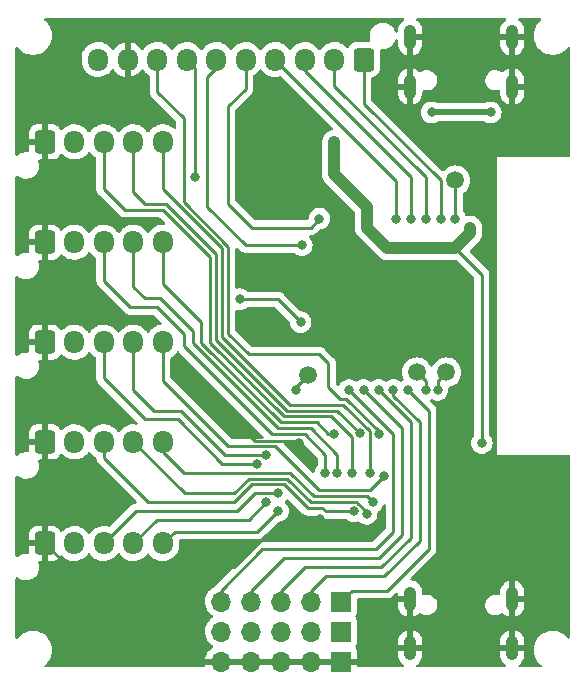
<source format=gbr>
%TF.GenerationSoftware,KiCad,Pcbnew,(6.0.0-0)*%
%TF.CreationDate,2022-12-18T13:40:02+01:00*%
%TF.ProjectId,ProtoBoardSE,50726f74-6f42-46f6-9172-6453452e6b69,rev?*%
%TF.SameCoordinates,Original*%
%TF.FileFunction,Copper,L2,Bot*%
%TF.FilePolarity,Positive*%
%FSLAX46Y46*%
G04 Gerber Fmt 4.6, Leading zero omitted, Abs format (unit mm)*
G04 Created by KiCad (PCBNEW (6.0.0-0)) date 2022-12-18 13:40:02*
%MOMM*%
%LPD*%
G01*
G04 APERTURE LIST*
G04 Aperture macros list*
%AMRoundRect*
0 Rectangle with rounded corners*
0 $1 Rounding radius*
0 $2 $3 $4 $5 $6 $7 $8 $9 X,Y pos of 4 corners*
0 Add a 4 corners polygon primitive as box body*
4,1,4,$2,$3,$4,$5,$6,$7,$8,$9,$2,$3,0*
0 Add four circle primitives for the rounded corners*
1,1,$1+$1,$2,$3*
1,1,$1+$1,$4,$5*
1,1,$1+$1,$6,$7*
1,1,$1+$1,$8,$9*
0 Add four rect primitives between the rounded corners*
20,1,$1+$1,$2,$3,$4,$5,0*
20,1,$1+$1,$4,$5,$6,$7,0*
20,1,$1+$1,$6,$7,$8,$9,0*
20,1,$1+$1,$8,$9,$2,$3,0*%
G04 Aperture macros list end*
%TA.AperFunction,ComponentPad*%
%ADD10RoundRect,0.250000X-0.600000X-0.725000X0.600000X-0.725000X0.600000X0.725000X-0.600000X0.725000X0*%
%TD*%
%TA.AperFunction,ComponentPad*%
%ADD11O,1.700000X1.950000*%
%TD*%
%TA.AperFunction,ComponentPad*%
%ADD12O,1.050000X2.100000*%
%TD*%
%TA.AperFunction,ComponentPad*%
%ADD13R,1.700000X1.700000*%
%TD*%
%TA.AperFunction,ComponentPad*%
%ADD14O,1.700000X1.700000*%
%TD*%
%TA.AperFunction,ComponentPad*%
%ADD15RoundRect,0.250000X0.600000X0.725000X-0.600000X0.725000X-0.600000X-0.725000X0.600000X-0.725000X0*%
%TD*%
%TA.AperFunction,SMDPad,CuDef*%
%ADD16C,1.500000*%
%TD*%
%TA.AperFunction,ViaPad*%
%ADD17C,0.800000*%
%TD*%
%TA.AperFunction,Conductor*%
%ADD18C,0.250000*%
%TD*%
%TA.AperFunction,Conductor*%
%ADD19C,1.000000*%
%TD*%
%TA.AperFunction,Conductor*%
%ADD20C,0.500000*%
%TD*%
G04 APERTURE END LIST*
D10*
%TO.P,J5,1,Pin_1*%
%TO.N,GND*%
X163000000Y-49500000D03*
D11*
%TO.P,J5,2,Pin_2*%
%TO.N,+3V3*%
X165500000Y-49500000D03*
%TO.P,J5,3,Pin_3*%
%TO.N,/CH1*%
X168000000Y-49500000D03*
%TO.P,J5,4,Pin_4*%
%TO.N,/CH2*%
X170500000Y-49500000D03*
%TO.P,J5,5,Pin_5*%
%TO.N,/CH3*%
X173000000Y-49500000D03*
%TD*%
D12*
%TO.P,J1,S1,SHIELD*%
%TO.N,GND*%
X193930000Y-79682500D03*
%TO.P,J1,S2,SHIELD*%
X202570000Y-79682500D03*
%TO.P,J1,S3,SHIELD*%
X193930000Y-83862500D03*
%TO.P,J1,S4,SHIELD*%
X202570000Y-83862500D03*
%TD*%
D10*
%TO.P,J10,1,Pin_1*%
%TO.N,GND*%
X163000000Y-66400000D03*
D11*
%TO.P,J10,2,Pin_2*%
%TO.N,+3V3*%
X165500000Y-66400000D03*
%TO.P,J10,3,Pin_3*%
%TO.N,/CH13*%
X168000000Y-66400000D03*
%TO.P,J10,4,Pin_4*%
%TO.N,/CH12*%
X170500000Y-66400000D03*
%TO.P,J10,5,Pin_5*%
%TO.N,/CH11*%
X173000000Y-66400000D03*
%TD*%
D13*
%TO.P,J7,1,Pin_1*%
%TO.N,/VBUS0*%
X188075000Y-82460000D03*
D14*
%TO.P,J7,2,Pin_2*%
X185535000Y-82460000D03*
%TO.P,J7,3,Pin_3*%
X182995000Y-82460000D03*
%TO.P,J7,4,Pin_4*%
X180455000Y-82460000D03*
%TO.P,J7,5,Pin_5*%
X177915000Y-82460000D03*
%TD*%
D13*
%TO.P,J11,1,Pin_1*%
%TO.N,/Servo1*%
X188075000Y-79920000D03*
D14*
%TO.P,J11,2,Pin_2*%
%TO.N,/Servo2*%
X185535000Y-79920000D03*
%TO.P,J11,3,Pin_3*%
%TO.N,/Servo3*%
X182995000Y-79920000D03*
%TO.P,J11,4,Pin_4*%
%TO.N,/Servo4*%
X180455000Y-79920000D03*
%TO.P,J11,5,Pin_5*%
%TO.N,/Servo5*%
X177915000Y-79920000D03*
%TD*%
D10*
%TO.P,J6,1,Pin_1*%
%TO.N,GND*%
X163000000Y-41000000D03*
D11*
%TO.P,J6,2,Pin_2*%
%TO.N,+3V3*%
X165500000Y-41000000D03*
%TO.P,J6,3,Pin_3*%
%TO.N,/CH4*%
X168000000Y-41000000D03*
%TO.P,J6,4,Pin_4*%
%TO.N,/CH5*%
X170500000Y-41000000D03*
%TO.P,J6,5,Pin_5*%
%TO.N,/CH6*%
X173000000Y-41000000D03*
%TD*%
D12*
%TO.P,J2,S1,SHIELD*%
%TO.N,GND*%
X202570000Y-36317500D03*
%TO.P,J2,S2,SHIELD*%
X193930000Y-36317500D03*
%TO.P,J2,S3,SHIELD*%
X202570000Y-32137500D03*
%TO.P,J2,S4,SHIELD*%
X193930000Y-32137500D03*
%TD*%
D13*
%TO.P,J4,1,Pin_1*%
%TO.N,GND*%
X188075000Y-85000000D03*
D14*
%TO.P,J4,2,Pin_2*%
X185535000Y-85000000D03*
%TO.P,J4,3,Pin_3*%
X182995000Y-85000000D03*
%TO.P,J4,4,Pin_4*%
X180455000Y-85000000D03*
%TO.P,J4,5,Pin_5*%
X177915000Y-85000000D03*
%TD*%
D15*
%TO.P,J3,1,Pin_1*%
%TO.N,/ButJ*%
X190000000Y-34025000D03*
D11*
%TO.P,J3,2,Pin_2*%
%TO.N,/ButC*%
X187500000Y-34025000D03*
%TO.P,J3,3,Pin_3*%
%TO.N,/ButB*%
X185000000Y-34025000D03*
%TO.P,J3,4,Pin_4*%
%TO.N,/Menu*%
X182500000Y-34025000D03*
%TO.P,J3,5,Pin_5*%
%TO.N,/ButA*%
X180000000Y-34025000D03*
%TO.P,J3,6,Pin_6*%
%TO.N,/JoyX*%
X177500000Y-34025000D03*
%TO.P,J3,7,Pin_7*%
%TO.N,/JoyY*%
X175000000Y-34025000D03*
%TO.P,J3,8,Pin_8*%
%TO.N,/CH7*%
X172500000Y-34025000D03*
%TO.P,J3,9,Pin_9*%
%TO.N,GND*%
X170000000Y-34025000D03*
%TO.P,J3,10,Pin_10*%
%TO.N,+3V3*%
X167500000Y-34025000D03*
%TD*%
D10*
%TO.P,J8,1,Pin_1*%
%TO.N,GND*%
X163000000Y-57950000D03*
D11*
%TO.P,J8,2,Pin_2*%
%TO.N,+3V3*%
X165500000Y-57950000D03*
%TO.P,J8,3,Pin_3*%
%TO.N,/CH10*%
X168000000Y-57950000D03*
%TO.P,J8,4,Pin_4*%
%TO.N,/CH9*%
X170500000Y-57950000D03*
%TO.P,J8,5,Pin_5*%
%TO.N,/CH8*%
X173000000Y-57950000D03*
%TD*%
D10*
%TO.P,J9,1,Pin_1*%
%TO.N,GND*%
X163000000Y-75000000D03*
D11*
%TO.P,J9,2,Pin_2*%
%TO.N,+3V3*%
X165500000Y-75000000D03*
%TO.P,J9,3,Pin_3*%
%TO.N,/CH14*%
X168000000Y-75000000D03*
%TO.P,J9,4,Pin_4*%
%TO.N,/CH15*%
X170500000Y-75000000D03*
%TO.P,J9,5,Pin_5*%
%TO.N,/CH16*%
X173000000Y-75000000D03*
%TD*%
D16*
%TO.P,TP1,1,1*%
%TO.N,/EN*%
X197750000Y-44250000D03*
%TD*%
%TO.P,TP4,1,1*%
%TO.N,/BOOT0*%
X185250000Y-60750000D03*
%TD*%
%TO.P,TP3,1,1*%
%TO.N,/TXD0*%
X197000000Y-60500000D03*
%TD*%
%TO.P,TP2,1,1*%
%TO.N,/RXD0*%
X194500000Y-60500000D03*
%TD*%
D17*
%TO.N,GND*%
X200279000Y-47625000D03*
X197993000Y-40767000D03*
X186308882Y-72934283D03*
X177500000Y-63000000D03*
X184500000Y-66500000D03*
%TO.N,/EN*%
X197739000Y-47498000D03*
%TO.N,+3V3*%
X199000000Y-48250000D03*
X200000000Y-66500000D03*
X187500000Y-41000000D03*
%TO.N,/VBUS1*%
X200750000Y-38500000D03*
X195750000Y-38500000D03*
%TO.N,/ButA*%
X186250000Y-47500000D03*
%TO.N,/Menu*%
X192750000Y-47500000D03*
%TO.N,/ButB*%
X194000000Y-47500000D03*
%TO.N,/ButC*%
X195250000Y-47500000D03*
%TO.N,/ButJ*%
X196500000Y-47500000D03*
%TO.N,/JoyY*%
X175750000Y-44000000D03*
%TO.N,/JoyX*%
X184750000Y-49750000D03*
%TO.N,/CH1*%
X186750000Y-69000000D03*
%TO.N,/CH2*%
X187750000Y-69000000D03*
%TO.N,/CH3*%
X187500000Y-65750000D03*
%TO.N,/CH4*%
X189000000Y-69000000D03*
%TO.N,/CH5*%
X189648013Y-65675993D03*
%TO.N,/CH6*%
X190500000Y-69000000D03*
%TO.N,/CH7*%
X191250000Y-65750000D03*
%TO.N,/CH8*%
X191750000Y-69250000D03*
%TO.N,/CH9*%
X181750000Y-67500000D03*
%TO.N,/CH10*%
X181000000Y-68250000D03*
%TO.N,/Servo1*%
X193750000Y-62000000D03*
%TO.N,/Servo2*%
X192500000Y-62000000D03*
%TO.N,/Servo3*%
X191250000Y-62000000D03*
%TO.N,/Servo4*%
X190000000Y-62000000D03*
%TO.N,/Servo5*%
X188750000Y-62000000D03*
%TO.N,/RXD0*%
X195250000Y-62000000D03*
%TO.N,/TXD0*%
X196250000Y-62000000D03*
%TO.N,/BOOT0*%
X184250000Y-62000000D03*
X184658000Y-56261000D03*
X179489000Y-54318000D03*
%TO.N,/CH16*%
X182750000Y-72250000D03*
%TO.N,/CH15*%
X181750000Y-71500000D03*
%TO.N,/CH14*%
X182750000Y-70750000D03*
%TO.N,/CH13*%
X189149500Y-72268706D03*
%TO.N,/CH12*%
X190250000Y-72500000D03*
%TO.N,/CH11*%
X190750000Y-71500000D03*
%TD*%
D18*
%TO.N,GND*%
X182313802Y-66300480D02*
X180800480Y-66300480D01*
X179000000Y-77000000D02*
X165000000Y-77000000D01*
X180800480Y-66300480D02*
X177500000Y-63000000D01*
X165000000Y-77000000D02*
X163000000Y-75000000D01*
X184500000Y-66500000D02*
X184300480Y-66300480D01*
X186308882Y-72934283D02*
X184993165Y-74250000D01*
X181750000Y-74250000D02*
X179000000Y-77000000D01*
X184993165Y-74250000D02*
X181750000Y-74250000D01*
X184300480Y-66300480D02*
X182313802Y-66300480D01*
%TO.N,/EN*%
X197739000Y-47498000D02*
X197750000Y-47487000D01*
X197750000Y-47487000D02*
X197750000Y-44250000D01*
D19*
%TO.N,+3V3*%
X199000000Y-48250000D02*
X199000000Y-48750000D01*
X187500000Y-43750000D02*
X187500000Y-41000000D01*
X199000000Y-48750000D02*
X197750000Y-50000000D01*
X197750000Y-50000000D02*
X192000000Y-50000000D01*
X190250000Y-46500000D02*
X187500000Y-43750000D01*
D18*
X200000000Y-52250000D02*
X197750000Y-50000000D01*
X200000000Y-66500000D02*
X200000000Y-52250000D01*
D19*
X190250000Y-48250000D02*
X192000000Y-50000000D01*
X190250000Y-46500000D02*
X190250000Y-48250000D01*
D20*
%TO.N,/VBUS1*%
X195750000Y-38500000D02*
X200750000Y-38500000D01*
D18*
%TO.N,/ButA*%
X178500000Y-46250000D02*
X178500000Y-38000000D01*
X178500000Y-38000000D02*
X180000000Y-36500000D01*
X185500000Y-48250000D02*
X180500000Y-48250000D01*
X186250000Y-47500000D02*
X185500000Y-48250000D01*
X180000000Y-36500000D02*
X180000000Y-34025000D01*
X180500000Y-48250000D02*
X178500000Y-46250000D01*
%TO.N,/Menu*%
X182500000Y-34025000D02*
X192750000Y-44275000D01*
X192750000Y-44275000D02*
X192750000Y-47500000D01*
%TO.N,/ButB*%
X185000000Y-34025000D02*
X185000000Y-35000000D01*
X185000000Y-35000000D02*
X194000000Y-44000000D01*
X194000000Y-44000000D02*
X194000000Y-47500000D01*
%TO.N,/ButC*%
X187500000Y-34025000D02*
X187500000Y-36250000D01*
X187500000Y-36250000D02*
X195250000Y-44000000D01*
X195250000Y-44000000D02*
X195250000Y-47500000D01*
%TO.N,/ButJ*%
X196500000Y-44250000D02*
X190000000Y-37750000D01*
X190000000Y-37750000D02*
X190000000Y-34025000D01*
X196500000Y-47500000D02*
X196500000Y-44250000D01*
%TO.N,/JoyY*%
X175750000Y-34775000D02*
X175000000Y-34025000D01*
X175750000Y-44000000D02*
X175750000Y-34775000D01*
%TO.N,/JoyX*%
X177500000Y-34025000D02*
X177500000Y-34750000D01*
X180000000Y-49750000D02*
X184750000Y-49750000D01*
X176750000Y-35500000D02*
X176750000Y-46500000D01*
X177500000Y-34750000D02*
X176750000Y-35500000D01*
X176750000Y-46500000D02*
X180000000Y-49750000D01*
%TO.N,/CH1*%
X168000000Y-52750000D02*
X168000000Y-49500000D01*
X172500000Y-55000000D02*
X172000000Y-55000000D01*
X186750000Y-69000000D02*
X186750000Y-67500000D01*
X186750000Y-67500000D02*
X185000000Y-65750000D01*
X172000000Y-55000000D02*
X170250000Y-55000000D01*
X174750000Y-58250000D02*
X174750000Y-57250000D01*
X174750000Y-57250000D02*
X172500000Y-55000000D01*
X185000000Y-65750000D02*
X182250000Y-65750000D01*
X182250000Y-65750000D02*
X174750000Y-58250000D01*
X170250000Y-55000000D02*
X168000000Y-52750000D01*
%TO.N,/CH2*%
X185500000Y-65250000D02*
X182750000Y-65250000D01*
X170500000Y-53250000D02*
X170500000Y-49500000D01*
X172750000Y-54250000D02*
X171500000Y-54250000D01*
X187750000Y-69000000D02*
X187750000Y-67500000D01*
X175500000Y-57000000D02*
X172750000Y-54250000D01*
X187750000Y-67500000D02*
X185500000Y-65250000D01*
X175500000Y-58000000D02*
X175500000Y-57000000D01*
X182750000Y-65250000D02*
X175500000Y-58000000D01*
X171500000Y-54250000D02*
X170500000Y-53250000D01*
%TO.N,/CH3*%
X176250000Y-56250000D02*
X173000000Y-53000000D01*
X173000000Y-53000000D02*
X173000000Y-49500000D01*
X176250000Y-58000000D02*
X176250000Y-56250000D01*
X187500000Y-65750000D02*
X187000000Y-65750000D01*
X186000000Y-64750000D02*
X183000000Y-64750000D01*
X183000000Y-64750000D02*
X176250000Y-58000000D01*
X187000000Y-65750000D02*
X186000000Y-64750000D01*
%TO.N,/CH4*%
X169750000Y-46750000D02*
X168000000Y-45000000D01*
X168000000Y-45000000D02*
X168000000Y-41000000D01*
X187250000Y-64250000D02*
X183250000Y-64250000D01*
X183250000Y-64250000D02*
X177000000Y-58000000D01*
X177000000Y-58000000D02*
X177000000Y-50750000D01*
X189000000Y-66000000D02*
X187250000Y-64250000D01*
X189000000Y-69000000D02*
X189000000Y-66000000D01*
X173000000Y-46750000D02*
X169750000Y-46750000D01*
X177000000Y-50750000D02*
X173000000Y-46750000D01*
%TO.N,/CH5*%
X173250000Y-46250000D02*
X171500000Y-46250000D01*
X177500000Y-50500000D02*
X173250000Y-46250000D01*
X187722020Y-63750000D02*
X183500000Y-63750000D01*
X171500000Y-46250000D02*
X170500000Y-45250000D01*
X177500000Y-57750000D02*
X177500000Y-50500000D01*
X170500000Y-45250000D02*
X170500000Y-41000000D01*
X183500000Y-63750000D02*
X177500000Y-57750000D01*
X189648013Y-65675993D02*
X187722020Y-63750000D01*
%TO.N,/CH6*%
X190500000Y-69000000D02*
X190500000Y-65500000D01*
X178000000Y-50000000D02*
X173000000Y-45000000D01*
X173000000Y-45000000D02*
X173000000Y-41000000D01*
X183750000Y-63250000D02*
X178000000Y-57500000D01*
X190500000Y-65500000D02*
X188250000Y-63250000D01*
X178000000Y-57500000D02*
X178000000Y-50000000D01*
X188250000Y-63250000D02*
X183750000Y-63250000D01*
%TO.N,/CH7*%
X172500000Y-36750000D02*
X172500000Y-34025000D01*
X174750000Y-46114283D02*
X174750000Y-39000000D01*
X188000000Y-62750000D02*
X187000000Y-61750000D01*
X174750000Y-39000000D02*
X172500000Y-36750000D01*
X180250000Y-59000000D02*
X178500000Y-57250000D01*
X186250000Y-59000000D02*
X180250000Y-59000000D01*
X191250000Y-65500000D02*
X188500000Y-62750000D01*
X178500000Y-49864283D02*
X174750000Y-46114283D01*
X188500000Y-62750000D02*
X188000000Y-62750000D01*
X178500000Y-57250000D02*
X178500000Y-49864283D01*
X187000000Y-61750000D02*
X187000000Y-59750000D01*
X191250000Y-65750000D02*
X191250000Y-65500000D01*
X187000000Y-59750000D02*
X186250000Y-59000000D01*
%TO.N,/CH8*%
X191750000Y-69250000D02*
X190500000Y-70500000D01*
X178500000Y-66750000D02*
X173000000Y-61250000D01*
X186250000Y-70500000D02*
X182500000Y-66750000D01*
X190500000Y-70500000D02*
X186250000Y-70500000D01*
X173000000Y-61250000D02*
X173000000Y-57950000D01*
X182500000Y-66750000D02*
X178500000Y-66750000D01*
%TO.N,/CH9*%
X178250000Y-67500000D02*
X174500000Y-63750000D01*
X172250000Y-63750000D02*
X170500000Y-62000000D01*
X181750000Y-67500000D02*
X178250000Y-67500000D01*
X174500000Y-63750000D02*
X172250000Y-63750000D01*
X170500000Y-62000000D02*
X170500000Y-57950000D01*
%TO.N,/CH10*%
X168000000Y-61000000D02*
X168000000Y-57950000D01*
X171500000Y-64500000D02*
X168000000Y-61000000D01*
X174250000Y-64500000D02*
X171500000Y-64500000D01*
X181000000Y-68250000D02*
X178000000Y-68250000D01*
X178000000Y-68250000D02*
X174250000Y-64500000D01*
%TO.N,/Servo1*%
X195500000Y-63750000D02*
X193750000Y-62000000D01*
X195500000Y-75500000D02*
X195500000Y-63750000D01*
X188075000Y-79920000D02*
X188075000Y-79895000D01*
X188970000Y-79000000D02*
X192000000Y-79000000D01*
X192000000Y-79000000D02*
X195500000Y-75500000D01*
X188075000Y-79895000D02*
X188970000Y-79000000D01*
%TO.N,/Servo2*%
X186785000Y-77750000D02*
X191750000Y-77750000D01*
X192500000Y-62500000D02*
X192500000Y-62000000D01*
X194750000Y-64750000D02*
X192500000Y-62500000D01*
X194750000Y-74750000D02*
X194750000Y-64750000D01*
X185535000Y-79000000D02*
X186785000Y-77750000D01*
X185535000Y-79000000D02*
X185535000Y-79920000D01*
X191750000Y-77750000D02*
X194750000Y-74750000D01*
%TO.N,/Servo3*%
X182995000Y-79000000D02*
X182995000Y-79920000D01*
X184995000Y-77000000D02*
X191500000Y-77000000D01*
X194000000Y-74500000D02*
X194000000Y-64750000D01*
X191500000Y-77000000D02*
X194000000Y-74500000D01*
X182995000Y-79000000D02*
X184995000Y-77000000D01*
X194000000Y-64750000D02*
X191250000Y-62000000D01*
%TO.N,/Servo4*%
X180455000Y-79000000D02*
X183205000Y-76250000D01*
X183205000Y-76250000D02*
X191250000Y-76250000D01*
X193250000Y-74250000D02*
X193250000Y-65250000D01*
X180455000Y-79000000D02*
X180455000Y-79920000D01*
X191250000Y-76250000D02*
X193250000Y-74250000D01*
X193250000Y-65250000D02*
X190000000Y-62000000D01*
%TO.N,/Servo5*%
X192500000Y-65750000D02*
X188750000Y-62000000D01*
X181415000Y-75500000D02*
X191000000Y-75500000D01*
X191000000Y-75500000D02*
X192500000Y-74000000D01*
X177915000Y-79000000D02*
X181415000Y-75500000D01*
X177915000Y-79000000D02*
X177915000Y-79920000D01*
X192500000Y-74000000D02*
X192500000Y-65750000D01*
%TO.N,/RXD0*%
X195250000Y-61250000D02*
X194500000Y-60500000D01*
X195250000Y-62000000D02*
X195250000Y-61250000D01*
%TO.N,/TXD0*%
X196250000Y-62000000D02*
X196250000Y-61250000D01*
X196250000Y-61250000D02*
X197000000Y-60500000D01*
%TO.N,/BOOT0*%
X184250000Y-62000000D02*
X184250000Y-61750000D01*
X182715000Y-54318000D02*
X184658000Y-56261000D01*
X179489000Y-54318000D02*
X182715000Y-54318000D01*
X184250000Y-61750000D02*
X185250000Y-60750000D01*
%TO.N,/CH16*%
X181000000Y-74000000D02*
X182750000Y-72250000D01*
X173000000Y-75000000D02*
X174000000Y-74000000D01*
X174000000Y-74000000D02*
X181000000Y-74000000D01*
%TO.N,/CH15*%
X180250000Y-73000000D02*
X172500000Y-73000000D01*
X172500000Y-73000000D02*
X170500000Y-75000000D01*
X181750000Y-71500000D02*
X180250000Y-73000000D01*
%TO.N,/CH14*%
X179250000Y-72250000D02*
X170750000Y-72250000D01*
X182750000Y-70750000D02*
X180750000Y-70750000D01*
X180750000Y-70750000D02*
X179250000Y-72250000D01*
X170750000Y-72250000D02*
X168000000Y-75000000D01*
%TO.N,/CH13*%
X179000000Y-71500000D02*
X171750000Y-71500000D01*
X186500000Y-72000000D02*
X185250000Y-72000000D01*
X185250000Y-72000000D02*
X183250000Y-70000000D01*
X186768706Y-72268706D02*
X186500000Y-72000000D01*
X189149500Y-72268706D02*
X186768706Y-72268706D01*
X180500000Y-70000000D02*
X179000000Y-71500000D01*
X171750000Y-71500000D02*
X168000000Y-67750000D01*
X168000000Y-67750000D02*
X168000000Y-66400000D01*
X183250000Y-70000000D02*
X180500000Y-70000000D01*
%TO.N,/CH12*%
X174850000Y-70750000D02*
X179000000Y-70750000D01*
X170500000Y-66400000D02*
X174850000Y-70750000D01*
X180250000Y-69500000D02*
X183500000Y-69500000D01*
X189250000Y-71500000D02*
X189000000Y-71500000D01*
X183500000Y-69500000D02*
X185500000Y-71500000D01*
X190250000Y-72344592D02*
X189452704Y-71547296D01*
X179000000Y-70750000D02*
X180250000Y-69500000D01*
X189000000Y-71500000D02*
X189405408Y-71500000D01*
X185500000Y-71500000D02*
X189000000Y-71500000D01*
%TO.N,/CH11*%
X190750000Y-71500000D02*
X190250000Y-71000000D01*
X173000000Y-67250000D02*
X173000000Y-66400000D01*
X190250000Y-71000000D02*
X185750000Y-71000000D01*
X185750000Y-71000000D02*
X183750000Y-69000000D01*
X183750000Y-69000000D02*
X174750000Y-69000000D01*
X174750000Y-69000000D02*
X173000000Y-67250000D01*
%TD*%
%TA.AperFunction,Conductor*%
%TO.N,GND*%
G36*
X193368745Y-30528002D02*
G01*
X193415238Y-30581658D01*
X193425342Y-30651932D01*
X193395848Y-30716512D01*
X193369619Y-30739431D01*
X193356824Y-30747804D01*
X193208557Y-30867015D01*
X193199787Y-30875603D01*
X193077501Y-31021338D01*
X193070563Y-31031469D01*
X192978906Y-31198192D01*
X192974076Y-31209462D01*
X192916548Y-31390815D01*
X192913998Y-31402809D01*
X192897393Y-31550850D01*
X192897000Y-31557874D01*
X192897000Y-31620259D01*
X192876998Y-31688380D01*
X192823342Y-31734873D01*
X192753068Y-31744977D01*
X192688488Y-31715483D01*
X192652991Y-31662948D01*
X192652875Y-31662466D01*
X192565326Y-31469913D01*
X192442946Y-31297389D01*
X192290150Y-31151119D01*
X192112452Y-31036380D01*
X192048190Y-31010482D01*
X191921832Y-30959558D01*
X191921829Y-30959557D01*
X191916263Y-30957314D01*
X191708663Y-30916772D01*
X191703101Y-30916500D01*
X191547154Y-30916500D01*
X191389434Y-30931548D01*
X191186466Y-30991092D01*
X191181139Y-30993836D01*
X191181138Y-30993836D01*
X191003751Y-31085196D01*
X191003748Y-31085198D01*
X190998420Y-31087942D01*
X190832080Y-31218604D01*
X190828148Y-31223135D01*
X190828145Y-31223138D01*
X190759474Y-31302275D01*
X190693448Y-31378363D01*
X190690448Y-31383549D01*
X190690445Y-31383553D01*
X190622264Y-31501409D01*
X190587527Y-31561454D01*
X190518139Y-31761271D01*
X190517278Y-31767206D01*
X190517278Y-31767208D01*
X190498766Y-31894886D01*
X190487787Y-31970604D01*
X190497567Y-32181899D01*
X190498971Y-32187724D01*
X190498971Y-32187725D01*
X190546750Y-32385979D01*
X190543265Y-32456890D01*
X190501995Y-32514660D01*
X190436045Y-32540947D01*
X190424257Y-32541500D01*
X189349600Y-32541500D01*
X189346354Y-32541837D01*
X189346350Y-32541837D01*
X189250692Y-32551762D01*
X189250688Y-32551763D01*
X189243834Y-32552474D01*
X189237298Y-32554655D01*
X189237296Y-32554655D01*
X189105194Y-32598728D01*
X189076054Y-32608450D01*
X188925652Y-32701522D01*
X188800695Y-32826697D01*
X188715565Y-32964804D01*
X188710920Y-32972339D01*
X188658148Y-33019832D01*
X188588076Y-33031256D01*
X188522952Y-33002982D01*
X188512490Y-32993195D01*
X188407103Y-32882722D01*
X188403424Y-32878865D01*
X188218458Y-32741246D01*
X188213707Y-32738830D01*
X188213703Y-32738828D01*
X188095588Y-32678776D01*
X188012949Y-32636760D01*
X188007855Y-32635178D01*
X188007852Y-32635177D01*
X187797871Y-32569976D01*
X187792773Y-32568393D01*
X187787484Y-32567692D01*
X187569511Y-32538802D01*
X187569506Y-32538802D01*
X187564226Y-32538102D01*
X187558897Y-32538302D01*
X187558895Y-32538302D01*
X187449034Y-32542427D01*
X187333842Y-32546751D01*
X187108209Y-32594093D01*
X187103250Y-32596051D01*
X187103248Y-32596052D01*
X186898744Y-32676815D01*
X186898742Y-32676816D01*
X186893779Y-32678776D01*
X186889220Y-32681543D01*
X186889217Y-32681544D01*
X186794113Y-32739255D01*
X186696683Y-32798377D01*
X186692653Y-32801874D01*
X186597798Y-32884185D01*
X186522555Y-32949477D01*
X186519168Y-32953608D01*
X186379760Y-33123627D01*
X186379756Y-33123633D01*
X186376376Y-33127755D01*
X186358448Y-33159250D01*
X186307368Y-33208555D01*
X186237738Y-33222417D01*
X186171667Y-33196434D01*
X186144427Y-33167284D01*
X186117814Y-33127755D01*
X186062559Y-33045681D01*
X185903424Y-32878865D01*
X185718458Y-32741246D01*
X185713707Y-32738830D01*
X185713703Y-32738828D01*
X185595588Y-32678776D01*
X185512949Y-32636760D01*
X185507855Y-32635178D01*
X185507852Y-32635177D01*
X185297871Y-32569976D01*
X185292773Y-32568393D01*
X185287484Y-32567692D01*
X185069511Y-32538802D01*
X185069506Y-32538802D01*
X185064226Y-32538102D01*
X185058897Y-32538302D01*
X185058895Y-32538302D01*
X184949034Y-32542427D01*
X184833842Y-32546751D01*
X184608209Y-32594093D01*
X184603250Y-32596051D01*
X184603248Y-32596052D01*
X184398744Y-32676815D01*
X184398742Y-32676816D01*
X184393779Y-32678776D01*
X184389220Y-32681543D01*
X184389217Y-32681544D01*
X184294113Y-32739255D01*
X184196683Y-32798377D01*
X184192653Y-32801874D01*
X184097798Y-32884185D01*
X184022555Y-32949477D01*
X184019168Y-32953608D01*
X183879760Y-33123627D01*
X183879756Y-33123633D01*
X183876376Y-33127755D01*
X183858448Y-33159250D01*
X183807368Y-33208555D01*
X183737738Y-33222417D01*
X183671667Y-33196434D01*
X183644427Y-33167284D01*
X183617814Y-33127755D01*
X183562559Y-33045681D01*
X183403424Y-32878865D01*
X183218458Y-32741246D01*
X183213707Y-32738830D01*
X183213703Y-32738828D01*
X183095588Y-32678776D01*
X183012949Y-32636760D01*
X183007855Y-32635178D01*
X183007852Y-32635177D01*
X182797871Y-32569976D01*
X182792773Y-32568393D01*
X182787484Y-32567692D01*
X182569511Y-32538802D01*
X182569506Y-32538802D01*
X182564226Y-32538102D01*
X182558897Y-32538302D01*
X182558895Y-32538302D01*
X182449034Y-32542427D01*
X182333842Y-32546751D01*
X182108209Y-32594093D01*
X182103250Y-32596051D01*
X182103248Y-32596052D01*
X181898744Y-32676815D01*
X181898742Y-32676816D01*
X181893779Y-32678776D01*
X181889220Y-32681543D01*
X181889217Y-32681544D01*
X181794113Y-32739255D01*
X181696683Y-32798377D01*
X181692653Y-32801874D01*
X181597798Y-32884185D01*
X181522555Y-32949477D01*
X181519168Y-32953608D01*
X181379760Y-33123627D01*
X181379756Y-33123633D01*
X181376376Y-33127755D01*
X181358448Y-33159250D01*
X181307368Y-33208555D01*
X181237738Y-33222417D01*
X181171667Y-33196434D01*
X181144427Y-33167284D01*
X181117814Y-33127755D01*
X181062559Y-33045681D01*
X180903424Y-32878865D01*
X180718458Y-32741246D01*
X180713707Y-32738830D01*
X180713703Y-32738828D01*
X180595588Y-32678776D01*
X180512949Y-32636760D01*
X180507855Y-32635178D01*
X180507852Y-32635177D01*
X180297871Y-32569976D01*
X180292773Y-32568393D01*
X180287484Y-32567692D01*
X180069511Y-32538802D01*
X180069506Y-32538802D01*
X180064226Y-32538102D01*
X180058897Y-32538302D01*
X180058895Y-32538302D01*
X179949034Y-32542427D01*
X179833842Y-32546751D01*
X179608209Y-32594093D01*
X179603250Y-32596051D01*
X179603248Y-32596052D01*
X179398744Y-32676815D01*
X179398742Y-32676816D01*
X179393779Y-32678776D01*
X179389220Y-32681543D01*
X179389217Y-32681544D01*
X179294113Y-32739255D01*
X179196683Y-32798377D01*
X179192653Y-32801874D01*
X179097798Y-32884185D01*
X179022555Y-32949477D01*
X179019168Y-32953608D01*
X178879760Y-33123627D01*
X178879756Y-33123633D01*
X178876376Y-33127755D01*
X178858448Y-33159250D01*
X178807368Y-33208555D01*
X178737738Y-33222417D01*
X178671667Y-33196434D01*
X178644427Y-33167284D01*
X178617814Y-33127755D01*
X178562559Y-33045681D01*
X178403424Y-32878865D01*
X178218458Y-32741246D01*
X178213707Y-32738830D01*
X178213703Y-32738828D01*
X178095588Y-32678776D01*
X178012949Y-32636760D01*
X178007855Y-32635178D01*
X178007852Y-32635177D01*
X177797871Y-32569976D01*
X177792773Y-32568393D01*
X177787484Y-32567692D01*
X177569511Y-32538802D01*
X177569506Y-32538802D01*
X177564226Y-32538102D01*
X177558897Y-32538302D01*
X177558895Y-32538302D01*
X177449034Y-32542427D01*
X177333842Y-32546751D01*
X177108209Y-32594093D01*
X177103250Y-32596051D01*
X177103248Y-32596052D01*
X176898744Y-32676815D01*
X176898742Y-32676816D01*
X176893779Y-32678776D01*
X176889220Y-32681543D01*
X176889217Y-32681544D01*
X176794113Y-32739255D01*
X176696683Y-32798377D01*
X176692653Y-32801874D01*
X176597798Y-32884185D01*
X176522555Y-32949477D01*
X176519168Y-32953608D01*
X176379760Y-33123627D01*
X176379756Y-33123633D01*
X176376376Y-33127755D01*
X176358448Y-33159250D01*
X176307368Y-33208555D01*
X176237738Y-33222417D01*
X176171667Y-33196434D01*
X176144427Y-33167284D01*
X176117814Y-33127755D01*
X176062559Y-33045681D01*
X175903424Y-32878865D01*
X175718458Y-32741246D01*
X175713707Y-32738830D01*
X175713703Y-32738828D01*
X175595588Y-32678776D01*
X175512949Y-32636760D01*
X175507855Y-32635178D01*
X175507852Y-32635177D01*
X175297871Y-32569976D01*
X175292773Y-32568393D01*
X175287484Y-32567692D01*
X175069511Y-32538802D01*
X175069506Y-32538802D01*
X175064226Y-32538102D01*
X175058897Y-32538302D01*
X175058895Y-32538302D01*
X174949034Y-32542427D01*
X174833842Y-32546751D01*
X174608209Y-32594093D01*
X174603250Y-32596051D01*
X174603248Y-32596052D01*
X174398744Y-32676815D01*
X174398742Y-32676816D01*
X174393779Y-32678776D01*
X174389220Y-32681543D01*
X174389217Y-32681544D01*
X174294113Y-32739255D01*
X174196683Y-32798377D01*
X174192653Y-32801874D01*
X174097798Y-32884185D01*
X174022555Y-32949477D01*
X174019168Y-32953608D01*
X173879760Y-33123627D01*
X173879756Y-33123633D01*
X173876376Y-33127755D01*
X173858448Y-33159250D01*
X173807368Y-33208555D01*
X173737738Y-33222417D01*
X173671667Y-33196434D01*
X173644427Y-33167284D01*
X173617814Y-33127755D01*
X173562559Y-33045681D01*
X173403424Y-32878865D01*
X173218458Y-32741246D01*
X173213707Y-32738830D01*
X173213703Y-32738828D01*
X173095588Y-32678776D01*
X173012949Y-32636760D01*
X173007855Y-32635178D01*
X173007852Y-32635177D01*
X172797871Y-32569976D01*
X172792773Y-32568393D01*
X172787484Y-32567692D01*
X172569511Y-32538802D01*
X172569506Y-32538802D01*
X172564226Y-32538102D01*
X172558897Y-32538302D01*
X172558895Y-32538302D01*
X172449034Y-32542427D01*
X172333842Y-32546751D01*
X172108209Y-32594093D01*
X172103250Y-32596051D01*
X172103248Y-32596052D01*
X171898744Y-32676815D01*
X171898742Y-32676816D01*
X171893779Y-32678776D01*
X171889220Y-32681543D01*
X171889217Y-32681544D01*
X171794113Y-32739255D01*
X171696683Y-32798377D01*
X171692653Y-32801874D01*
X171597798Y-32884185D01*
X171522555Y-32949477D01*
X171519168Y-32953608D01*
X171379760Y-33123627D01*
X171379756Y-33123633D01*
X171376376Y-33127755D01*
X171373733Y-33132398D01*
X171358171Y-33159735D01*
X171307088Y-33209041D01*
X171237458Y-33222902D01*
X171171387Y-33196918D01*
X171144149Y-33167768D01*
X171065148Y-33050422D01*
X171058481Y-33042130D01*
X170906772Y-32883100D01*
X170898814Y-32876059D01*
X170722475Y-32744859D01*
X170713438Y-32739255D01*
X170517516Y-32639643D01*
X170507665Y-32635643D01*
X170297760Y-32570466D01*
X170287376Y-32568183D01*
X170271957Y-32566139D01*
X170257793Y-32568335D01*
X170254000Y-32581522D01*
X170254000Y-35466192D01*
X170257973Y-35479723D01*
X170268580Y-35481248D01*
X170386421Y-35456523D01*
X170396617Y-35453463D01*
X170601029Y-35372737D01*
X170610561Y-35368006D01*
X170798462Y-35253984D01*
X170807052Y-35247720D01*
X170973052Y-35103673D01*
X170980472Y-35096042D01*
X171119826Y-34926089D01*
X171125848Y-34917326D01*
X171141238Y-34890289D01*
X171192320Y-34840982D01*
X171261951Y-34827120D01*
X171328022Y-34853103D01*
X171355261Y-34882253D01*
X171383500Y-34924197D01*
X171437441Y-35004319D01*
X171441120Y-35008176D01*
X171441122Y-35008178D01*
X171496154Y-35065866D01*
X171596576Y-35171135D01*
X171781542Y-35308754D01*
X171786294Y-35311170D01*
X171786302Y-35311175D01*
X171797606Y-35316922D01*
X171849263Y-35365625D01*
X171866500Y-35429238D01*
X171866500Y-36671233D01*
X171865973Y-36682416D01*
X171864298Y-36689909D01*
X171864547Y-36697835D01*
X171864547Y-36697836D01*
X171866438Y-36757986D01*
X171866500Y-36761945D01*
X171866500Y-36789856D01*
X171866997Y-36793790D01*
X171866997Y-36793791D01*
X171867005Y-36793856D01*
X171867938Y-36805693D01*
X171869327Y-36849889D01*
X171874697Y-36868372D01*
X171874978Y-36869339D01*
X171878987Y-36888700D01*
X171880052Y-36897126D01*
X171881526Y-36908797D01*
X171884445Y-36916168D01*
X171884445Y-36916170D01*
X171897804Y-36949912D01*
X171901649Y-36961142D01*
X171911771Y-36995983D01*
X171913982Y-37003593D01*
X171918015Y-37010412D01*
X171918017Y-37010417D01*
X171924293Y-37021028D01*
X171932988Y-37038776D01*
X171940448Y-37057617D01*
X171945110Y-37064033D01*
X171945110Y-37064034D01*
X171966436Y-37093387D01*
X171972952Y-37103307D01*
X171995458Y-37141362D01*
X172009779Y-37155683D01*
X172022619Y-37170716D01*
X172034528Y-37187107D01*
X172040634Y-37192158D01*
X172068605Y-37215298D01*
X172077384Y-37223288D01*
X174079595Y-39225499D01*
X174113621Y-39287811D01*
X174116500Y-39314594D01*
X174116500Y-39763271D01*
X174096498Y-39831392D01*
X174042842Y-39877885D01*
X173972568Y-39887989D01*
X173907037Y-39857653D01*
X173903424Y-39853865D01*
X173718458Y-39716246D01*
X173713707Y-39713830D01*
X173713703Y-39713828D01*
X173591731Y-39651815D01*
X173512949Y-39611760D01*
X173507855Y-39610178D01*
X173507852Y-39610177D01*
X173297871Y-39544976D01*
X173292773Y-39543393D01*
X173287484Y-39542692D01*
X173069511Y-39513802D01*
X173069506Y-39513802D01*
X173064226Y-39513102D01*
X173058897Y-39513302D01*
X173058895Y-39513302D01*
X172960368Y-39517001D01*
X172833842Y-39521751D01*
X172828623Y-39522846D01*
X172808849Y-39526995D01*
X172608209Y-39569093D01*
X172603250Y-39571051D01*
X172603248Y-39571052D01*
X172398744Y-39651815D01*
X172398742Y-39651816D01*
X172393779Y-39653776D01*
X172389220Y-39656543D01*
X172389217Y-39656544D01*
X172290832Y-39716246D01*
X172196683Y-39773377D01*
X172192653Y-39776874D01*
X172076248Y-39877885D01*
X172022555Y-39924477D01*
X172019168Y-39928608D01*
X171879760Y-40098627D01*
X171879756Y-40098633D01*
X171876376Y-40102755D01*
X171858448Y-40134250D01*
X171807368Y-40183555D01*
X171737738Y-40197417D01*
X171671667Y-40171434D01*
X171644427Y-40142284D01*
X171589306Y-40060410D01*
X171562559Y-40020681D01*
X171403424Y-39853865D01*
X171218458Y-39716246D01*
X171213707Y-39713830D01*
X171213703Y-39713828D01*
X171091731Y-39651815D01*
X171012949Y-39611760D01*
X171007855Y-39610178D01*
X171007852Y-39610177D01*
X170797871Y-39544976D01*
X170792773Y-39543393D01*
X170787484Y-39542692D01*
X170569511Y-39513802D01*
X170569506Y-39513802D01*
X170564226Y-39513102D01*
X170558897Y-39513302D01*
X170558895Y-39513302D01*
X170460368Y-39517001D01*
X170333842Y-39521751D01*
X170328623Y-39522846D01*
X170308849Y-39526995D01*
X170108209Y-39569093D01*
X170103250Y-39571051D01*
X170103248Y-39571052D01*
X169898744Y-39651815D01*
X169898742Y-39651816D01*
X169893779Y-39653776D01*
X169889220Y-39656543D01*
X169889217Y-39656544D01*
X169790832Y-39716246D01*
X169696683Y-39773377D01*
X169692653Y-39776874D01*
X169576248Y-39877885D01*
X169522555Y-39924477D01*
X169519168Y-39928608D01*
X169379760Y-40098627D01*
X169379756Y-40098633D01*
X169376376Y-40102755D01*
X169358448Y-40134250D01*
X169307368Y-40183555D01*
X169237738Y-40197417D01*
X169171667Y-40171434D01*
X169144427Y-40142284D01*
X169089306Y-40060410D01*
X169062559Y-40020681D01*
X168903424Y-39853865D01*
X168718458Y-39716246D01*
X168713707Y-39713830D01*
X168713703Y-39713828D01*
X168591731Y-39651815D01*
X168512949Y-39611760D01*
X168507855Y-39610178D01*
X168507852Y-39610177D01*
X168297871Y-39544976D01*
X168292773Y-39543393D01*
X168287484Y-39542692D01*
X168069511Y-39513802D01*
X168069506Y-39513802D01*
X168064226Y-39513102D01*
X168058897Y-39513302D01*
X168058895Y-39513302D01*
X167960368Y-39517001D01*
X167833842Y-39521751D01*
X167828623Y-39522846D01*
X167808849Y-39526995D01*
X167608209Y-39569093D01*
X167603250Y-39571051D01*
X167603248Y-39571052D01*
X167398744Y-39651815D01*
X167398742Y-39651816D01*
X167393779Y-39653776D01*
X167389220Y-39656543D01*
X167389217Y-39656544D01*
X167290832Y-39716246D01*
X167196683Y-39773377D01*
X167192653Y-39776874D01*
X167076248Y-39877885D01*
X167022555Y-39924477D01*
X167019168Y-39928608D01*
X166879760Y-40098627D01*
X166879756Y-40098633D01*
X166876376Y-40102755D01*
X166858448Y-40134250D01*
X166807368Y-40183555D01*
X166737738Y-40197417D01*
X166671667Y-40171434D01*
X166644427Y-40142284D01*
X166589306Y-40060410D01*
X166562559Y-40020681D01*
X166403424Y-39853865D01*
X166218458Y-39716246D01*
X166213707Y-39713830D01*
X166213703Y-39713828D01*
X166091731Y-39651815D01*
X166012949Y-39611760D01*
X166007855Y-39610178D01*
X166007852Y-39610177D01*
X165797871Y-39544976D01*
X165792773Y-39543393D01*
X165787484Y-39542692D01*
X165569511Y-39513802D01*
X165569506Y-39513802D01*
X165564226Y-39513102D01*
X165558897Y-39513302D01*
X165558895Y-39513302D01*
X165460368Y-39517001D01*
X165333842Y-39521751D01*
X165328623Y-39522846D01*
X165308849Y-39526995D01*
X165108209Y-39569093D01*
X165103250Y-39571051D01*
X165103248Y-39571052D01*
X164898744Y-39651815D01*
X164898742Y-39651816D01*
X164893779Y-39653776D01*
X164889220Y-39656543D01*
X164889217Y-39656544D01*
X164790832Y-39716246D01*
X164696683Y-39773377D01*
X164692653Y-39776874D01*
X164576248Y-39877885D01*
X164522555Y-39924477D01*
X164519168Y-39928608D01*
X164492994Y-39960529D01*
X164434334Y-40000524D01*
X164363364Y-40002455D01*
X164302616Y-39965710D01*
X164288416Y-39946941D01*
X164201937Y-39807193D01*
X164192901Y-39795792D01*
X164078171Y-39681261D01*
X164066760Y-39672249D01*
X163928757Y-39587184D01*
X163915576Y-39581037D01*
X163761290Y-39529862D01*
X163747914Y-39526995D01*
X163653562Y-39517328D01*
X163647145Y-39517000D01*
X163272115Y-39517000D01*
X163256876Y-39521475D01*
X163255671Y-39522865D01*
X163254000Y-39530548D01*
X163254000Y-42464884D01*
X163258475Y-42480123D01*
X163259865Y-42481328D01*
X163267548Y-42482999D01*
X163647095Y-42482999D01*
X163653614Y-42482662D01*
X163749206Y-42472743D01*
X163762600Y-42469851D01*
X163916784Y-42418412D01*
X163929962Y-42412239D01*
X164067807Y-42326937D01*
X164079208Y-42317901D01*
X164193739Y-42203171D01*
X164202753Y-42191757D01*
X164288723Y-42052287D01*
X164341495Y-42004793D01*
X164411566Y-41993369D01*
X164476690Y-42021643D01*
X164487149Y-42031426D01*
X164596576Y-42146135D01*
X164781542Y-42283754D01*
X164786293Y-42286170D01*
X164786297Y-42286172D01*
X164848704Y-42317901D01*
X164987051Y-42388240D01*
X164992145Y-42389822D01*
X164992148Y-42389823D01*
X165169566Y-42444913D01*
X165207227Y-42456607D01*
X165212516Y-42457308D01*
X165430489Y-42486198D01*
X165430494Y-42486198D01*
X165435774Y-42486898D01*
X165441103Y-42486698D01*
X165441105Y-42486698D01*
X165550966Y-42482573D01*
X165666158Y-42478249D01*
X165671468Y-42477135D01*
X165886572Y-42432002D01*
X165891791Y-42430907D01*
X165896750Y-42428949D01*
X165896752Y-42428948D01*
X166101256Y-42348185D01*
X166101258Y-42348184D01*
X166106221Y-42346224D01*
X166122093Y-42336593D01*
X166298757Y-42229390D01*
X166298756Y-42229390D01*
X166303317Y-42226623D01*
X166383197Y-42157307D01*
X166473412Y-42079023D01*
X166473414Y-42079021D01*
X166477445Y-42075523D01*
X166544807Y-41993369D01*
X166620240Y-41901373D01*
X166620244Y-41901367D01*
X166623624Y-41897245D01*
X166641552Y-41865750D01*
X166692632Y-41816445D01*
X166762262Y-41802583D01*
X166828333Y-41828566D01*
X166855573Y-41857716D01*
X166937441Y-41979319D01*
X166941120Y-41983176D01*
X166941122Y-41983178D01*
X166987573Y-42031871D01*
X167096576Y-42146135D01*
X167281542Y-42283754D01*
X167286294Y-42286170D01*
X167286302Y-42286175D01*
X167297606Y-42291922D01*
X167349263Y-42340625D01*
X167366500Y-42404238D01*
X167366500Y-44921233D01*
X167365973Y-44932416D01*
X167364298Y-44939909D01*
X167364547Y-44947835D01*
X167364547Y-44947836D01*
X167366438Y-45007986D01*
X167366500Y-45011945D01*
X167366500Y-45039856D01*
X167366997Y-45043790D01*
X167366997Y-45043791D01*
X167367005Y-45043856D01*
X167367938Y-45055693D01*
X167369327Y-45099889D01*
X167374978Y-45119339D01*
X167378987Y-45138700D01*
X167381526Y-45158797D01*
X167384445Y-45166168D01*
X167384445Y-45166170D01*
X167397804Y-45199912D01*
X167401649Y-45211142D01*
X167404395Y-45220595D01*
X167413982Y-45253593D01*
X167418015Y-45260412D01*
X167418017Y-45260417D01*
X167424293Y-45271028D01*
X167432988Y-45288776D01*
X167440448Y-45307617D01*
X167445110Y-45314033D01*
X167445110Y-45314034D01*
X167466436Y-45343387D01*
X167472952Y-45353307D01*
X167488065Y-45378861D01*
X167495458Y-45391362D01*
X167509779Y-45405683D01*
X167522619Y-45420716D01*
X167534528Y-45437107D01*
X167540634Y-45442158D01*
X167568605Y-45465298D01*
X167577384Y-45473288D01*
X169246348Y-47142253D01*
X169253888Y-47150539D01*
X169258000Y-47157018D01*
X169263777Y-47162443D01*
X169307651Y-47203643D01*
X169310493Y-47206398D01*
X169330230Y-47226135D01*
X169333427Y-47228615D01*
X169342447Y-47236318D01*
X169374679Y-47266586D01*
X169381625Y-47270405D01*
X169381628Y-47270407D01*
X169392434Y-47276348D01*
X169408953Y-47287199D01*
X169424959Y-47299614D01*
X169432228Y-47302759D01*
X169432232Y-47302762D01*
X169465537Y-47317174D01*
X169476187Y-47322391D01*
X169514940Y-47343695D01*
X169522615Y-47345666D01*
X169522616Y-47345666D01*
X169534562Y-47348733D01*
X169553267Y-47355137D01*
X169571855Y-47363181D01*
X169579678Y-47364420D01*
X169579688Y-47364423D01*
X169615524Y-47370099D01*
X169627144Y-47372505D01*
X169662289Y-47381528D01*
X169669970Y-47383500D01*
X169690224Y-47383500D01*
X169709934Y-47385051D01*
X169729943Y-47388220D01*
X169737835Y-47387474D01*
X169773961Y-47384059D01*
X169785819Y-47383500D01*
X172685406Y-47383500D01*
X172753527Y-47403502D01*
X172774501Y-47420405D01*
X173152370Y-47798274D01*
X173186396Y-47860586D01*
X173181331Y-47931401D01*
X173138784Y-47988237D01*
X173072264Y-48013048D01*
X173064525Y-48013142D01*
X173064226Y-48013102D01*
X173062525Y-48013166D01*
X173062514Y-48013166D01*
X172913243Y-48018770D01*
X172833842Y-48021751D01*
X172828623Y-48022846D01*
X172808849Y-48026995D01*
X172608209Y-48069093D01*
X172603250Y-48071051D01*
X172603248Y-48071052D01*
X172398744Y-48151815D01*
X172398742Y-48151816D01*
X172393779Y-48153776D01*
X172389220Y-48156543D01*
X172389217Y-48156544D01*
X172293035Y-48214909D01*
X172196683Y-48273377D01*
X172192653Y-48276874D01*
X172043272Y-48406500D01*
X172022555Y-48424477D01*
X172008571Y-48441532D01*
X171879760Y-48598627D01*
X171879756Y-48598633D01*
X171876376Y-48602755D01*
X171858448Y-48634250D01*
X171807368Y-48683555D01*
X171737738Y-48697417D01*
X171671667Y-48671434D01*
X171644427Y-48642284D01*
X171615035Y-48598627D01*
X171562559Y-48520681D01*
X171403424Y-48353865D01*
X171218458Y-48216246D01*
X171213707Y-48213830D01*
X171213703Y-48213828D01*
X171091731Y-48151815D01*
X171012949Y-48111760D01*
X171007855Y-48110178D01*
X171007852Y-48110177D01*
X170797871Y-48044976D01*
X170792773Y-48043393D01*
X170781146Y-48041852D01*
X170569511Y-48013802D01*
X170569506Y-48013802D01*
X170564226Y-48013102D01*
X170558897Y-48013302D01*
X170558895Y-48013302D01*
X170460368Y-48017001D01*
X170333842Y-48021751D01*
X170328623Y-48022846D01*
X170308849Y-48026995D01*
X170108209Y-48069093D01*
X170103250Y-48071051D01*
X170103248Y-48071052D01*
X169898744Y-48151815D01*
X169898742Y-48151816D01*
X169893779Y-48153776D01*
X169889220Y-48156543D01*
X169889217Y-48156544D01*
X169793035Y-48214909D01*
X169696683Y-48273377D01*
X169692653Y-48276874D01*
X169543272Y-48406500D01*
X169522555Y-48424477D01*
X169508571Y-48441532D01*
X169379760Y-48598627D01*
X169379756Y-48598633D01*
X169376376Y-48602755D01*
X169358448Y-48634250D01*
X169307368Y-48683555D01*
X169237738Y-48697417D01*
X169171667Y-48671434D01*
X169144427Y-48642284D01*
X169115035Y-48598627D01*
X169062559Y-48520681D01*
X168903424Y-48353865D01*
X168718458Y-48216246D01*
X168713707Y-48213830D01*
X168713703Y-48213828D01*
X168591731Y-48151815D01*
X168512949Y-48111760D01*
X168507855Y-48110178D01*
X168507852Y-48110177D01*
X168297871Y-48044976D01*
X168292773Y-48043393D01*
X168281146Y-48041852D01*
X168069511Y-48013802D01*
X168069506Y-48013802D01*
X168064226Y-48013102D01*
X168058897Y-48013302D01*
X168058895Y-48013302D01*
X167960368Y-48017001D01*
X167833842Y-48021751D01*
X167828623Y-48022846D01*
X167808849Y-48026995D01*
X167608209Y-48069093D01*
X167603250Y-48071051D01*
X167603248Y-48071052D01*
X167398744Y-48151815D01*
X167398742Y-48151816D01*
X167393779Y-48153776D01*
X167389220Y-48156543D01*
X167389217Y-48156544D01*
X167293035Y-48214909D01*
X167196683Y-48273377D01*
X167192653Y-48276874D01*
X167043272Y-48406500D01*
X167022555Y-48424477D01*
X167008571Y-48441532D01*
X166879760Y-48598627D01*
X166879756Y-48598633D01*
X166876376Y-48602755D01*
X166858448Y-48634250D01*
X166807368Y-48683555D01*
X166737738Y-48697417D01*
X166671667Y-48671434D01*
X166644427Y-48642284D01*
X166615035Y-48598627D01*
X166562559Y-48520681D01*
X166403424Y-48353865D01*
X166218458Y-48216246D01*
X166213707Y-48213830D01*
X166213703Y-48213828D01*
X166091731Y-48151815D01*
X166012949Y-48111760D01*
X166007855Y-48110178D01*
X166007852Y-48110177D01*
X165797871Y-48044976D01*
X165792773Y-48043393D01*
X165781146Y-48041852D01*
X165569511Y-48013802D01*
X165569506Y-48013802D01*
X165564226Y-48013102D01*
X165558897Y-48013302D01*
X165558895Y-48013302D01*
X165460368Y-48017001D01*
X165333842Y-48021751D01*
X165328623Y-48022846D01*
X165308849Y-48026995D01*
X165108209Y-48069093D01*
X165103250Y-48071051D01*
X165103248Y-48071052D01*
X164898744Y-48151815D01*
X164898742Y-48151816D01*
X164893779Y-48153776D01*
X164889220Y-48156543D01*
X164889217Y-48156544D01*
X164793035Y-48214909D01*
X164696683Y-48273377D01*
X164692653Y-48276874D01*
X164543272Y-48406500D01*
X164522555Y-48424477D01*
X164508571Y-48441532D01*
X164492994Y-48460529D01*
X164434334Y-48500524D01*
X164363364Y-48502455D01*
X164302616Y-48465710D01*
X164288416Y-48446941D01*
X164201937Y-48307193D01*
X164192901Y-48295792D01*
X164078171Y-48181261D01*
X164066760Y-48172249D01*
X163928757Y-48087184D01*
X163915576Y-48081037D01*
X163761290Y-48029862D01*
X163747914Y-48026995D01*
X163653562Y-48017328D01*
X163647145Y-48017000D01*
X163272115Y-48017000D01*
X163256876Y-48021475D01*
X163255671Y-48022865D01*
X163254000Y-48030548D01*
X163254000Y-50964884D01*
X163258475Y-50980123D01*
X163259865Y-50981328D01*
X163267548Y-50982999D01*
X163647095Y-50982999D01*
X163653614Y-50982662D01*
X163749206Y-50972743D01*
X163762600Y-50969851D01*
X163916784Y-50918412D01*
X163929962Y-50912239D01*
X164067807Y-50826937D01*
X164079208Y-50817901D01*
X164193739Y-50703171D01*
X164202753Y-50691757D01*
X164288723Y-50552287D01*
X164341495Y-50504793D01*
X164411566Y-50493369D01*
X164476690Y-50521643D01*
X164487149Y-50531426D01*
X164596576Y-50646135D01*
X164781542Y-50783754D01*
X164786293Y-50786170D01*
X164786297Y-50786172D01*
X164877369Y-50832475D01*
X164987051Y-50888240D01*
X164992145Y-50889822D01*
X164992148Y-50889823D01*
X165169566Y-50944913D01*
X165207227Y-50956607D01*
X165212516Y-50957308D01*
X165430489Y-50986198D01*
X165430494Y-50986198D01*
X165435774Y-50986898D01*
X165441103Y-50986698D01*
X165441105Y-50986698D01*
X165550966Y-50982574D01*
X165666158Y-50978249D01*
X165671468Y-50977135D01*
X165825038Y-50944913D01*
X165891791Y-50930907D01*
X165896750Y-50928949D01*
X165896752Y-50928948D01*
X166101256Y-50848185D01*
X166101258Y-50848184D01*
X166106221Y-50846224D01*
X166112810Y-50842226D01*
X166298757Y-50729390D01*
X166298756Y-50729390D01*
X166303317Y-50726623D01*
X166383403Y-50657128D01*
X166473412Y-50579023D01*
X166473414Y-50579021D01*
X166477445Y-50575523D01*
X166544807Y-50493369D01*
X166620240Y-50401373D01*
X166620244Y-50401367D01*
X166623624Y-50397245D01*
X166641552Y-50365750D01*
X166692632Y-50316445D01*
X166762262Y-50302583D01*
X166828333Y-50328566D01*
X166855573Y-50357716D01*
X166937441Y-50479319D01*
X166941120Y-50483176D01*
X166941122Y-50483178D01*
X166987573Y-50531871D01*
X167096576Y-50646135D01*
X167281542Y-50783754D01*
X167286294Y-50786170D01*
X167286302Y-50786175D01*
X167297606Y-50791922D01*
X167349263Y-50840625D01*
X167366500Y-50904238D01*
X167366500Y-52671233D01*
X167365973Y-52682416D01*
X167364298Y-52689909D01*
X167364547Y-52697835D01*
X167364547Y-52697836D01*
X167366438Y-52757986D01*
X167366500Y-52761945D01*
X167366500Y-52789856D01*
X167366997Y-52793790D01*
X167366997Y-52793791D01*
X167367005Y-52793856D01*
X167367938Y-52805693D01*
X167369327Y-52849889D01*
X167374978Y-52869339D01*
X167378987Y-52888700D01*
X167381526Y-52908797D01*
X167384445Y-52916168D01*
X167384445Y-52916170D01*
X167397804Y-52949912D01*
X167401649Y-52961142D01*
X167413982Y-53003593D01*
X167418015Y-53010412D01*
X167418017Y-53010417D01*
X167424293Y-53021028D01*
X167432988Y-53038776D01*
X167440448Y-53057617D01*
X167445110Y-53064033D01*
X167445110Y-53064034D01*
X167466436Y-53093387D01*
X167472952Y-53103307D01*
X167488065Y-53128861D01*
X167495458Y-53141362D01*
X167509779Y-53155683D01*
X167522619Y-53170716D01*
X167534528Y-53187107D01*
X167540634Y-53192158D01*
X167568605Y-53215298D01*
X167577384Y-53223288D01*
X169746343Y-55392247D01*
X169753887Y-55400537D01*
X169758000Y-55407018D01*
X169763777Y-55412443D01*
X169807667Y-55453658D01*
X169810509Y-55456413D01*
X169830231Y-55476135D01*
X169833355Y-55478558D01*
X169833359Y-55478562D01*
X169833424Y-55478612D01*
X169842445Y-55486317D01*
X169874679Y-55516586D01*
X169881627Y-55520405D01*
X169881629Y-55520407D01*
X169892432Y-55526346D01*
X169908959Y-55537202D01*
X169918698Y-55544757D01*
X169918700Y-55544758D01*
X169924960Y-55549614D01*
X169965540Y-55567174D01*
X169976188Y-55572391D01*
X170002844Y-55587045D01*
X170014940Y-55593695D01*
X170022616Y-55595666D01*
X170022619Y-55595667D01*
X170034562Y-55598733D01*
X170053267Y-55605137D01*
X170071855Y-55613181D01*
X170079678Y-55614420D01*
X170079688Y-55614423D01*
X170115524Y-55620099D01*
X170127144Y-55622505D01*
X170162289Y-55631528D01*
X170169970Y-55633500D01*
X170190224Y-55633500D01*
X170209934Y-55635051D01*
X170229943Y-55638220D01*
X170237835Y-55637474D01*
X170273961Y-55634059D01*
X170285819Y-55633500D01*
X172185406Y-55633500D01*
X172253527Y-55653502D01*
X172274501Y-55670405D01*
X172869269Y-56265173D01*
X172903295Y-56327485D01*
X172898230Y-56398300D01*
X172855683Y-56455136D01*
X172806049Y-56477582D01*
X172608209Y-56519093D01*
X172603250Y-56521051D01*
X172603248Y-56521052D01*
X172398744Y-56601815D01*
X172398742Y-56601816D01*
X172393779Y-56603776D01*
X172389220Y-56606543D01*
X172389217Y-56606544D01*
X172290832Y-56666246D01*
X172196683Y-56723377D01*
X172192653Y-56726874D01*
X172099484Y-56807722D01*
X172022555Y-56874477D01*
X172019168Y-56878608D01*
X171879760Y-57048627D01*
X171879756Y-57048633D01*
X171876376Y-57052755D01*
X171858448Y-57084250D01*
X171807368Y-57133555D01*
X171737738Y-57147417D01*
X171671667Y-57121434D01*
X171644427Y-57092284D01*
X171617814Y-57052755D01*
X171562559Y-56970681D01*
X171403424Y-56803865D01*
X171218458Y-56666246D01*
X171213707Y-56663830D01*
X171213703Y-56663828D01*
X171091731Y-56601815D01*
X171012949Y-56561760D01*
X171007855Y-56560178D01*
X171007852Y-56560177D01*
X170797871Y-56494976D01*
X170792773Y-56493393D01*
X170787484Y-56492692D01*
X170569511Y-56463802D01*
X170569506Y-56463802D01*
X170564226Y-56463102D01*
X170558897Y-56463302D01*
X170558895Y-56463302D01*
X170460368Y-56467001D01*
X170333842Y-56471751D01*
X170328623Y-56472846D01*
X170295185Y-56479862D01*
X170108209Y-56519093D01*
X170103250Y-56521051D01*
X170103248Y-56521052D01*
X169898744Y-56601815D01*
X169898742Y-56601816D01*
X169893779Y-56603776D01*
X169889220Y-56606543D01*
X169889217Y-56606544D01*
X169790832Y-56666246D01*
X169696683Y-56723377D01*
X169692653Y-56726874D01*
X169599484Y-56807722D01*
X169522555Y-56874477D01*
X169519168Y-56878608D01*
X169379760Y-57048627D01*
X169379756Y-57048633D01*
X169376376Y-57052755D01*
X169358448Y-57084250D01*
X169307368Y-57133555D01*
X169237738Y-57147417D01*
X169171667Y-57121434D01*
X169144427Y-57092284D01*
X169117814Y-57052755D01*
X169062559Y-56970681D01*
X168903424Y-56803865D01*
X168718458Y-56666246D01*
X168713707Y-56663830D01*
X168713703Y-56663828D01*
X168591731Y-56601815D01*
X168512949Y-56561760D01*
X168507855Y-56560178D01*
X168507852Y-56560177D01*
X168297871Y-56494976D01*
X168292773Y-56493393D01*
X168287484Y-56492692D01*
X168069511Y-56463802D01*
X168069506Y-56463802D01*
X168064226Y-56463102D01*
X168058897Y-56463302D01*
X168058895Y-56463302D01*
X167960368Y-56467001D01*
X167833842Y-56471751D01*
X167828623Y-56472846D01*
X167795185Y-56479862D01*
X167608209Y-56519093D01*
X167603250Y-56521051D01*
X167603248Y-56521052D01*
X167398744Y-56601815D01*
X167398742Y-56601816D01*
X167393779Y-56603776D01*
X167389220Y-56606543D01*
X167389217Y-56606544D01*
X167290832Y-56666246D01*
X167196683Y-56723377D01*
X167192653Y-56726874D01*
X167099484Y-56807722D01*
X167022555Y-56874477D01*
X167019168Y-56878608D01*
X166879760Y-57048627D01*
X166879756Y-57048633D01*
X166876376Y-57052755D01*
X166858448Y-57084250D01*
X166807368Y-57133555D01*
X166737738Y-57147417D01*
X166671667Y-57121434D01*
X166644427Y-57092284D01*
X166617814Y-57052755D01*
X166562559Y-56970681D01*
X166403424Y-56803865D01*
X166218458Y-56666246D01*
X166213707Y-56663830D01*
X166213703Y-56663828D01*
X166091731Y-56601815D01*
X166012949Y-56561760D01*
X166007855Y-56560178D01*
X166007852Y-56560177D01*
X165797871Y-56494976D01*
X165792773Y-56493393D01*
X165787484Y-56492692D01*
X165569511Y-56463802D01*
X165569506Y-56463802D01*
X165564226Y-56463102D01*
X165558897Y-56463302D01*
X165558895Y-56463302D01*
X165460368Y-56467001D01*
X165333842Y-56471751D01*
X165328623Y-56472846D01*
X165295185Y-56479862D01*
X165108209Y-56519093D01*
X165103250Y-56521051D01*
X165103248Y-56521052D01*
X164898744Y-56601815D01*
X164898742Y-56601816D01*
X164893779Y-56603776D01*
X164889220Y-56606543D01*
X164889217Y-56606544D01*
X164790832Y-56666246D01*
X164696683Y-56723377D01*
X164692653Y-56726874D01*
X164599484Y-56807722D01*
X164522555Y-56874477D01*
X164519168Y-56878608D01*
X164492994Y-56910529D01*
X164434334Y-56950524D01*
X164363364Y-56952455D01*
X164302616Y-56915710D01*
X164288416Y-56896941D01*
X164201937Y-56757193D01*
X164192901Y-56745792D01*
X164078171Y-56631261D01*
X164066760Y-56622249D01*
X163928757Y-56537184D01*
X163915576Y-56531037D01*
X163761290Y-56479862D01*
X163747914Y-56476995D01*
X163653562Y-56467328D01*
X163647145Y-56467000D01*
X163272115Y-56467000D01*
X163256876Y-56471475D01*
X163255671Y-56472865D01*
X163254000Y-56480548D01*
X163254000Y-59414884D01*
X163258475Y-59430123D01*
X163259865Y-59431328D01*
X163267548Y-59432999D01*
X163647095Y-59432999D01*
X163653614Y-59432662D01*
X163749206Y-59422743D01*
X163762600Y-59419851D01*
X163916784Y-59368412D01*
X163929962Y-59362239D01*
X164067807Y-59276937D01*
X164079208Y-59267901D01*
X164193739Y-59153171D01*
X164202753Y-59141757D01*
X164288723Y-59002287D01*
X164341495Y-58954793D01*
X164411566Y-58943369D01*
X164476690Y-58971643D01*
X164487149Y-58981426D01*
X164596576Y-59096135D01*
X164781542Y-59233754D01*
X164786293Y-59236170D01*
X164786297Y-59236172D01*
X164877369Y-59282475D01*
X164987051Y-59338240D01*
X164992145Y-59339822D01*
X164992148Y-59339823D01*
X165169566Y-59394913D01*
X165207227Y-59406607D01*
X165212516Y-59407308D01*
X165430489Y-59436198D01*
X165430494Y-59436198D01*
X165435774Y-59436898D01*
X165441103Y-59436698D01*
X165441105Y-59436698D01*
X165550966Y-59432574D01*
X165666158Y-59428249D01*
X165671468Y-59427135D01*
X165886572Y-59382002D01*
X165891791Y-59380907D01*
X165896750Y-59378949D01*
X165896752Y-59378948D01*
X166101256Y-59298185D01*
X166101258Y-59298184D01*
X166106221Y-59296224D01*
X166122093Y-59286593D01*
X166298757Y-59179390D01*
X166298756Y-59179390D01*
X166303317Y-59176623D01*
X166383197Y-59107307D01*
X166473412Y-59029023D01*
X166473414Y-59029021D01*
X166477445Y-59025523D01*
X166544807Y-58943369D01*
X166620240Y-58851373D01*
X166620244Y-58851367D01*
X166623624Y-58847245D01*
X166641552Y-58815750D01*
X166692632Y-58766445D01*
X166762262Y-58752583D01*
X166828333Y-58778566D01*
X166855573Y-58807716D01*
X166937441Y-58929319D01*
X166941120Y-58933176D01*
X166941122Y-58933178D01*
X166987573Y-58981871D01*
X167096576Y-59096135D01*
X167281542Y-59233754D01*
X167286294Y-59236170D01*
X167286302Y-59236175D01*
X167297606Y-59241922D01*
X167349263Y-59290625D01*
X167366500Y-59354238D01*
X167366500Y-60921233D01*
X167365973Y-60932416D01*
X167364298Y-60939909D01*
X167364547Y-60947835D01*
X167364547Y-60947836D01*
X167366438Y-61007986D01*
X167366500Y-61011945D01*
X167366500Y-61039856D01*
X167366997Y-61043790D01*
X167366997Y-61043791D01*
X167367005Y-61043856D01*
X167367938Y-61055693D01*
X167369327Y-61099889D01*
X167371696Y-61108042D01*
X167374978Y-61119339D01*
X167378987Y-61138700D01*
X167379473Y-61142543D01*
X167381526Y-61158797D01*
X167384445Y-61166168D01*
X167384445Y-61166170D01*
X167397804Y-61199912D01*
X167401649Y-61211142D01*
X167413982Y-61253593D01*
X167418015Y-61260412D01*
X167418017Y-61260417D01*
X167424293Y-61271028D01*
X167432988Y-61288776D01*
X167440448Y-61307617D01*
X167445110Y-61314033D01*
X167445110Y-61314034D01*
X167466436Y-61343387D01*
X167472952Y-61353307D01*
X167488065Y-61378861D01*
X167495458Y-61391362D01*
X167509779Y-61405683D01*
X167522619Y-61420716D01*
X167534528Y-61437107D01*
X167540634Y-61442158D01*
X167568605Y-61465298D01*
X167577384Y-61473288D01*
X170823564Y-64719468D01*
X170857590Y-64781780D01*
X170852525Y-64852595D01*
X170809978Y-64909431D01*
X170743458Y-64934242D01*
X170717914Y-64933471D01*
X170569511Y-64913802D01*
X170569506Y-64913802D01*
X170564226Y-64913102D01*
X170558897Y-64913302D01*
X170558895Y-64913302D01*
X170460368Y-64917001D01*
X170333842Y-64921751D01*
X170328623Y-64922846D01*
X170308849Y-64926995D01*
X170108209Y-64969093D01*
X170103250Y-64971051D01*
X170103248Y-64971052D01*
X169898744Y-65051815D01*
X169898742Y-65051816D01*
X169893779Y-65053776D01*
X169889220Y-65056543D01*
X169889217Y-65056544D01*
X169762398Y-65133500D01*
X169696683Y-65173377D01*
X169692653Y-65176874D01*
X169576770Y-65277432D01*
X169522555Y-65324477D01*
X169519168Y-65328608D01*
X169379760Y-65498627D01*
X169379756Y-65498633D01*
X169376376Y-65502755D01*
X169358448Y-65534250D01*
X169307368Y-65583555D01*
X169237738Y-65597417D01*
X169171667Y-65571434D01*
X169144427Y-65542284D01*
X169065539Y-65425108D01*
X169062559Y-65420681D01*
X168903424Y-65253865D01*
X168718458Y-65116246D01*
X168713707Y-65113830D01*
X168713703Y-65113828D01*
X168551033Y-65031123D01*
X168512949Y-65011760D01*
X168507855Y-65010178D01*
X168507852Y-65010177D01*
X168297871Y-64944976D01*
X168292773Y-64943393D01*
X168287484Y-64942692D01*
X168069511Y-64913802D01*
X168069506Y-64913802D01*
X168064226Y-64913102D01*
X168058897Y-64913302D01*
X168058895Y-64913302D01*
X167960368Y-64917001D01*
X167833842Y-64921751D01*
X167828623Y-64922846D01*
X167808849Y-64926995D01*
X167608209Y-64969093D01*
X167603250Y-64971051D01*
X167603248Y-64971052D01*
X167398744Y-65051815D01*
X167398742Y-65051816D01*
X167393779Y-65053776D01*
X167389220Y-65056543D01*
X167389217Y-65056544D01*
X167262398Y-65133500D01*
X167196683Y-65173377D01*
X167192653Y-65176874D01*
X167076770Y-65277432D01*
X167022555Y-65324477D01*
X167019168Y-65328608D01*
X166879760Y-65498627D01*
X166879756Y-65498633D01*
X166876376Y-65502755D01*
X166858448Y-65534250D01*
X166807368Y-65583555D01*
X166737738Y-65597417D01*
X166671667Y-65571434D01*
X166644427Y-65542284D01*
X166565539Y-65425108D01*
X166562559Y-65420681D01*
X166403424Y-65253865D01*
X166218458Y-65116246D01*
X166213707Y-65113830D01*
X166213703Y-65113828D01*
X166051033Y-65031123D01*
X166012949Y-65011760D01*
X166007855Y-65010178D01*
X166007852Y-65010177D01*
X165797871Y-64944976D01*
X165792773Y-64943393D01*
X165787484Y-64942692D01*
X165569511Y-64913802D01*
X165569506Y-64913802D01*
X165564226Y-64913102D01*
X165558897Y-64913302D01*
X165558895Y-64913302D01*
X165460368Y-64917001D01*
X165333842Y-64921751D01*
X165328623Y-64922846D01*
X165308849Y-64926995D01*
X165108209Y-64969093D01*
X165103250Y-64971051D01*
X165103248Y-64971052D01*
X164898744Y-65051815D01*
X164898742Y-65051816D01*
X164893779Y-65053776D01*
X164889220Y-65056543D01*
X164889217Y-65056544D01*
X164762398Y-65133500D01*
X164696683Y-65173377D01*
X164692653Y-65176874D01*
X164576770Y-65277432D01*
X164522555Y-65324477D01*
X164519168Y-65328608D01*
X164492994Y-65360529D01*
X164434334Y-65400524D01*
X164363364Y-65402455D01*
X164302616Y-65365710D01*
X164288416Y-65346941D01*
X164201937Y-65207193D01*
X164192901Y-65195792D01*
X164078171Y-65081261D01*
X164066760Y-65072249D01*
X163928757Y-64987184D01*
X163915576Y-64981037D01*
X163761290Y-64929862D01*
X163747914Y-64926995D01*
X163653562Y-64917328D01*
X163647145Y-64917000D01*
X163272115Y-64917000D01*
X163256876Y-64921475D01*
X163255671Y-64922865D01*
X163254000Y-64930548D01*
X163254000Y-67864884D01*
X163258475Y-67880123D01*
X163259865Y-67881328D01*
X163267548Y-67882999D01*
X163647095Y-67882999D01*
X163653614Y-67882662D01*
X163749206Y-67872743D01*
X163762600Y-67869851D01*
X163916784Y-67818412D01*
X163929962Y-67812239D01*
X164067807Y-67726937D01*
X164079208Y-67717901D01*
X164193739Y-67603171D01*
X164202753Y-67591757D01*
X164288723Y-67452287D01*
X164341495Y-67404793D01*
X164411566Y-67393369D01*
X164476690Y-67421643D01*
X164487149Y-67431426D01*
X164596576Y-67546135D01*
X164781542Y-67683754D01*
X164786293Y-67686170D01*
X164786297Y-67686172D01*
X164848704Y-67717901D01*
X164987051Y-67788240D01*
X164992145Y-67789822D01*
X164992148Y-67789823D01*
X165169566Y-67844913D01*
X165207227Y-67856607D01*
X165212516Y-67857308D01*
X165430489Y-67886198D01*
X165430494Y-67886198D01*
X165435774Y-67886898D01*
X165441103Y-67886698D01*
X165441105Y-67886698D01*
X165550966Y-67882573D01*
X165666158Y-67878249D01*
X165671468Y-67877135D01*
X165825038Y-67844913D01*
X165891791Y-67830907D01*
X165896750Y-67828949D01*
X165896752Y-67828948D01*
X166101256Y-67748185D01*
X166101258Y-67748184D01*
X166106221Y-67746224D01*
X166114666Y-67741100D01*
X166298757Y-67629390D01*
X166298756Y-67629390D01*
X166303317Y-67626623D01*
X166388974Y-67552294D01*
X166473412Y-67479023D01*
X166473414Y-67479021D01*
X166477445Y-67475523D01*
X166530039Y-67411380D01*
X166620240Y-67301373D01*
X166620244Y-67301367D01*
X166623624Y-67297245D01*
X166641552Y-67265750D01*
X166692632Y-67216445D01*
X166762262Y-67202583D01*
X166828333Y-67228566D01*
X166855573Y-67257716D01*
X166937441Y-67379319D01*
X166941120Y-67383176D01*
X166941122Y-67383178D01*
X166987573Y-67431871D01*
X167096576Y-67546135D01*
X167100854Y-67549318D01*
X167268759Y-67674243D01*
X167281542Y-67683754D01*
X167298541Y-67692397D01*
X167350197Y-67741100D01*
X167365123Y-67790019D01*
X167366498Y-67789845D01*
X167367005Y-67793856D01*
X167367938Y-67805693D01*
X167369327Y-67849889D01*
X167374978Y-67869339D01*
X167378987Y-67888700D01*
X167381526Y-67908797D01*
X167384445Y-67916168D01*
X167384445Y-67916170D01*
X167397804Y-67949912D01*
X167401649Y-67961142D01*
X167413982Y-68003593D01*
X167418015Y-68010412D01*
X167418017Y-68010417D01*
X167424293Y-68021028D01*
X167432988Y-68038776D01*
X167440448Y-68057617D01*
X167445110Y-68064033D01*
X167445110Y-68064034D01*
X167466436Y-68093387D01*
X167472952Y-68103307D01*
X167495458Y-68141362D01*
X167509779Y-68155683D01*
X167522619Y-68170716D01*
X167534528Y-68187107D01*
X167540634Y-68192158D01*
X167568605Y-68215298D01*
X167577384Y-68223288D01*
X170757684Y-71403589D01*
X170791710Y-71465901D01*
X170786645Y-71536717D01*
X170744098Y-71593552D01*
X170672547Y-71618622D01*
X170659536Y-71619031D01*
X170658029Y-71619078D01*
X170650110Y-71619327D01*
X170632454Y-71624456D01*
X170630658Y-71624978D01*
X170611306Y-71628986D01*
X170604235Y-71629880D01*
X170591203Y-71631526D01*
X170583834Y-71634443D01*
X170583832Y-71634444D01*
X170550097Y-71647800D01*
X170538869Y-71651645D01*
X170496407Y-71663982D01*
X170489585Y-71668016D01*
X170489579Y-71668019D01*
X170478968Y-71674294D01*
X170461218Y-71682990D01*
X170449756Y-71687528D01*
X170449751Y-71687531D01*
X170442383Y-71690448D01*
X170435968Y-71695109D01*
X170406625Y-71716427D01*
X170396707Y-71722943D01*
X170378019Y-71733995D01*
X170358637Y-71745458D01*
X170344313Y-71759782D01*
X170329281Y-71772621D01*
X170312893Y-71784528D01*
X170284712Y-71818593D01*
X170276722Y-71827373D01*
X168551018Y-73553077D01*
X168488706Y-73587103D01*
X168424558Y-73584314D01*
X168297871Y-73544976D01*
X168292773Y-73543393D01*
X168287484Y-73542692D01*
X168069511Y-73513802D01*
X168069506Y-73513802D01*
X168064226Y-73513102D01*
X168058897Y-73513302D01*
X168058895Y-73513302D01*
X167960368Y-73517001D01*
X167833842Y-73521751D01*
X167828623Y-73522846D01*
X167816432Y-73525404D01*
X167608209Y-73569093D01*
X167603250Y-73571051D01*
X167603248Y-73571052D01*
X167398744Y-73651815D01*
X167398742Y-73651816D01*
X167393779Y-73653776D01*
X167389220Y-73656543D01*
X167389217Y-73656544D01*
X167290832Y-73716246D01*
X167196683Y-73773377D01*
X167192653Y-73776874D01*
X167099484Y-73857722D01*
X167022555Y-73924477D01*
X167019168Y-73928608D01*
X166879760Y-74098627D01*
X166879756Y-74098633D01*
X166876376Y-74102755D01*
X166858448Y-74134250D01*
X166807368Y-74183555D01*
X166737738Y-74197417D01*
X166671667Y-74171434D01*
X166644427Y-74142284D01*
X166565539Y-74025108D01*
X166562559Y-74020681D01*
X166403424Y-73853865D01*
X166218458Y-73716246D01*
X166213707Y-73713830D01*
X166213703Y-73713828D01*
X166091731Y-73651815D01*
X166012949Y-73611760D01*
X166007855Y-73610178D01*
X166007852Y-73610177D01*
X165797871Y-73544976D01*
X165792773Y-73543393D01*
X165787484Y-73542692D01*
X165569511Y-73513802D01*
X165569506Y-73513802D01*
X165564226Y-73513102D01*
X165558897Y-73513302D01*
X165558895Y-73513302D01*
X165460368Y-73517001D01*
X165333842Y-73521751D01*
X165328623Y-73522846D01*
X165316432Y-73525404D01*
X165108209Y-73569093D01*
X165103250Y-73571051D01*
X165103248Y-73571052D01*
X164898744Y-73651815D01*
X164898742Y-73651816D01*
X164893779Y-73653776D01*
X164889220Y-73656543D01*
X164889217Y-73656544D01*
X164790832Y-73716246D01*
X164696683Y-73773377D01*
X164692653Y-73776874D01*
X164599484Y-73857722D01*
X164522555Y-73924477D01*
X164519168Y-73928608D01*
X164492994Y-73960529D01*
X164434334Y-74000524D01*
X164363364Y-74002455D01*
X164302616Y-73965710D01*
X164288416Y-73946941D01*
X164201937Y-73807193D01*
X164192901Y-73795792D01*
X164078171Y-73681261D01*
X164066760Y-73672249D01*
X163928757Y-73587184D01*
X163915576Y-73581037D01*
X163761290Y-73529862D01*
X163747914Y-73526995D01*
X163653562Y-73517328D01*
X163647145Y-73517000D01*
X163272115Y-73517000D01*
X163256876Y-73521475D01*
X163255671Y-73522865D01*
X163254000Y-73530548D01*
X163254000Y-76464884D01*
X163258475Y-76480123D01*
X163259865Y-76481328D01*
X163267548Y-76482999D01*
X163647095Y-76482999D01*
X163653614Y-76482662D01*
X163749206Y-76472743D01*
X163762600Y-76469851D01*
X163916784Y-76418412D01*
X163929962Y-76412239D01*
X164067807Y-76326937D01*
X164079208Y-76317901D01*
X164193739Y-76203171D01*
X164202753Y-76191757D01*
X164288723Y-76052287D01*
X164341495Y-76004793D01*
X164411566Y-75993369D01*
X164476690Y-76021643D01*
X164487149Y-76031426D01*
X164596576Y-76146135D01*
X164600854Y-76149318D01*
X164611592Y-76157307D01*
X164781542Y-76283754D01*
X164786293Y-76286170D01*
X164786297Y-76286172D01*
X164848704Y-76317901D01*
X164987051Y-76388240D01*
X164992145Y-76389822D01*
X164992148Y-76389823D01*
X165169566Y-76444913D01*
X165207227Y-76456607D01*
X165212516Y-76457308D01*
X165430489Y-76486198D01*
X165430494Y-76486198D01*
X165435774Y-76486898D01*
X165441103Y-76486698D01*
X165441105Y-76486698D01*
X165550966Y-76482574D01*
X165666158Y-76478249D01*
X165671468Y-76477135D01*
X165886572Y-76432002D01*
X165891791Y-76430907D01*
X165896750Y-76428949D01*
X165896752Y-76428948D01*
X166101256Y-76348185D01*
X166101258Y-76348184D01*
X166106221Y-76346224D01*
X166113163Y-76342012D01*
X166298757Y-76229390D01*
X166298756Y-76229390D01*
X166303317Y-76226623D01*
X166387582Y-76153502D01*
X166473412Y-76079023D01*
X166473414Y-76079021D01*
X166477445Y-76075523D01*
X166550667Y-75986223D01*
X166620240Y-75901373D01*
X166620244Y-75901367D01*
X166623624Y-75897245D01*
X166641552Y-75865750D01*
X166692632Y-75816445D01*
X166762262Y-75802583D01*
X166828333Y-75828566D01*
X166855573Y-75857716D01*
X166937441Y-75979319D01*
X166941120Y-75983176D01*
X166941122Y-75983178D01*
X166987573Y-76031871D01*
X167096576Y-76146135D01*
X167100854Y-76149318D01*
X167111592Y-76157307D01*
X167281542Y-76283754D01*
X167286293Y-76286170D01*
X167286297Y-76286172D01*
X167348704Y-76317901D01*
X167487051Y-76388240D01*
X167492145Y-76389822D01*
X167492148Y-76389823D01*
X167669566Y-76444913D01*
X167707227Y-76456607D01*
X167712516Y-76457308D01*
X167930489Y-76486198D01*
X167930494Y-76486198D01*
X167935774Y-76486898D01*
X167941103Y-76486698D01*
X167941105Y-76486698D01*
X168050966Y-76482574D01*
X168166158Y-76478249D01*
X168171468Y-76477135D01*
X168386572Y-76432002D01*
X168391791Y-76430907D01*
X168396750Y-76428949D01*
X168396752Y-76428948D01*
X168601256Y-76348185D01*
X168601258Y-76348184D01*
X168606221Y-76346224D01*
X168613163Y-76342012D01*
X168798757Y-76229390D01*
X168798756Y-76229390D01*
X168803317Y-76226623D01*
X168887582Y-76153502D01*
X168973412Y-76079023D01*
X168973414Y-76079021D01*
X168977445Y-76075523D01*
X169050667Y-75986223D01*
X169120240Y-75901373D01*
X169120244Y-75901367D01*
X169123624Y-75897245D01*
X169141552Y-75865750D01*
X169192632Y-75816445D01*
X169262262Y-75802583D01*
X169328333Y-75828566D01*
X169355573Y-75857716D01*
X169437441Y-75979319D01*
X169441120Y-75983176D01*
X169441122Y-75983178D01*
X169487573Y-76031871D01*
X169596576Y-76146135D01*
X169600854Y-76149318D01*
X169611592Y-76157307D01*
X169781542Y-76283754D01*
X169786293Y-76286170D01*
X169786297Y-76286172D01*
X169848704Y-76317901D01*
X169987051Y-76388240D01*
X169992145Y-76389822D01*
X169992148Y-76389823D01*
X170169566Y-76444913D01*
X170207227Y-76456607D01*
X170212516Y-76457308D01*
X170430489Y-76486198D01*
X170430494Y-76486198D01*
X170435774Y-76486898D01*
X170441103Y-76486698D01*
X170441105Y-76486698D01*
X170550966Y-76482574D01*
X170666158Y-76478249D01*
X170671468Y-76477135D01*
X170886572Y-76432002D01*
X170891791Y-76430907D01*
X170896750Y-76428949D01*
X170896752Y-76428948D01*
X171101256Y-76348185D01*
X171101258Y-76348184D01*
X171106221Y-76346224D01*
X171113163Y-76342012D01*
X171298757Y-76229390D01*
X171298756Y-76229390D01*
X171303317Y-76226623D01*
X171387582Y-76153502D01*
X171473412Y-76079023D01*
X171473414Y-76079021D01*
X171477445Y-76075523D01*
X171550667Y-75986223D01*
X171620240Y-75901373D01*
X171620244Y-75901367D01*
X171623624Y-75897245D01*
X171641552Y-75865750D01*
X171692632Y-75816445D01*
X171762262Y-75802583D01*
X171828333Y-75828566D01*
X171855573Y-75857716D01*
X171937441Y-75979319D01*
X171941120Y-75983176D01*
X171941122Y-75983178D01*
X171987573Y-76031871D01*
X172096576Y-76146135D01*
X172100854Y-76149318D01*
X172111592Y-76157307D01*
X172281542Y-76283754D01*
X172286293Y-76286170D01*
X172286297Y-76286172D01*
X172348704Y-76317901D01*
X172487051Y-76388240D01*
X172492145Y-76389822D01*
X172492148Y-76389823D01*
X172669566Y-76444913D01*
X172707227Y-76456607D01*
X172712516Y-76457308D01*
X172930489Y-76486198D01*
X172930494Y-76486198D01*
X172935774Y-76486898D01*
X172941103Y-76486698D01*
X172941105Y-76486698D01*
X173050966Y-76482574D01*
X173166158Y-76478249D01*
X173171468Y-76477135D01*
X173386572Y-76432002D01*
X173391791Y-76430907D01*
X173396750Y-76428949D01*
X173396752Y-76428948D01*
X173601256Y-76348185D01*
X173601258Y-76348184D01*
X173606221Y-76346224D01*
X173613163Y-76342012D01*
X173798757Y-76229390D01*
X173798756Y-76229390D01*
X173803317Y-76226623D01*
X173887582Y-76153502D01*
X173973412Y-76079023D01*
X173973414Y-76079021D01*
X173977445Y-76075523D01*
X174050667Y-75986223D01*
X174120240Y-75901373D01*
X174120244Y-75901367D01*
X174123624Y-75897245D01*
X174126740Y-75891772D01*
X174235032Y-75701529D01*
X174237675Y-75696886D01*
X174316337Y-75480175D01*
X174339023Y-75354720D01*
X174356623Y-75257392D01*
X174356624Y-75257385D01*
X174357361Y-75253308D01*
X174358500Y-75229156D01*
X174358500Y-74817110D01*
X174357836Y-74809285D01*
X174354516Y-74770152D01*
X174368688Y-74700584D01*
X174418221Y-74649722D01*
X174480065Y-74633500D01*
X180921233Y-74633500D01*
X180932416Y-74634027D01*
X180939909Y-74635702D01*
X180947835Y-74635453D01*
X180947836Y-74635453D01*
X181007986Y-74633562D01*
X181011945Y-74633500D01*
X181039856Y-74633500D01*
X181043791Y-74633003D01*
X181043856Y-74632995D01*
X181055693Y-74632062D01*
X181087951Y-74631048D01*
X181091970Y-74630922D01*
X181099889Y-74630673D01*
X181119343Y-74625021D01*
X181138700Y-74621013D01*
X181150930Y-74619468D01*
X181150931Y-74619468D01*
X181158797Y-74618474D01*
X181166168Y-74615555D01*
X181166170Y-74615555D01*
X181199912Y-74602196D01*
X181211142Y-74598351D01*
X181245983Y-74588229D01*
X181245984Y-74588229D01*
X181253593Y-74586018D01*
X181260412Y-74581985D01*
X181260417Y-74581983D01*
X181271028Y-74575707D01*
X181288776Y-74567012D01*
X181307617Y-74559552D01*
X181343387Y-74533564D01*
X181353307Y-74527048D01*
X181384535Y-74508580D01*
X181384538Y-74508578D01*
X181391362Y-74504542D01*
X181405683Y-74490221D01*
X181420717Y-74477380D01*
X181430694Y-74470131D01*
X181437107Y-74465472D01*
X181465298Y-74431395D01*
X181473288Y-74422616D01*
X182700500Y-73195405D01*
X182762812Y-73161379D01*
X182789595Y-73158500D01*
X182845487Y-73158500D01*
X182851939Y-73157128D01*
X182851944Y-73157128D01*
X182944284Y-73137500D01*
X183032288Y-73118794D01*
X183158707Y-73062509D01*
X183200722Y-73043803D01*
X183200724Y-73043802D01*
X183206752Y-73041118D01*
X183361253Y-72928866D01*
X183384091Y-72903502D01*
X183484621Y-72791852D01*
X183484622Y-72791851D01*
X183489040Y-72786944D01*
X183576736Y-72635051D01*
X183581223Y-72627279D01*
X183581224Y-72627278D01*
X183584527Y-72621556D01*
X183643542Y-72439928D01*
X183647897Y-72398498D01*
X183662814Y-72256565D01*
X183663504Y-72250000D01*
X183656028Y-72178866D01*
X183644232Y-72066635D01*
X183644232Y-72066633D01*
X183643542Y-72060072D01*
X183584527Y-71878444D01*
X183489040Y-71713056D01*
X183478836Y-71701723D01*
X183373117Y-71584310D01*
X183342399Y-71520303D01*
X183351164Y-71449849D01*
X183373115Y-71415691D01*
X183472214Y-71305632D01*
X183532659Y-71268393D01*
X183603643Y-71269745D01*
X183654944Y-71300848D01*
X184219366Y-71865271D01*
X184746348Y-72392253D01*
X184753888Y-72400539D01*
X184758000Y-72407018D01*
X184763777Y-72412443D01*
X184807651Y-72453643D01*
X184810493Y-72456398D01*
X184830230Y-72476135D01*
X184833427Y-72478615D01*
X184842447Y-72486318D01*
X184874679Y-72516586D01*
X184881625Y-72520405D01*
X184881628Y-72520407D01*
X184892434Y-72526348D01*
X184908953Y-72537199D01*
X184924959Y-72549614D01*
X184932228Y-72552759D01*
X184932232Y-72552762D01*
X184965537Y-72567174D01*
X184976187Y-72572391D01*
X185014940Y-72593695D01*
X185022615Y-72595666D01*
X185022616Y-72595666D01*
X185034562Y-72598733D01*
X185053267Y-72605137D01*
X185071855Y-72613181D01*
X185079678Y-72614420D01*
X185079688Y-72614423D01*
X185115524Y-72620099D01*
X185127144Y-72622505D01*
X185162289Y-72631528D01*
X185169970Y-72633500D01*
X185190224Y-72633500D01*
X185209934Y-72635051D01*
X185229943Y-72638220D01*
X185237835Y-72637474D01*
X185273961Y-72634059D01*
X185285819Y-72633500D01*
X186183773Y-72633500D01*
X186251894Y-72653502D01*
X186276384Y-72675217D01*
X186276706Y-72675724D01*
X186282483Y-72681149D01*
X186326373Y-72722364D01*
X186329215Y-72725119D01*
X186348937Y-72744841D01*
X186352061Y-72747264D01*
X186352065Y-72747268D01*
X186352130Y-72747318D01*
X186361151Y-72755023D01*
X186393385Y-72785292D01*
X186400333Y-72789111D01*
X186400335Y-72789113D01*
X186411138Y-72795052D01*
X186427665Y-72805908D01*
X186437404Y-72813463D01*
X186437406Y-72813464D01*
X186443666Y-72818320D01*
X186484246Y-72835880D01*
X186494894Y-72841097D01*
X186533646Y-72862401D01*
X186541322Y-72864372D01*
X186541325Y-72864373D01*
X186553268Y-72867439D01*
X186571973Y-72873843D01*
X186590561Y-72881887D01*
X186598384Y-72883126D01*
X186598394Y-72883129D01*
X186634230Y-72888805D01*
X186645850Y-72891211D01*
X186680995Y-72900234D01*
X186688676Y-72902206D01*
X186708930Y-72902206D01*
X186728640Y-72903757D01*
X186748649Y-72906926D01*
X186756541Y-72906180D01*
X186792667Y-72902765D01*
X186804525Y-72902206D01*
X188441300Y-72902206D01*
X188509421Y-72922208D01*
X188528647Y-72938549D01*
X188528920Y-72938246D01*
X188533832Y-72942669D01*
X188538247Y-72947572D01*
X188543586Y-72951451D01*
X188667002Y-73041118D01*
X188692748Y-73059824D01*
X188698776Y-73062508D01*
X188698778Y-73062509D01*
X188825197Y-73118794D01*
X188867212Y-73137500D01*
X188959554Y-73157128D01*
X189047556Y-73175834D01*
X189047561Y-73175834D01*
X189054013Y-73177206D01*
X189244987Y-73177206D01*
X189251439Y-73175834D01*
X189251444Y-73175834D01*
X189339446Y-73157128D01*
X189431788Y-73137500D01*
X189437815Y-73134817D01*
X189437823Y-73134814D01*
X189469304Y-73120797D01*
X189539671Y-73111362D01*
X189603968Y-73141468D01*
X189614185Y-73151587D01*
X189638747Y-73178866D01*
X189793248Y-73291118D01*
X189799276Y-73293802D01*
X189799278Y-73293803D01*
X189961681Y-73366109D01*
X189967712Y-73368794D01*
X190061113Y-73388647D01*
X190148056Y-73407128D01*
X190148061Y-73407128D01*
X190154513Y-73408500D01*
X190345487Y-73408500D01*
X190351939Y-73407128D01*
X190351944Y-73407128D01*
X190438887Y-73388647D01*
X190532288Y-73368794D01*
X190538319Y-73366109D01*
X190700722Y-73293803D01*
X190700724Y-73293802D01*
X190706752Y-73291118D01*
X190861253Y-73178866D01*
X190989040Y-73036944D01*
X191066083Y-72903502D01*
X191081223Y-72877279D01*
X191081224Y-72877278D01*
X191084527Y-72871556D01*
X191143542Y-72689928D01*
X191147371Y-72653502D01*
X191162814Y-72506565D01*
X191163504Y-72500000D01*
X191153754Y-72407233D01*
X191166526Y-72337396D01*
X191208264Y-72293199D01*
X191206752Y-72291118D01*
X191272382Y-72243435D01*
X191361253Y-72178866D01*
X191462306Y-72066635D01*
X191484621Y-72041852D01*
X191484622Y-72041851D01*
X191489040Y-72036944D01*
X191584527Y-71871556D01*
X191620667Y-71760329D01*
X191660741Y-71701723D01*
X191726137Y-71674086D01*
X191796094Y-71686193D01*
X191848400Y-71734199D01*
X191866500Y-71799265D01*
X191866500Y-73685405D01*
X191846498Y-73753526D01*
X191829595Y-73774500D01*
X190774500Y-74829595D01*
X190712188Y-74863621D01*
X190685405Y-74866500D01*
X181493763Y-74866500D01*
X181482579Y-74865973D01*
X181475091Y-74864299D01*
X181467168Y-74864548D01*
X181407033Y-74866438D01*
X181403075Y-74866500D01*
X181375144Y-74866500D01*
X181371229Y-74866995D01*
X181371225Y-74866995D01*
X181371167Y-74867003D01*
X181371138Y-74867006D01*
X181359296Y-74867939D01*
X181315110Y-74869327D01*
X181297744Y-74874372D01*
X181295658Y-74874978D01*
X181276306Y-74878986D01*
X181264068Y-74880532D01*
X181264066Y-74880533D01*
X181256203Y-74881526D01*
X181215086Y-74897806D01*
X181203885Y-74901641D01*
X181161406Y-74913982D01*
X181154587Y-74918015D01*
X181154582Y-74918017D01*
X181143971Y-74924293D01*
X181126221Y-74932990D01*
X181107383Y-74940448D01*
X181100967Y-74945109D01*
X181100966Y-74945110D01*
X181071625Y-74966428D01*
X181061701Y-74972947D01*
X181030460Y-74991422D01*
X181030455Y-74991426D01*
X181023637Y-74995458D01*
X181009313Y-75009782D01*
X180994281Y-75022621D01*
X180977893Y-75034528D01*
X180949712Y-75068593D01*
X180941722Y-75077373D01*
X177522747Y-78496348D01*
X177514461Y-78503888D01*
X177507982Y-78508000D01*
X177502557Y-78513777D01*
X177461357Y-78557651D01*
X177458602Y-78560493D01*
X177438865Y-78580230D01*
X177436385Y-78583427D01*
X177428682Y-78592447D01*
X177398414Y-78624679D01*
X177394595Y-78631626D01*
X177394594Y-78631627D01*
X177391684Y-78636920D01*
X177339449Y-78687983D01*
X177193205Y-78764113D01*
X177193201Y-78764115D01*
X177188607Y-78766507D01*
X177009965Y-78900635D01*
X176855629Y-79062138D01*
X176852720Y-79066403D01*
X176852714Y-79066411D01*
X176832632Y-79095850D01*
X176729743Y-79246680D01*
X176707729Y-79294105D01*
X176643677Y-79432095D01*
X176635688Y-79449305D01*
X176575989Y-79664570D01*
X176552251Y-79886695D01*
X176552548Y-79891848D01*
X176552548Y-79891851D01*
X176564812Y-80104547D01*
X176565110Y-80109715D01*
X176566247Y-80114761D01*
X176566248Y-80114767D01*
X176575892Y-80157558D01*
X176614222Y-80327639D01*
X176626203Y-80357144D01*
X176693881Y-80523816D01*
X176698266Y-80534616D01*
X176735685Y-80595678D01*
X176812291Y-80720688D01*
X176814987Y-80725088D01*
X176961250Y-80893938D01*
X177133126Y-81036632D01*
X177191813Y-81070926D01*
X177206445Y-81079476D01*
X177255169Y-81131114D01*
X177268240Y-81200897D01*
X177241509Y-81266669D01*
X177201055Y-81300027D01*
X177188607Y-81306507D01*
X177184474Y-81309610D01*
X177184471Y-81309612D01*
X177014100Y-81437530D01*
X177009965Y-81440635D01*
X176970525Y-81481907D01*
X176916280Y-81538671D01*
X176855629Y-81602138D01*
X176729743Y-81786680D01*
X176635688Y-81989305D01*
X176575989Y-82204570D01*
X176552251Y-82426695D01*
X176552548Y-82431848D01*
X176552548Y-82431851D01*
X176554488Y-82465495D01*
X176565110Y-82649715D01*
X176566247Y-82654761D01*
X176566248Y-82654767D01*
X176575965Y-82697883D01*
X176614222Y-82867639D01*
X176646639Y-82947473D01*
X176689639Y-83053369D01*
X176698266Y-83074616D01*
X176749942Y-83158944D01*
X176812291Y-83260688D01*
X176814987Y-83265088D01*
X176961250Y-83433938D01*
X177133126Y-83576632D01*
X177156662Y-83590385D01*
X177206955Y-83619774D01*
X177255679Y-83671412D01*
X177268750Y-83741195D01*
X177242019Y-83806967D01*
X177201562Y-83840327D01*
X177193457Y-83844546D01*
X177184738Y-83850036D01*
X177014433Y-83977905D01*
X177006726Y-83984748D01*
X176859590Y-84138717D01*
X176853104Y-84146727D01*
X176733098Y-84322649D01*
X176728000Y-84331623D01*
X176638338Y-84524783D01*
X176634775Y-84534470D01*
X176579389Y-84734183D01*
X176580912Y-84742607D01*
X176593292Y-84746000D01*
X189414884Y-84746000D01*
X189430123Y-84741525D01*
X189431328Y-84740135D01*
X189432999Y-84732452D01*
X189432999Y-84105331D01*
X189432629Y-84098510D01*
X189427105Y-84047648D01*
X189423479Y-84032396D01*
X189378324Y-83911946D01*
X189369786Y-83896351D01*
X189302058Y-83805982D01*
X189277210Y-83739475D01*
X189292263Y-83670093D01*
X189302058Y-83654852D01*
X189338952Y-83605624D01*
X189350373Y-83590385D01*
X192897000Y-83590385D01*
X192901475Y-83605624D01*
X192902865Y-83606829D01*
X192910548Y-83608500D01*
X193657885Y-83608500D01*
X193673124Y-83604025D01*
X193674329Y-83602635D01*
X193676000Y-83594952D01*
X193676000Y-83590385D01*
X194184000Y-83590385D01*
X194188475Y-83605624D01*
X194189865Y-83606829D01*
X194197548Y-83608500D01*
X194944885Y-83608500D01*
X194960124Y-83604025D01*
X194961329Y-83602635D01*
X194963000Y-83594952D01*
X194963000Y-83590385D01*
X201537000Y-83590385D01*
X201541475Y-83605624D01*
X201542865Y-83606829D01*
X201550548Y-83608500D01*
X202297885Y-83608500D01*
X202313124Y-83604025D01*
X202314329Y-83602635D01*
X202316000Y-83594952D01*
X202316000Y-83590385D01*
X202824000Y-83590385D01*
X202828475Y-83605624D01*
X202829865Y-83606829D01*
X202837548Y-83608500D01*
X203584885Y-83608500D01*
X203600124Y-83604025D01*
X203601329Y-83602635D01*
X203603000Y-83594952D01*
X203603000Y-83289610D01*
X203602700Y-83283465D01*
X203588830Y-83142019D01*
X203586447Y-83129981D01*
X203531458Y-82947849D01*
X203526783Y-82936507D01*
X203437465Y-82768523D01*
X203430678Y-82758307D01*
X203310428Y-82610866D01*
X203301784Y-82602162D01*
X203155191Y-82480890D01*
X203145020Y-82474030D01*
X202977658Y-82383538D01*
X202966353Y-82378786D01*
X202841308Y-82340078D01*
X202827205Y-82339872D01*
X202824000Y-82346627D01*
X202824000Y-83590385D01*
X202316000Y-83590385D01*
X202316000Y-82353514D01*
X202312027Y-82339983D01*
X202304232Y-82338863D01*
X202187068Y-82373346D01*
X202175700Y-82377939D01*
X202007089Y-82466086D01*
X201996827Y-82472802D01*
X201848557Y-82592015D01*
X201839787Y-82600603D01*
X201717501Y-82746338D01*
X201710563Y-82756469D01*
X201618906Y-82923192D01*
X201614076Y-82934462D01*
X201556548Y-83115815D01*
X201553998Y-83127809D01*
X201537393Y-83275850D01*
X201537000Y-83282874D01*
X201537000Y-83590385D01*
X194963000Y-83590385D01*
X194963000Y-83289610D01*
X194962700Y-83283465D01*
X194948830Y-83142019D01*
X194946447Y-83129981D01*
X194891458Y-82947849D01*
X194886783Y-82936507D01*
X194797465Y-82768523D01*
X194790678Y-82758307D01*
X194670428Y-82610866D01*
X194661784Y-82602162D01*
X194515191Y-82480890D01*
X194505020Y-82474030D01*
X194337658Y-82383538D01*
X194326353Y-82378786D01*
X194201308Y-82340078D01*
X194187205Y-82339872D01*
X194184000Y-82346627D01*
X194184000Y-83590385D01*
X193676000Y-83590385D01*
X193676000Y-82353514D01*
X193672027Y-82339983D01*
X193664232Y-82338863D01*
X193547068Y-82373346D01*
X193535700Y-82377939D01*
X193367089Y-82466086D01*
X193356827Y-82472802D01*
X193208557Y-82592015D01*
X193199787Y-82600603D01*
X193077501Y-82746338D01*
X193070563Y-82756469D01*
X192978906Y-82923192D01*
X192974076Y-82934462D01*
X192916548Y-83115815D01*
X192913998Y-83127809D01*
X192897393Y-83275850D01*
X192897000Y-83282874D01*
X192897000Y-83590385D01*
X189350373Y-83590385D01*
X189375615Y-83556705D01*
X189426745Y-83420316D01*
X189433500Y-83358134D01*
X189433500Y-81561866D01*
X189426745Y-81499684D01*
X189375615Y-81363295D01*
X189302370Y-81265564D01*
X189277522Y-81199059D01*
X189292575Y-81129676D01*
X189302370Y-81114435D01*
X189321501Y-81088909D01*
X189375615Y-81016705D01*
X189426745Y-80880316D01*
X189433500Y-80818134D01*
X189433500Y-80255390D01*
X192897000Y-80255390D01*
X192897300Y-80261535D01*
X192911170Y-80402981D01*
X192913553Y-80415019D01*
X192968542Y-80597151D01*
X192973217Y-80608493D01*
X193062535Y-80776477D01*
X193069322Y-80786693D01*
X193189572Y-80934134D01*
X193198216Y-80942838D01*
X193344809Y-81064110D01*
X193354980Y-81070970D01*
X193522342Y-81161462D01*
X193533647Y-81166214D01*
X193658692Y-81204922D01*
X193672795Y-81205128D01*
X193676000Y-81198373D01*
X193676000Y-79954615D01*
X193671525Y-79939376D01*
X193670135Y-79938171D01*
X193662452Y-79936500D01*
X192915115Y-79936500D01*
X192899876Y-79940975D01*
X192898671Y-79942365D01*
X192897000Y-79950048D01*
X192897000Y-80255390D01*
X189433500Y-80255390D01*
X189433500Y-79759500D01*
X189453502Y-79691379D01*
X189507158Y-79644886D01*
X189559500Y-79633500D01*
X191921233Y-79633500D01*
X191932416Y-79634027D01*
X191939909Y-79635702D01*
X191947835Y-79635453D01*
X191947836Y-79635453D01*
X192007986Y-79633562D01*
X192011945Y-79633500D01*
X192039856Y-79633500D01*
X192043791Y-79633003D01*
X192043856Y-79632995D01*
X192055693Y-79632062D01*
X192087951Y-79631048D01*
X192091970Y-79630922D01*
X192099889Y-79630673D01*
X192119343Y-79625021D01*
X192138700Y-79621013D01*
X192150930Y-79619468D01*
X192150931Y-79619468D01*
X192158797Y-79618474D01*
X192166168Y-79615555D01*
X192166170Y-79615555D01*
X192199912Y-79602196D01*
X192211142Y-79598351D01*
X192245983Y-79588229D01*
X192245984Y-79588229D01*
X192253593Y-79586018D01*
X192260412Y-79581985D01*
X192260417Y-79581983D01*
X192271028Y-79575707D01*
X192288776Y-79567012D01*
X192307617Y-79559552D01*
X192343387Y-79533564D01*
X192353307Y-79527048D01*
X192384535Y-79508580D01*
X192384538Y-79508578D01*
X192391362Y-79504542D01*
X192405683Y-79490221D01*
X192420717Y-79477380D01*
X192430694Y-79470131D01*
X192437107Y-79465472D01*
X192465298Y-79431395D01*
X192473288Y-79422616D01*
X192681905Y-79213999D01*
X192744217Y-79179973D01*
X192815032Y-79185038D01*
X192871868Y-79227585D01*
X192896679Y-79294105D01*
X192897000Y-79303094D01*
X192897000Y-79410385D01*
X192901475Y-79425624D01*
X192902865Y-79426829D01*
X192910548Y-79428500D01*
X194058000Y-79428500D01*
X194126121Y-79448502D01*
X194172614Y-79502158D01*
X194184000Y-79554500D01*
X194184000Y-81191486D01*
X194187973Y-81205017D01*
X194195768Y-81206137D01*
X194312932Y-81171654D01*
X194324300Y-81167061D01*
X194492911Y-81078914D01*
X194503173Y-81072198D01*
X194651444Y-80952984D01*
X194660210Y-80944401D01*
X194678016Y-80923180D01*
X194737126Y-80883853D01*
X194808113Y-80882727D01*
X194851067Y-80904075D01*
X194912652Y-80951160D01*
X195081704Y-81029990D01*
X195263740Y-81070680D01*
X195269463Y-81071000D01*
X195406596Y-81071000D01*
X195545437Y-81055917D01*
X195722223Y-80996422D01*
X195882109Y-80900353D01*
X196017636Y-80772192D01*
X196052638Y-80720688D01*
X196118646Y-80623560D01*
X196118647Y-80623558D01*
X196122480Y-80617918D01*
X196130787Y-80597151D01*
X196189215Y-80451070D01*
X196189216Y-80451068D01*
X196191751Y-80444729D01*
X196222216Y-80260705D01*
X196217521Y-80171115D01*
X196217163Y-80164295D01*
X200277784Y-80164295D01*
X200278141Y-80171111D01*
X200278141Y-80171115D01*
X200283190Y-80267442D01*
X200287547Y-80350567D01*
X200337080Y-80530398D01*
X200424075Y-80695398D01*
X200428480Y-80700611D01*
X200428483Y-80700615D01*
X200540064Y-80832653D01*
X200540068Y-80832657D01*
X200544471Y-80837867D01*
X200549895Y-80842014D01*
X200549896Y-80842015D01*
X200687231Y-80947016D01*
X200687235Y-80947019D01*
X200692652Y-80951160D01*
X200861704Y-81029990D01*
X201043740Y-81070680D01*
X201049463Y-81071000D01*
X201186596Y-81071000D01*
X201325437Y-81055917D01*
X201502223Y-80996422D01*
X201662109Y-80900353D01*
X201663684Y-80902975D01*
X201717518Y-80882499D01*
X201786988Y-80897141D01*
X201824961Y-80928481D01*
X201829566Y-80934128D01*
X201838216Y-80942838D01*
X201984809Y-81064110D01*
X201994980Y-81070970D01*
X202162342Y-81161462D01*
X202173647Y-81166214D01*
X202298692Y-81204922D01*
X202312795Y-81205128D01*
X202316000Y-81198373D01*
X202316000Y-81191486D01*
X202824000Y-81191486D01*
X202827973Y-81205017D01*
X202835768Y-81206137D01*
X202952932Y-81171654D01*
X202964300Y-81167061D01*
X203132911Y-81078914D01*
X203143173Y-81072198D01*
X203291443Y-80952985D01*
X203300213Y-80944397D01*
X203422499Y-80798662D01*
X203429437Y-80788531D01*
X203521094Y-80621808D01*
X203525924Y-80610538D01*
X203583452Y-80429185D01*
X203586002Y-80417191D01*
X203602607Y-80269150D01*
X203603000Y-80262126D01*
X203603000Y-79954615D01*
X203598525Y-79939376D01*
X203597135Y-79938171D01*
X203589452Y-79936500D01*
X202842115Y-79936500D01*
X202826876Y-79940975D01*
X202825671Y-79942365D01*
X202824000Y-79950048D01*
X202824000Y-81191486D01*
X202316000Y-81191486D01*
X202316000Y-79410385D01*
X202824000Y-79410385D01*
X202828475Y-79425624D01*
X202829865Y-79426829D01*
X202837548Y-79428500D01*
X203584885Y-79428500D01*
X203600124Y-79424025D01*
X203601329Y-79422635D01*
X203603000Y-79414952D01*
X203603000Y-79109610D01*
X203602700Y-79103465D01*
X203588830Y-78962019D01*
X203586447Y-78949981D01*
X203531458Y-78767849D01*
X203526783Y-78756507D01*
X203437465Y-78588523D01*
X203430678Y-78578307D01*
X203310428Y-78430866D01*
X203301784Y-78422162D01*
X203155191Y-78300890D01*
X203145020Y-78294030D01*
X202977658Y-78203538D01*
X202966353Y-78198786D01*
X202841308Y-78160078D01*
X202827205Y-78159872D01*
X202824000Y-78166627D01*
X202824000Y-79410385D01*
X202316000Y-79410385D01*
X202316000Y-78173514D01*
X202312027Y-78159983D01*
X202304232Y-78158863D01*
X202187068Y-78193346D01*
X202175700Y-78197939D01*
X202007089Y-78286086D01*
X201996827Y-78292802D01*
X201848557Y-78412015D01*
X201839787Y-78420603D01*
X201717501Y-78566338D01*
X201710563Y-78576469D01*
X201618906Y-78743192D01*
X201614076Y-78754462D01*
X201556548Y-78935815D01*
X201553998Y-78947809D01*
X201537393Y-79095850D01*
X201537000Y-79102874D01*
X201537000Y-79264270D01*
X201516998Y-79332391D01*
X201463342Y-79378884D01*
X201393068Y-79388988D01*
X201383532Y-79387239D01*
X201236260Y-79354320D01*
X201230537Y-79354000D01*
X201093404Y-79354000D01*
X200954563Y-79369083D01*
X200777777Y-79428578D01*
X200617891Y-79524647D01*
X200482364Y-79652808D01*
X200478529Y-79658451D01*
X200409857Y-79759500D01*
X200377520Y-79807082D01*
X200374988Y-79813411D01*
X200374987Y-79813414D01*
X200310785Y-79973930D01*
X200308249Y-79980271D01*
X200277784Y-80164295D01*
X196217163Y-80164295D01*
X196212810Y-80081246D01*
X196212453Y-80074433D01*
X196162920Y-79894602D01*
X196075925Y-79729602D01*
X196071520Y-79724389D01*
X196071517Y-79724385D01*
X195959936Y-79592347D01*
X195959932Y-79592343D01*
X195955529Y-79587133D01*
X195948793Y-79581983D01*
X195812769Y-79477984D01*
X195812765Y-79477981D01*
X195807348Y-79473840D01*
X195638296Y-79395010D01*
X195456260Y-79354320D01*
X195450537Y-79354000D01*
X195313404Y-79354000D01*
X195174563Y-79369083D01*
X195130537Y-79383899D01*
X195129189Y-79384353D01*
X195058246Y-79387123D01*
X194997068Y-79351099D01*
X194965077Y-79287719D01*
X194963000Y-79264934D01*
X194963000Y-79109610D01*
X194962700Y-79103465D01*
X194948830Y-78962019D01*
X194946447Y-78949981D01*
X194891458Y-78767849D01*
X194886783Y-78756507D01*
X194797465Y-78588523D01*
X194790678Y-78578307D01*
X194670428Y-78430866D01*
X194661784Y-78422162D01*
X194515191Y-78300890D01*
X194505020Y-78294030D01*
X194337658Y-78203538D01*
X194326353Y-78198786D01*
X194144605Y-78142525D01*
X194132592Y-78140059D01*
X194054393Y-78131840D01*
X193988737Y-78104827D01*
X193948107Y-78046605D01*
X193945404Y-77975660D01*
X193978469Y-77917435D01*
X195892247Y-76003657D01*
X195900537Y-75996113D01*
X195907018Y-75992000D01*
X195953659Y-75942332D01*
X195956413Y-75939491D01*
X195976134Y-75919770D01*
X195978612Y-75916575D01*
X195986318Y-75907553D01*
X196011158Y-75881101D01*
X196016586Y-75875321D01*
X196022732Y-75864142D01*
X196026346Y-75857568D01*
X196037199Y-75841045D01*
X196038356Y-75839553D01*
X196049613Y-75825041D01*
X196067176Y-75784457D01*
X196072383Y-75773827D01*
X196093695Y-75735060D01*
X196095666Y-75727383D01*
X196095668Y-75727378D01*
X196098732Y-75715442D01*
X196105138Y-75696730D01*
X196107244Y-75691865D01*
X196113181Y-75678145D01*
X196116042Y-75660085D01*
X196120097Y-75634481D01*
X196122504Y-75622860D01*
X196131528Y-75587711D01*
X196131528Y-75587710D01*
X196133500Y-75580030D01*
X196133500Y-75559769D01*
X196135051Y-75540058D01*
X196136979Y-75527885D01*
X196138219Y-75520057D01*
X196134059Y-75476046D01*
X196133500Y-75464189D01*
X196133500Y-63828768D01*
X196134027Y-63817585D01*
X196135702Y-63810092D01*
X196133562Y-63742001D01*
X196133500Y-63738044D01*
X196133500Y-63710144D01*
X196132996Y-63706153D01*
X196132063Y-63694311D01*
X196130923Y-63658036D01*
X196130674Y-63650111D01*
X196128462Y-63642497D01*
X196128461Y-63642492D01*
X196125023Y-63630659D01*
X196121012Y-63611295D01*
X196119467Y-63599064D01*
X196118474Y-63591203D01*
X196115557Y-63583836D01*
X196115556Y-63583831D01*
X196102198Y-63550092D01*
X196098354Y-63538865D01*
X196088230Y-63504022D01*
X196086018Y-63496407D01*
X196075707Y-63478972D01*
X196067012Y-63461224D01*
X196059552Y-63442383D01*
X196033564Y-63406613D01*
X196027048Y-63396693D01*
X196008580Y-63365465D01*
X196008578Y-63365462D01*
X196004542Y-63358638D01*
X195990221Y-63344317D01*
X195977380Y-63329283D01*
X195970131Y-63319306D01*
X195965472Y-63312893D01*
X195959368Y-63307843D01*
X195959363Y-63307838D01*
X195931402Y-63284707D01*
X195922621Y-63276717D01*
X195649752Y-63003847D01*
X195615727Y-62941535D01*
X195620792Y-62870719D01*
X195663339Y-62813884D01*
X195687601Y-62799645D01*
X195698753Y-62794680D01*
X195769120Y-62785246D01*
X195801247Y-62794680D01*
X195967712Y-62868794D01*
X196061113Y-62888647D01*
X196148056Y-62907128D01*
X196148061Y-62907128D01*
X196154513Y-62908500D01*
X196345487Y-62908500D01*
X196351939Y-62907128D01*
X196351944Y-62907128D01*
X196438887Y-62888647D01*
X196532288Y-62868794D01*
X196538319Y-62866109D01*
X196700722Y-62793803D01*
X196700724Y-62793802D01*
X196706752Y-62791118D01*
X196750001Y-62759696D01*
X196762157Y-62750864D01*
X196861253Y-62678866D01*
X196917697Y-62616179D01*
X196984621Y-62541852D01*
X196984622Y-62541851D01*
X196989040Y-62536944D01*
X197084527Y-62371556D01*
X197143542Y-62189928D01*
X197148647Y-62141362D01*
X197162814Y-62006565D01*
X197163504Y-62000000D01*
X197150125Y-61872708D01*
X197162897Y-61802870D01*
X197211399Y-61751024D01*
X197242823Y-61737831D01*
X197426765Y-61688543D01*
X197426764Y-61688543D01*
X197432076Y-61687120D01*
X197631654Y-61594056D01*
X197812038Y-61467749D01*
X197967749Y-61312038D01*
X197975358Y-61301172D01*
X198090899Y-61136162D01*
X198090900Y-61136160D01*
X198094056Y-61131653D01*
X198096379Y-61126671D01*
X198096382Y-61126666D01*
X198146663Y-61018836D01*
X198187120Y-60932076D01*
X198244115Y-60719371D01*
X198263307Y-60500000D01*
X198244115Y-60280629D01*
X198187120Y-60067924D01*
X198135805Y-59957878D01*
X198096382Y-59873334D01*
X198096379Y-59873329D01*
X198094056Y-59868347D01*
X198090899Y-59863838D01*
X197970908Y-59692473D01*
X197970906Y-59692470D01*
X197967749Y-59687962D01*
X197812038Y-59532251D01*
X197771715Y-59504016D01*
X197708625Y-59459840D01*
X197631654Y-59405944D01*
X197432076Y-59312880D01*
X197219371Y-59255885D01*
X197000000Y-59236693D01*
X196780629Y-59255885D01*
X196567924Y-59312880D01*
X196500516Y-59344313D01*
X196373334Y-59403618D01*
X196373329Y-59403621D01*
X196368347Y-59405944D01*
X196363840Y-59409100D01*
X196363838Y-59409101D01*
X196192473Y-59529092D01*
X196192470Y-59529094D01*
X196187962Y-59532251D01*
X196032251Y-59687962D01*
X196029094Y-59692470D01*
X196029092Y-59692473D01*
X195909101Y-59863838D01*
X195905944Y-59868347D01*
X195903621Y-59873329D01*
X195903618Y-59873334D01*
X195864195Y-59957878D01*
X195817278Y-60011163D01*
X195749000Y-60030624D01*
X195681040Y-60010082D01*
X195635805Y-59957878D01*
X195596382Y-59873334D01*
X195596379Y-59873329D01*
X195594056Y-59868347D01*
X195590899Y-59863838D01*
X195470908Y-59692473D01*
X195470906Y-59692470D01*
X195467749Y-59687962D01*
X195312038Y-59532251D01*
X195271715Y-59504016D01*
X195208625Y-59459840D01*
X195131654Y-59405944D01*
X194932076Y-59312880D01*
X194719371Y-59255885D01*
X194500000Y-59236693D01*
X194280629Y-59255885D01*
X194067924Y-59312880D01*
X194000516Y-59344313D01*
X193873334Y-59403618D01*
X193873329Y-59403621D01*
X193868347Y-59405944D01*
X193863840Y-59409100D01*
X193863838Y-59409101D01*
X193692473Y-59529092D01*
X193692470Y-59529094D01*
X193687962Y-59532251D01*
X193532251Y-59687962D01*
X193529094Y-59692470D01*
X193529092Y-59692473D01*
X193409101Y-59863838D01*
X193405944Y-59868347D01*
X193403621Y-59873329D01*
X193403618Y-59873334D01*
X193364195Y-59957878D01*
X193312880Y-60067924D01*
X193255885Y-60280629D01*
X193236693Y-60500000D01*
X193255885Y-60719371D01*
X193312880Y-60932076D01*
X193353337Y-61018836D01*
X193362203Y-61037850D01*
X193372864Y-61108042D01*
X193343884Y-61172855D01*
X193304605Y-61202208D01*
X193305001Y-61202893D01*
X193299278Y-61206197D01*
X193293248Y-61208882D01*
X193287907Y-61212762D01*
X193287906Y-61212763D01*
X193199061Y-61277313D01*
X193132193Y-61301172D01*
X193063042Y-61285091D01*
X193050939Y-61277313D01*
X192962094Y-61212763D01*
X192962093Y-61212762D01*
X192956752Y-61208882D01*
X192950724Y-61206198D01*
X192950722Y-61206197D01*
X192788319Y-61133891D01*
X192788318Y-61133891D01*
X192782288Y-61131206D01*
X192670747Y-61107497D01*
X192601944Y-61092872D01*
X192601939Y-61092872D01*
X192595487Y-61091500D01*
X192404513Y-61091500D01*
X192398061Y-61092872D01*
X192398056Y-61092872D01*
X192329253Y-61107497D01*
X192217712Y-61131206D01*
X192211682Y-61133891D01*
X192211681Y-61133891D01*
X192049278Y-61206197D01*
X192049276Y-61206198D01*
X192043248Y-61208882D01*
X192037907Y-61212762D01*
X192037906Y-61212763D01*
X191949061Y-61277313D01*
X191882193Y-61301172D01*
X191813042Y-61285091D01*
X191800939Y-61277313D01*
X191712094Y-61212763D01*
X191712093Y-61212762D01*
X191706752Y-61208882D01*
X191700724Y-61206198D01*
X191700722Y-61206197D01*
X191538319Y-61133891D01*
X191538318Y-61133891D01*
X191532288Y-61131206D01*
X191420747Y-61107497D01*
X191351944Y-61092872D01*
X191351939Y-61092872D01*
X191345487Y-61091500D01*
X191154513Y-61091500D01*
X191148061Y-61092872D01*
X191148056Y-61092872D01*
X191079253Y-61107497D01*
X190967712Y-61131206D01*
X190961682Y-61133891D01*
X190961681Y-61133891D01*
X190799278Y-61206197D01*
X190799276Y-61206198D01*
X190793248Y-61208882D01*
X190787907Y-61212762D01*
X190787906Y-61212763D01*
X190699061Y-61277313D01*
X190632193Y-61301172D01*
X190563042Y-61285091D01*
X190550939Y-61277313D01*
X190462094Y-61212763D01*
X190462093Y-61212762D01*
X190456752Y-61208882D01*
X190450724Y-61206198D01*
X190450722Y-61206197D01*
X190288319Y-61133891D01*
X190288318Y-61133891D01*
X190282288Y-61131206D01*
X190170747Y-61107497D01*
X190101944Y-61092872D01*
X190101939Y-61092872D01*
X190095487Y-61091500D01*
X189904513Y-61091500D01*
X189898061Y-61092872D01*
X189898056Y-61092872D01*
X189829253Y-61107497D01*
X189717712Y-61131206D01*
X189711682Y-61133891D01*
X189711681Y-61133891D01*
X189549278Y-61206197D01*
X189549276Y-61206198D01*
X189543248Y-61208882D01*
X189537907Y-61212762D01*
X189537906Y-61212763D01*
X189449061Y-61277313D01*
X189382193Y-61301172D01*
X189313042Y-61285091D01*
X189300939Y-61277313D01*
X189212094Y-61212763D01*
X189212093Y-61212762D01*
X189206752Y-61208882D01*
X189200724Y-61206198D01*
X189200722Y-61206197D01*
X189038319Y-61133891D01*
X189038318Y-61133891D01*
X189032288Y-61131206D01*
X188920747Y-61107497D01*
X188851944Y-61092872D01*
X188851939Y-61092872D01*
X188845487Y-61091500D01*
X188654513Y-61091500D01*
X188648061Y-61092872D01*
X188648056Y-61092872D01*
X188579253Y-61107497D01*
X188467712Y-61131206D01*
X188461682Y-61133891D01*
X188461681Y-61133891D01*
X188299278Y-61206197D01*
X188299276Y-61206198D01*
X188293248Y-61208882D01*
X188138747Y-61321134D01*
X188134326Y-61326044D01*
X188134325Y-61326045D01*
X188017826Y-61455431D01*
X188010960Y-61463056D01*
X187991950Y-61495983D01*
X187945921Y-61575707D01*
X187894539Y-61624700D01*
X187824825Y-61638136D01*
X187758914Y-61611750D01*
X187747707Y-61601802D01*
X187670405Y-61524500D01*
X187636379Y-61462188D01*
X187633500Y-61435405D01*
X187633500Y-59828767D01*
X187634027Y-59817584D01*
X187635702Y-59810091D01*
X187633562Y-59742014D01*
X187633500Y-59738055D01*
X187633500Y-59710144D01*
X187632995Y-59706144D01*
X187632062Y-59694301D01*
X187630922Y-59658029D01*
X187630673Y-59650110D01*
X187625022Y-59630658D01*
X187621014Y-59611306D01*
X187619467Y-59599063D01*
X187618474Y-59591203D01*
X187615556Y-59583832D01*
X187602200Y-59550097D01*
X187598355Y-59538870D01*
X187592178Y-59517610D01*
X187586018Y-59496407D01*
X187581984Y-59489585D01*
X187581981Y-59489579D01*
X187575706Y-59478968D01*
X187567010Y-59461218D01*
X187562472Y-59449756D01*
X187562469Y-59449751D01*
X187559552Y-59442383D01*
X187539573Y-59414884D01*
X187533573Y-59406625D01*
X187527057Y-59396707D01*
X187508575Y-59365457D01*
X187504542Y-59358637D01*
X187490218Y-59344313D01*
X187477376Y-59329278D01*
X187465472Y-59312893D01*
X187431406Y-59284711D01*
X187422627Y-59276722D01*
X186753652Y-58607747D01*
X186746112Y-58599461D01*
X186742000Y-58592982D01*
X186692348Y-58546356D01*
X186689507Y-58543602D01*
X186669770Y-58523865D01*
X186666573Y-58521385D01*
X186657551Y-58513680D01*
X186631100Y-58488841D01*
X186625321Y-58483414D01*
X186618375Y-58479595D01*
X186618372Y-58479593D01*
X186607566Y-58473652D01*
X186591047Y-58462801D01*
X186590583Y-58462441D01*
X186575041Y-58450386D01*
X186567772Y-58447241D01*
X186567768Y-58447238D01*
X186534463Y-58432826D01*
X186523813Y-58427609D01*
X186485060Y-58406305D01*
X186465437Y-58401267D01*
X186446734Y-58394863D01*
X186435420Y-58389967D01*
X186435419Y-58389967D01*
X186428145Y-58386819D01*
X186420322Y-58385580D01*
X186420312Y-58385577D01*
X186384476Y-58379901D01*
X186372856Y-58377495D01*
X186337711Y-58368472D01*
X186337710Y-58368472D01*
X186330030Y-58366500D01*
X186309776Y-58366500D01*
X186290065Y-58364949D01*
X186277886Y-58363020D01*
X186270057Y-58361780D01*
X186262165Y-58362526D01*
X186226039Y-58365941D01*
X186214181Y-58366500D01*
X180564594Y-58366500D01*
X180496473Y-58346498D01*
X180475499Y-58329595D01*
X179170405Y-57024500D01*
X179136379Y-56962188D01*
X179133500Y-56935405D01*
X179133500Y-55326830D01*
X179153502Y-55258709D01*
X179207158Y-55212216D01*
X179277432Y-55202112D01*
X179285697Y-55203583D01*
X179387056Y-55225128D01*
X179387061Y-55225128D01*
X179393513Y-55226500D01*
X179584487Y-55226500D01*
X179590939Y-55225128D01*
X179590944Y-55225128D01*
X179692302Y-55203583D01*
X179771288Y-55186794D01*
X179777319Y-55184109D01*
X179939722Y-55111803D01*
X179939724Y-55111802D01*
X179945752Y-55109118D01*
X180100253Y-54996866D01*
X180104668Y-54991963D01*
X180109580Y-54987540D01*
X180110705Y-54988789D01*
X180164014Y-54955949D01*
X180197200Y-54951500D01*
X182400406Y-54951500D01*
X182468527Y-54971502D01*
X182489501Y-54988405D01*
X183102294Y-55601199D01*
X183710878Y-56209783D01*
X183744904Y-56272095D01*
X183747093Y-56285706D01*
X183764458Y-56450928D01*
X183823473Y-56632556D01*
X183918960Y-56797944D01*
X183923378Y-56802851D01*
X183923379Y-56802852D01*
X183991590Y-56878608D01*
X184046747Y-56939866D01*
X184201248Y-57052118D01*
X184207276Y-57054802D01*
X184207278Y-57054803D01*
X184356935Y-57121434D01*
X184375712Y-57129794D01*
X184469112Y-57149647D01*
X184556056Y-57168128D01*
X184556061Y-57168128D01*
X184562513Y-57169500D01*
X184753487Y-57169500D01*
X184759939Y-57168128D01*
X184759944Y-57168128D01*
X184846888Y-57149647D01*
X184940288Y-57129794D01*
X184959065Y-57121434D01*
X185108722Y-57054803D01*
X185108724Y-57054802D01*
X185114752Y-57052118D01*
X185269253Y-56939866D01*
X185324410Y-56878608D01*
X185392621Y-56802852D01*
X185392622Y-56802851D01*
X185397040Y-56797944D01*
X185492527Y-56632556D01*
X185551542Y-56450928D01*
X185557074Y-56398300D01*
X185570814Y-56267565D01*
X185571504Y-56261000D01*
X185551542Y-56071072D01*
X185492527Y-55889444D01*
X185397040Y-55724056D01*
X185348733Y-55670405D01*
X185273675Y-55587045D01*
X185273674Y-55587044D01*
X185269253Y-55582134D01*
X185137373Y-55486317D01*
X185120094Y-55473763D01*
X185120093Y-55473762D01*
X185114752Y-55469882D01*
X185108724Y-55467198D01*
X185108722Y-55467197D01*
X184946319Y-55394891D01*
X184946318Y-55394891D01*
X184940288Y-55392206D01*
X184846888Y-55372353D01*
X184759944Y-55353872D01*
X184759939Y-55353872D01*
X184753487Y-55352500D01*
X184697594Y-55352500D01*
X184629473Y-55332498D01*
X184608499Y-55315595D01*
X183218652Y-53925747D01*
X183211112Y-53917461D01*
X183207000Y-53910982D01*
X183157348Y-53864356D01*
X183154507Y-53861602D01*
X183134770Y-53841865D01*
X183131573Y-53839385D01*
X183122551Y-53831680D01*
X183096100Y-53806841D01*
X183090321Y-53801414D01*
X183083375Y-53797595D01*
X183083372Y-53797593D01*
X183072566Y-53791652D01*
X183056047Y-53780801D01*
X183055583Y-53780441D01*
X183040041Y-53768386D01*
X183032772Y-53765241D01*
X183032768Y-53765238D01*
X182999463Y-53750826D01*
X182988813Y-53745609D01*
X182950060Y-53724305D01*
X182930437Y-53719267D01*
X182911734Y-53712863D01*
X182900420Y-53707967D01*
X182900419Y-53707967D01*
X182893145Y-53704819D01*
X182885322Y-53703580D01*
X182885312Y-53703577D01*
X182849476Y-53697901D01*
X182837856Y-53695495D01*
X182802711Y-53686472D01*
X182802710Y-53686472D01*
X182795030Y-53684500D01*
X182774776Y-53684500D01*
X182755065Y-53682949D01*
X182742886Y-53681020D01*
X182735057Y-53679780D01*
X182727165Y-53680526D01*
X182691039Y-53683941D01*
X182679181Y-53684500D01*
X180197200Y-53684500D01*
X180129079Y-53664498D01*
X180109853Y-53648157D01*
X180109580Y-53648460D01*
X180104668Y-53644037D01*
X180100253Y-53639134D01*
X179988055Y-53557617D01*
X179951094Y-53530763D01*
X179951093Y-53530762D01*
X179945752Y-53526882D01*
X179939724Y-53524198D01*
X179939722Y-53524197D01*
X179777319Y-53451891D01*
X179777318Y-53451891D01*
X179771288Y-53449206D01*
X179666888Y-53427015D01*
X179590944Y-53410872D01*
X179590939Y-53410872D01*
X179584487Y-53409500D01*
X179393513Y-53409500D01*
X179387061Y-53410872D01*
X179387056Y-53410872D01*
X179285697Y-53432417D01*
X179214906Y-53427015D01*
X179158274Y-53384198D01*
X179133780Y-53317560D01*
X179133500Y-53309170D01*
X179133500Y-50083595D01*
X179153502Y-50015474D01*
X179207158Y-49968981D01*
X179277432Y-49958877D01*
X179342012Y-49988371D01*
X179348595Y-49994500D01*
X179496348Y-50142253D01*
X179503888Y-50150539D01*
X179508000Y-50157018D01*
X179513777Y-50162443D01*
X179557651Y-50203643D01*
X179560493Y-50206398D01*
X179580230Y-50226135D01*
X179583427Y-50228615D01*
X179592447Y-50236318D01*
X179624679Y-50266586D01*
X179631625Y-50270405D01*
X179631628Y-50270407D01*
X179642434Y-50276348D01*
X179658953Y-50287199D01*
X179674959Y-50299614D01*
X179682228Y-50302759D01*
X179682232Y-50302762D01*
X179715537Y-50317174D01*
X179726187Y-50322391D01*
X179764940Y-50343695D01*
X179772615Y-50345666D01*
X179772616Y-50345666D01*
X179784562Y-50348733D01*
X179803267Y-50355137D01*
X179821855Y-50363181D01*
X179829678Y-50364420D01*
X179829688Y-50364423D01*
X179865524Y-50370099D01*
X179877144Y-50372505D01*
X179908986Y-50380680D01*
X179919970Y-50383500D01*
X179940224Y-50383500D01*
X179959934Y-50385051D01*
X179979943Y-50388220D01*
X179987835Y-50387474D01*
X180023961Y-50384059D01*
X180035819Y-50383500D01*
X184041800Y-50383500D01*
X184109921Y-50403502D01*
X184129147Y-50419843D01*
X184129420Y-50419540D01*
X184134332Y-50423963D01*
X184138747Y-50428866D01*
X184160329Y-50444546D01*
X184280521Y-50531871D01*
X184293248Y-50541118D01*
X184299276Y-50543802D01*
X184299278Y-50543803D01*
X184461681Y-50616109D01*
X184467712Y-50618794D01*
X184561113Y-50638647D01*
X184648056Y-50657128D01*
X184648061Y-50657128D01*
X184654513Y-50658500D01*
X184845487Y-50658500D01*
X184851939Y-50657128D01*
X184851944Y-50657128D01*
X184938887Y-50638647D01*
X185032288Y-50618794D01*
X185038319Y-50616109D01*
X185200722Y-50543803D01*
X185200724Y-50543802D01*
X185206752Y-50541118D01*
X185219480Y-50531871D01*
X185310016Y-50466092D01*
X185361253Y-50428866D01*
X185369650Y-50419540D01*
X185484621Y-50291852D01*
X185484622Y-50291851D01*
X185489040Y-50286944D01*
X185584527Y-50121556D01*
X185643542Y-49939928D01*
X185663504Y-49750000D01*
X185643542Y-49560072D01*
X185584527Y-49378444D01*
X185489040Y-49213056D01*
X185382679Y-49094930D01*
X185351961Y-49030923D01*
X185360726Y-48960469D01*
X185406189Y-48905938D01*
X185472356Y-48884682D01*
X185507985Y-48883562D01*
X185511945Y-48883500D01*
X185539856Y-48883500D01*
X185543791Y-48883003D01*
X185543856Y-48882995D01*
X185555693Y-48882062D01*
X185587951Y-48881048D01*
X185591970Y-48880922D01*
X185599889Y-48880673D01*
X185619343Y-48875021D01*
X185638700Y-48871013D01*
X185650930Y-48869468D01*
X185650931Y-48869468D01*
X185658797Y-48868474D01*
X185666168Y-48865555D01*
X185666170Y-48865555D01*
X185699912Y-48852196D01*
X185711142Y-48848351D01*
X185745983Y-48838229D01*
X185745984Y-48838229D01*
X185753593Y-48836018D01*
X185760412Y-48831985D01*
X185760417Y-48831983D01*
X185771028Y-48825707D01*
X185788776Y-48817012D01*
X185807617Y-48809552D01*
X185817653Y-48802261D01*
X185843387Y-48783564D01*
X185853307Y-48777048D01*
X185884535Y-48758580D01*
X185884538Y-48758578D01*
X185891362Y-48754542D01*
X185905683Y-48740221D01*
X185920717Y-48727380D01*
X185922431Y-48726135D01*
X185937107Y-48715472D01*
X185965298Y-48681395D01*
X185973288Y-48672616D01*
X186200499Y-48445405D01*
X186262811Y-48411379D01*
X186289594Y-48408500D01*
X186345487Y-48408500D01*
X186351939Y-48407128D01*
X186351944Y-48407128D01*
X186438887Y-48388647D01*
X186532288Y-48368794D01*
X186542811Y-48364109D01*
X186700722Y-48293803D01*
X186700724Y-48293802D01*
X186706752Y-48291118D01*
X186714847Y-48285237D01*
X186777952Y-48239388D01*
X186861253Y-48178866D01*
X186919498Y-48114178D01*
X186984621Y-48041852D01*
X186984622Y-48041851D01*
X186989040Y-48036944D01*
X187084527Y-47871556D01*
X187143542Y-47689928D01*
X187163504Y-47500000D01*
X187149851Y-47370099D01*
X187144232Y-47316635D01*
X187144232Y-47316633D01*
X187143542Y-47310072D01*
X187084527Y-47128444D01*
X186989040Y-46963056D01*
X186971109Y-46943141D01*
X186865675Y-46826045D01*
X186865674Y-46826044D01*
X186861253Y-46821134D01*
X186706752Y-46708882D01*
X186700724Y-46706198D01*
X186700722Y-46706197D01*
X186538319Y-46633891D01*
X186538318Y-46633891D01*
X186532288Y-46631206D01*
X186438887Y-46611353D01*
X186351944Y-46592872D01*
X186351939Y-46592872D01*
X186345487Y-46591500D01*
X186154513Y-46591500D01*
X186148061Y-46592872D01*
X186148056Y-46592872D01*
X186061113Y-46611353D01*
X185967712Y-46631206D01*
X185961682Y-46633891D01*
X185961681Y-46633891D01*
X185799278Y-46706197D01*
X185799276Y-46706198D01*
X185793248Y-46708882D01*
X185638747Y-46821134D01*
X185634326Y-46826044D01*
X185634325Y-46826045D01*
X185528892Y-46943141D01*
X185510960Y-46963056D01*
X185415473Y-47128444D01*
X185356458Y-47310072D01*
X185355768Y-47316633D01*
X185355768Y-47316635D01*
X185339093Y-47475292D01*
X185312080Y-47540949D01*
X185302878Y-47551217D01*
X185274500Y-47579595D01*
X185212188Y-47613621D01*
X185185405Y-47616500D01*
X180814594Y-47616500D01*
X180746473Y-47596498D01*
X180725499Y-47579595D01*
X179170405Y-46024500D01*
X179136379Y-45962188D01*
X179133500Y-45935405D01*
X179133500Y-38314594D01*
X179153502Y-38246473D01*
X179170405Y-38225499D01*
X180392247Y-37003657D01*
X180400537Y-36996113D01*
X180407018Y-36992000D01*
X180414037Y-36984526D01*
X180453658Y-36942333D01*
X180456413Y-36939491D01*
X180476134Y-36919770D01*
X180478612Y-36916575D01*
X180486318Y-36907553D01*
X180511158Y-36881101D01*
X180516586Y-36875321D01*
X180526346Y-36857568D01*
X180537199Y-36841045D01*
X180544753Y-36831306D01*
X180549613Y-36825041D01*
X180567176Y-36784457D01*
X180572383Y-36773827D01*
X180593695Y-36735060D01*
X180595666Y-36727383D01*
X180595668Y-36727378D01*
X180598732Y-36715442D01*
X180605138Y-36696730D01*
X180610034Y-36685417D01*
X180613181Y-36678145D01*
X180618273Y-36646000D01*
X180620097Y-36634481D01*
X180622504Y-36622860D01*
X180631528Y-36587711D01*
X180631528Y-36587710D01*
X180633500Y-36580030D01*
X180633500Y-36559769D01*
X180635051Y-36540058D01*
X180636979Y-36527885D01*
X180638219Y-36520057D01*
X180634059Y-36476046D01*
X180633500Y-36464189D01*
X180633500Y-35425596D01*
X180653502Y-35357475D01*
X180694134Y-35317877D01*
X180705184Y-35311172D01*
X180803317Y-35251623D01*
X180807815Y-35247720D01*
X180973412Y-35104023D01*
X180973414Y-35104021D01*
X180977445Y-35100523D01*
X181016425Y-35052984D01*
X181120240Y-34926373D01*
X181120245Y-34926366D01*
X181123624Y-34922245D01*
X181141552Y-34890750D01*
X181192632Y-34841445D01*
X181262262Y-34827583D01*
X181328333Y-34853566D01*
X181355573Y-34882716D01*
X181360983Y-34890752D01*
X181437441Y-35004319D01*
X181441120Y-35008176D01*
X181441122Y-35008178D01*
X181496154Y-35065866D01*
X181596576Y-35171135D01*
X181781542Y-35308754D01*
X181786293Y-35311170D01*
X181786297Y-35311172D01*
X181849481Y-35343296D01*
X181987051Y-35413240D01*
X181992145Y-35414822D01*
X181992148Y-35414823D01*
X182127993Y-35457004D01*
X182207227Y-35481607D01*
X182212516Y-35482308D01*
X182430489Y-35511198D01*
X182430494Y-35511198D01*
X182435774Y-35511898D01*
X182441103Y-35511698D01*
X182441105Y-35511698D01*
X182550966Y-35507574D01*
X182666158Y-35503249D01*
X182671377Y-35502154D01*
X182886565Y-35457004D01*
X182886570Y-35457002D01*
X182891791Y-35455907D01*
X182917551Y-35445734D01*
X182988257Y-35439316D01*
X183052927Y-35473831D01*
X187372085Y-39792989D01*
X187406111Y-39855301D01*
X187401046Y-39926116D01*
X187358499Y-39982952D01*
X187310042Y-40004332D01*
X187310112Y-40004570D01*
X187308283Y-40005108D01*
X187308281Y-40005109D01*
X187304197Y-40006311D01*
X187304196Y-40006311D01*
X187255371Y-40020681D01*
X187120381Y-40060410D01*
X187114923Y-40063263D01*
X187114919Y-40063265D01*
X187047279Y-40098627D01*
X186945110Y-40152040D01*
X186790975Y-40275968D01*
X186663846Y-40427474D01*
X186660879Y-40432872D01*
X186660875Y-40432877D01*
X186613076Y-40519825D01*
X186568567Y-40600787D01*
X186566706Y-40606654D01*
X186566705Y-40606656D01*
X186510627Y-40783436D01*
X186508765Y-40789306D01*
X186491500Y-40943227D01*
X186491500Y-43688157D01*
X186490763Y-43701764D01*
X186486676Y-43739388D01*
X186487213Y-43745523D01*
X186491050Y-43789388D01*
X186491379Y-43794214D01*
X186491500Y-43796686D01*
X186491500Y-43799769D01*
X186491801Y-43802837D01*
X186495690Y-43842506D01*
X186495812Y-43843819D01*
X186497157Y-43859194D01*
X186503913Y-43936413D01*
X186505400Y-43941532D01*
X186505920Y-43946833D01*
X186532791Y-44035834D01*
X186533126Y-44036967D01*
X186553890Y-44108434D01*
X186559091Y-44126336D01*
X186561544Y-44131068D01*
X186563084Y-44136169D01*
X186565978Y-44141612D01*
X186606731Y-44218260D01*
X186607343Y-44219426D01*
X186647271Y-44296453D01*
X186650108Y-44301926D01*
X186653431Y-44306089D01*
X186655934Y-44310796D01*
X186714755Y-44382918D01*
X186715446Y-44383774D01*
X186746738Y-44422973D01*
X186749242Y-44425477D01*
X186749884Y-44426195D01*
X186753585Y-44430528D01*
X186780935Y-44464062D01*
X186785682Y-44467989D01*
X186785684Y-44467991D01*
X186816262Y-44493287D01*
X186825042Y-44501277D01*
X188015924Y-45692158D01*
X189204595Y-46880829D01*
X189238620Y-46943141D01*
X189241500Y-46969924D01*
X189241500Y-48188157D01*
X189240763Y-48201764D01*
X189238165Y-48225683D01*
X189236676Y-48239388D01*
X189237213Y-48245523D01*
X189241050Y-48289388D01*
X189241379Y-48294214D01*
X189241500Y-48296686D01*
X189241500Y-48299769D01*
X189241801Y-48302837D01*
X189245690Y-48342506D01*
X189245812Y-48343819D01*
X189247587Y-48364109D01*
X189253913Y-48436413D01*
X189255400Y-48441532D01*
X189255920Y-48446833D01*
X189282791Y-48535834D01*
X189283126Y-48536967D01*
X189306838Y-48618581D01*
X189309091Y-48626336D01*
X189311544Y-48631068D01*
X189313084Y-48636169D01*
X189315978Y-48641612D01*
X189356731Y-48718260D01*
X189357343Y-48719426D01*
X189390590Y-48783564D01*
X189400108Y-48801926D01*
X189403431Y-48806089D01*
X189405934Y-48810796D01*
X189464755Y-48882918D01*
X189465446Y-48883774D01*
X189496738Y-48922973D01*
X189499242Y-48925477D01*
X189499884Y-48926195D01*
X189503585Y-48930528D01*
X189530935Y-48964062D01*
X189535682Y-48967989D01*
X189535684Y-48967991D01*
X189566262Y-48993287D01*
X189575042Y-49001277D01*
X191243145Y-50669379D01*
X191252247Y-50679522D01*
X191275968Y-50709025D01*
X191300238Y-50729390D01*
X191314421Y-50741291D01*
X191318069Y-50744472D01*
X191319881Y-50746115D01*
X191322075Y-50748309D01*
X191355349Y-50775642D01*
X191356147Y-50776304D01*
X191427474Y-50836154D01*
X191432144Y-50838722D01*
X191436261Y-50842103D01*
X191517797Y-50885822D01*
X191518120Y-50885995D01*
X191519280Y-50886624D01*
X191595389Y-50928466D01*
X191595394Y-50928468D01*
X191600787Y-50931433D01*
X191605865Y-50933044D01*
X191610563Y-50935563D01*
X191699498Y-50962753D01*
X191700702Y-50963128D01*
X191789306Y-50991235D01*
X191794597Y-50991828D01*
X191799698Y-50993388D01*
X191892311Y-51002795D01*
X191893431Y-51002915D01*
X191943227Y-51008500D01*
X191946756Y-51008500D01*
X191947739Y-51008555D01*
X191953426Y-51009003D01*
X191973683Y-51011060D01*
X191990336Y-51012752D01*
X191990339Y-51012752D01*
X191996463Y-51013374D01*
X192042112Y-51009059D01*
X192053969Y-51008500D01*
X197688157Y-51008500D01*
X197701764Y-51009237D01*
X197733262Y-51012659D01*
X197733267Y-51012659D01*
X197739388Y-51013324D01*
X197765638Y-51011027D01*
X197789388Y-51008950D01*
X197794209Y-51008622D01*
X197796702Y-51008500D01*
X197799769Y-51008500D01*
X197802826Y-51008200D01*
X197803750Y-51008155D01*
X197872767Y-51024803D01*
X197899005Y-51044909D01*
X199329595Y-52475499D01*
X199363621Y-52537811D01*
X199366500Y-52564594D01*
X199366500Y-65797476D01*
X199346498Y-65865597D01*
X199334142Y-65881779D01*
X199260960Y-65963056D01*
X199165473Y-66128444D01*
X199106458Y-66310072D01*
X199105768Y-66316633D01*
X199105768Y-66316635D01*
X199089268Y-66473626D01*
X199086496Y-66500000D01*
X199087186Y-66506565D01*
X199104352Y-66669886D01*
X199106458Y-66689928D01*
X199165473Y-66871556D01*
X199260960Y-67036944D01*
X199265378Y-67041851D01*
X199265379Y-67041852D01*
X199325513Y-67108638D01*
X199388747Y-67178866D01*
X199543248Y-67291118D01*
X199549276Y-67293802D01*
X199549278Y-67293803D01*
X199707856Y-67364406D01*
X199717712Y-67368794D01*
X199811113Y-67388647D01*
X199898056Y-67407128D01*
X199898061Y-67407128D01*
X199904513Y-67408500D01*
X200095487Y-67408500D01*
X200101939Y-67407128D01*
X200101944Y-67407128D01*
X200188887Y-67388647D01*
X200282288Y-67368794D01*
X200292144Y-67364406D01*
X200450722Y-67293803D01*
X200450724Y-67293802D01*
X200456752Y-67291118D01*
X200611253Y-67178866D01*
X200674487Y-67108638D01*
X200734621Y-67041852D01*
X200734622Y-67041851D01*
X200739040Y-67036944D01*
X200834527Y-66871556D01*
X200893542Y-66689928D01*
X200895649Y-66669886D01*
X200912814Y-66506565D01*
X200913504Y-66500000D01*
X200910732Y-66473626D01*
X200894232Y-66316635D01*
X200894232Y-66316633D01*
X200893542Y-66310072D01*
X200834527Y-66128444D01*
X200739040Y-65963056D01*
X200665863Y-65881785D01*
X200635147Y-65817779D01*
X200633500Y-65797476D01*
X200633500Y-52328768D01*
X200634027Y-52317585D01*
X200635702Y-52310092D01*
X200633562Y-52242001D01*
X200633500Y-52238044D01*
X200633500Y-52210144D01*
X200632996Y-52206153D01*
X200632063Y-52194311D01*
X200630923Y-52158036D01*
X200630674Y-52150111D01*
X200625021Y-52130652D01*
X200621012Y-52111293D01*
X200620846Y-52109983D01*
X200618474Y-52091203D01*
X200615558Y-52083837D01*
X200615556Y-52083831D01*
X200602200Y-52050098D01*
X200598355Y-52038868D01*
X200588230Y-52004017D01*
X200588230Y-52004016D01*
X200586019Y-51996407D01*
X200575705Y-51978966D01*
X200567008Y-51961213D01*
X200562472Y-51949758D01*
X200559552Y-51942383D01*
X200533563Y-51906612D01*
X200527047Y-51896692D01*
X200508578Y-51865463D01*
X200504542Y-51858638D01*
X200490221Y-51844317D01*
X200477380Y-51829283D01*
X200470131Y-51819306D01*
X200465472Y-51812893D01*
X200431395Y-51784702D01*
X200422616Y-51776712D01*
X199000165Y-50354260D01*
X198966139Y-50291948D01*
X198971204Y-50221132D01*
X199000165Y-50176070D01*
X199669384Y-49506851D01*
X199679527Y-49497749D01*
X199704218Y-49477897D01*
X199709025Y-49474032D01*
X199741292Y-49435578D01*
X199744472Y-49431931D01*
X199746115Y-49430119D01*
X199748309Y-49427925D01*
X199775642Y-49394651D01*
X199776348Y-49393800D01*
X199783960Y-49384729D01*
X199836154Y-49322526D01*
X199838722Y-49317856D01*
X199842103Y-49313739D01*
X199879966Y-49243124D01*
X199885977Y-49231914D01*
X199886606Y-49230755D01*
X199928462Y-49154619D01*
X199928465Y-49154611D01*
X199931433Y-49149213D01*
X199933045Y-49144131D01*
X199935562Y-49139437D01*
X199962762Y-49050469D01*
X199963108Y-49049358D01*
X199968957Y-49030923D01*
X199991235Y-48960694D01*
X199991829Y-48955398D01*
X199993387Y-48950302D01*
X200002790Y-48857743D01*
X200002911Y-48856607D01*
X200008500Y-48806773D01*
X200008500Y-48803246D01*
X200008555Y-48802261D01*
X200009002Y-48796581D01*
X200013374Y-48753538D01*
X200009059Y-48707891D01*
X200008500Y-48696033D01*
X200008500Y-48200231D01*
X200007986Y-48194981D01*
X199999670Y-48110177D01*
X199994080Y-48053167D01*
X199990918Y-48042692D01*
X199970162Y-47973947D01*
X199936916Y-47863831D01*
X199844066Y-47689204D01*
X199754671Y-47579595D01*
X199722960Y-47540713D01*
X199722957Y-47540710D01*
X199719065Y-47535938D01*
X199714316Y-47532009D01*
X199571425Y-47413799D01*
X199571421Y-47413797D01*
X199566675Y-47409870D01*
X199392701Y-47315802D01*
X199203768Y-47257318D01*
X199197643Y-47256674D01*
X199197642Y-47256674D01*
X199013204Y-47237289D01*
X199013202Y-47237289D01*
X199007075Y-47236645D01*
X198810112Y-47254570D01*
X198749717Y-47272345D01*
X198678721Y-47272390D01*
X198618971Y-47234044D01*
X198594310Y-47190407D01*
X198575569Y-47132728D01*
X198575568Y-47132726D01*
X198573527Y-47126444D01*
X198478040Y-46961056D01*
X198415864Y-46892002D01*
X198385147Y-46827995D01*
X198383500Y-46807692D01*
X198383500Y-45408354D01*
X198403502Y-45340233D01*
X198437228Y-45305142D01*
X198521716Y-45245983D01*
X198557527Y-45220908D01*
X198557530Y-45220906D01*
X198562038Y-45217749D01*
X198717749Y-45062038D01*
X198726347Y-45049760D01*
X198840899Y-44886162D01*
X198840900Y-44886160D01*
X198844056Y-44881653D01*
X198846379Y-44876671D01*
X198846382Y-44876666D01*
X198911231Y-44737595D01*
X198937120Y-44682076D01*
X198994115Y-44469371D01*
X199013307Y-44250000D01*
X198994115Y-44030629D01*
X198937120Y-43817924D01*
X198862760Y-43658458D01*
X198846382Y-43623334D01*
X198846379Y-43623329D01*
X198844056Y-43618347D01*
X198747301Y-43480166D01*
X198720908Y-43442473D01*
X198720906Y-43442470D01*
X198717749Y-43437962D01*
X198562038Y-43282251D01*
X198381654Y-43155944D01*
X198182076Y-43062880D01*
X197969371Y-43005885D01*
X197750000Y-42986693D01*
X197530629Y-43005885D01*
X197317924Y-43062880D01*
X197224562Y-43106415D01*
X197123334Y-43153618D01*
X197123329Y-43153621D01*
X197118347Y-43155944D01*
X197113840Y-43159100D01*
X197113838Y-43159101D01*
X196942473Y-43279092D01*
X196942470Y-43279094D01*
X196937962Y-43282251D01*
X196782251Y-43437962D01*
X196780037Y-43441124D01*
X196721350Y-43480166D01*
X196650362Y-43481290D01*
X196594847Y-43448942D01*
X191645905Y-38500000D01*
X194836496Y-38500000D01*
X194856458Y-38689928D01*
X194915473Y-38871556D01*
X195010960Y-39036944D01*
X195138747Y-39178866D01*
X195202932Y-39225499D01*
X195287904Y-39287235D01*
X195293248Y-39291118D01*
X195299276Y-39293802D01*
X195299278Y-39293803D01*
X195345976Y-39314594D01*
X195467712Y-39368794D01*
X195561112Y-39388647D01*
X195648056Y-39407128D01*
X195648061Y-39407128D01*
X195654513Y-39408500D01*
X195845487Y-39408500D01*
X195851939Y-39407128D01*
X195851944Y-39407128D01*
X195938888Y-39388647D01*
X196032288Y-39368794D01*
X196154024Y-39314594D01*
X196200722Y-39293803D01*
X196200724Y-39293802D01*
X196206752Y-39291118D01*
X196212091Y-39287239D01*
X196212098Y-39287235D01*
X196218528Y-39282563D01*
X196292587Y-39258500D01*
X200207413Y-39258500D01*
X200281472Y-39282563D01*
X200287902Y-39287235D01*
X200287909Y-39287239D01*
X200293248Y-39291118D01*
X200299276Y-39293802D01*
X200299278Y-39293803D01*
X200345976Y-39314594D01*
X200467712Y-39368794D01*
X200561112Y-39388647D01*
X200648056Y-39407128D01*
X200648061Y-39407128D01*
X200654513Y-39408500D01*
X200845487Y-39408500D01*
X200851939Y-39407128D01*
X200851944Y-39407128D01*
X200938888Y-39388647D01*
X201032288Y-39368794D01*
X201154024Y-39314594D01*
X201200722Y-39293803D01*
X201200724Y-39293802D01*
X201206752Y-39291118D01*
X201212097Y-39287235D01*
X201297068Y-39225499D01*
X201361253Y-39178866D01*
X201489040Y-39036944D01*
X201584527Y-38871556D01*
X201643542Y-38689928D01*
X201663504Y-38500000D01*
X201643542Y-38310072D01*
X201584527Y-38128444D01*
X201489040Y-37963056D01*
X201361253Y-37821134D01*
X201251647Y-37741500D01*
X201212094Y-37712763D01*
X201212093Y-37712762D01*
X201206752Y-37708882D01*
X201200724Y-37706198D01*
X201200722Y-37706197D01*
X201038319Y-37633891D01*
X201038318Y-37633891D01*
X201032288Y-37631206D01*
X200938887Y-37611353D01*
X200851944Y-37592872D01*
X200851939Y-37592872D01*
X200845487Y-37591500D01*
X200654513Y-37591500D01*
X200648061Y-37592872D01*
X200648056Y-37592872D01*
X200561113Y-37611353D01*
X200467712Y-37631206D01*
X200461682Y-37633891D01*
X200461681Y-37633891D01*
X200299278Y-37706197D01*
X200299276Y-37706198D01*
X200293248Y-37708882D01*
X200287909Y-37712761D01*
X200287902Y-37712765D01*
X200281472Y-37717437D01*
X200207413Y-37741500D01*
X196292587Y-37741500D01*
X196218528Y-37717437D01*
X196212098Y-37712765D01*
X196212091Y-37712761D01*
X196206752Y-37708882D01*
X196200724Y-37706198D01*
X196200722Y-37706197D01*
X196038319Y-37633891D01*
X196038318Y-37633891D01*
X196032288Y-37631206D01*
X195938887Y-37611353D01*
X195851944Y-37592872D01*
X195851939Y-37592872D01*
X195845487Y-37591500D01*
X195654513Y-37591500D01*
X195648061Y-37592872D01*
X195648056Y-37592872D01*
X195561113Y-37611353D01*
X195467712Y-37631206D01*
X195461682Y-37633891D01*
X195461681Y-37633891D01*
X195299278Y-37706197D01*
X195299276Y-37706198D01*
X195293248Y-37708882D01*
X195287907Y-37712762D01*
X195287906Y-37712763D01*
X195248353Y-37741500D01*
X195138747Y-37821134D01*
X195010960Y-37963056D01*
X194915473Y-38128444D01*
X194856458Y-38310072D01*
X194836496Y-38500000D01*
X191645905Y-38500000D01*
X190670405Y-37524500D01*
X190636379Y-37462188D01*
X190633500Y-37435405D01*
X190633500Y-36890390D01*
X192897000Y-36890390D01*
X192897300Y-36896535D01*
X192911170Y-37037981D01*
X192913553Y-37050019D01*
X192968542Y-37232151D01*
X192973217Y-37243493D01*
X193062535Y-37411477D01*
X193069322Y-37421693D01*
X193189572Y-37569134D01*
X193198216Y-37577838D01*
X193344809Y-37699110D01*
X193354980Y-37705970D01*
X193522342Y-37796462D01*
X193533647Y-37801214D01*
X193658692Y-37839922D01*
X193672795Y-37840128D01*
X193676000Y-37833373D01*
X193676000Y-37826486D01*
X194184000Y-37826486D01*
X194187973Y-37840017D01*
X194195768Y-37841137D01*
X194312932Y-37806654D01*
X194324300Y-37802061D01*
X194492911Y-37713914D01*
X194503173Y-37707198D01*
X194651443Y-37587985D01*
X194660213Y-37579397D01*
X194782499Y-37433662D01*
X194789437Y-37423531D01*
X194881094Y-37256808D01*
X194885924Y-37245538D01*
X194943452Y-37064185D01*
X194946002Y-37052191D01*
X194962607Y-36904150D01*
X194963000Y-36897126D01*
X194963000Y-36735730D01*
X194983002Y-36667609D01*
X195036658Y-36621116D01*
X195106932Y-36611012D01*
X195116468Y-36612761D01*
X195263740Y-36645680D01*
X195269463Y-36646000D01*
X195406596Y-36646000D01*
X195545437Y-36630917D01*
X195722223Y-36571422D01*
X195882109Y-36475353D01*
X196017636Y-36347192D01*
X196021471Y-36341549D01*
X196118646Y-36198560D01*
X196118647Y-36198558D01*
X196122480Y-36192918D01*
X196155071Y-36111437D01*
X196189215Y-36026070D01*
X196189216Y-36026068D01*
X196191751Y-36019729D01*
X196222216Y-35835705D01*
X196219880Y-35791122D01*
X196217163Y-35739295D01*
X200277784Y-35739295D01*
X200278141Y-35746111D01*
X200278141Y-35746115D01*
X200282837Y-35835705D01*
X200287547Y-35925567D01*
X200337080Y-36105398D01*
X200424075Y-36270398D01*
X200428480Y-36275611D01*
X200428483Y-36275615D01*
X200540064Y-36407653D01*
X200540068Y-36407657D01*
X200544471Y-36412867D01*
X200549895Y-36417014D01*
X200549896Y-36417015D01*
X200687231Y-36522016D01*
X200687235Y-36522019D01*
X200692652Y-36526160D01*
X200861704Y-36604990D01*
X201043740Y-36645680D01*
X201049463Y-36646000D01*
X201186596Y-36646000D01*
X201325437Y-36630917D01*
X201370811Y-36615647D01*
X201441754Y-36612877D01*
X201502932Y-36648901D01*
X201534923Y-36712281D01*
X201537000Y-36735066D01*
X201537000Y-36890390D01*
X201537300Y-36896535D01*
X201551170Y-37037981D01*
X201553553Y-37050019D01*
X201608542Y-37232151D01*
X201613217Y-37243493D01*
X201702535Y-37411477D01*
X201709322Y-37421693D01*
X201829572Y-37569134D01*
X201838216Y-37577838D01*
X201984809Y-37699110D01*
X201994980Y-37705970D01*
X202162342Y-37796462D01*
X202173647Y-37801214D01*
X202298692Y-37839922D01*
X202312795Y-37840128D01*
X202316000Y-37833373D01*
X202316000Y-37826486D01*
X202824000Y-37826486D01*
X202827973Y-37840017D01*
X202835768Y-37841137D01*
X202952932Y-37806654D01*
X202964300Y-37802061D01*
X203132911Y-37713914D01*
X203143173Y-37707198D01*
X203291443Y-37587985D01*
X203300213Y-37579397D01*
X203422499Y-37433662D01*
X203429437Y-37423531D01*
X203521094Y-37256808D01*
X203525924Y-37245538D01*
X203583452Y-37064185D01*
X203586002Y-37052191D01*
X203602607Y-36904150D01*
X203603000Y-36897126D01*
X203603000Y-36589615D01*
X203598525Y-36574376D01*
X203597135Y-36573171D01*
X203589452Y-36571500D01*
X202842115Y-36571500D01*
X202826876Y-36575975D01*
X202825671Y-36577365D01*
X202824000Y-36585048D01*
X202824000Y-37826486D01*
X202316000Y-37826486D01*
X202316000Y-36045385D01*
X202824000Y-36045385D01*
X202828475Y-36060624D01*
X202829865Y-36061829D01*
X202837548Y-36063500D01*
X203584885Y-36063500D01*
X203600124Y-36059025D01*
X203601329Y-36057635D01*
X203603000Y-36049952D01*
X203603000Y-35744610D01*
X203602700Y-35738465D01*
X203588830Y-35597019D01*
X203586447Y-35584981D01*
X203531458Y-35402849D01*
X203526783Y-35391507D01*
X203437465Y-35223523D01*
X203430678Y-35213307D01*
X203310428Y-35065866D01*
X203301784Y-35057162D01*
X203155191Y-34935890D01*
X203145020Y-34929030D01*
X202977658Y-34838538D01*
X202966353Y-34833786D01*
X202841308Y-34795078D01*
X202827205Y-34794872D01*
X202824000Y-34801627D01*
X202824000Y-36045385D01*
X202316000Y-36045385D01*
X202316000Y-34808514D01*
X202312027Y-34794983D01*
X202304232Y-34793863D01*
X202187068Y-34828346D01*
X202175700Y-34832939D01*
X202007089Y-34921086D01*
X201996827Y-34927802D01*
X201848556Y-35047016D01*
X201839790Y-35055599D01*
X201821984Y-35076820D01*
X201762874Y-35116147D01*
X201691887Y-35117273D01*
X201648933Y-35095925D01*
X201608329Y-35064881D01*
X201587348Y-35048840D01*
X201418296Y-34970010D01*
X201236260Y-34929320D01*
X201230537Y-34929000D01*
X201093404Y-34929000D01*
X200954563Y-34944083D01*
X200777777Y-35003578D01*
X200617891Y-35099647D01*
X200482364Y-35227808D01*
X200478529Y-35233451D01*
X200429519Y-35305568D01*
X200377520Y-35382082D01*
X200374988Y-35388411D01*
X200374987Y-35388414D01*
X200328311Y-35505113D01*
X200308249Y-35555271D01*
X200277784Y-35739295D01*
X196217163Y-35739295D01*
X196212810Y-35656246D01*
X196212453Y-35649433D01*
X196162920Y-35469602D01*
X196075925Y-35304602D01*
X196071520Y-35299389D01*
X196071517Y-35299385D01*
X195959936Y-35167347D01*
X195959932Y-35167343D01*
X195955529Y-35162133D01*
X195885375Y-35108496D01*
X195812769Y-35052984D01*
X195812765Y-35052981D01*
X195807348Y-35048840D01*
X195638296Y-34970010D01*
X195456260Y-34929320D01*
X195450537Y-34929000D01*
X195313404Y-34929000D01*
X195174563Y-34944083D01*
X194997777Y-35003578D01*
X194837891Y-35099647D01*
X194836316Y-35097025D01*
X194782482Y-35117501D01*
X194713012Y-35102859D01*
X194675039Y-35071519D01*
X194670434Y-35065872D01*
X194661784Y-35057162D01*
X194515191Y-34935890D01*
X194505020Y-34929030D01*
X194337658Y-34838538D01*
X194326353Y-34833786D01*
X194201308Y-34795078D01*
X194187205Y-34794872D01*
X194184000Y-34801627D01*
X194184000Y-37826486D01*
X193676000Y-37826486D01*
X193676000Y-36589615D01*
X193671525Y-36574376D01*
X193670135Y-36573171D01*
X193662452Y-36571500D01*
X192915115Y-36571500D01*
X192899876Y-36575975D01*
X192898671Y-36577365D01*
X192897000Y-36585048D01*
X192897000Y-36890390D01*
X190633500Y-36890390D01*
X190633500Y-36045385D01*
X192897000Y-36045385D01*
X192901475Y-36060624D01*
X192902865Y-36061829D01*
X192910548Y-36063500D01*
X193657885Y-36063500D01*
X193673124Y-36059025D01*
X193674329Y-36057635D01*
X193676000Y-36049952D01*
X193676000Y-34808514D01*
X193672027Y-34794983D01*
X193664232Y-34793863D01*
X193547068Y-34828346D01*
X193535700Y-34832939D01*
X193367089Y-34921086D01*
X193356827Y-34927802D01*
X193208557Y-35047015D01*
X193199787Y-35055603D01*
X193077501Y-35201338D01*
X193070563Y-35211469D01*
X192978906Y-35378192D01*
X192974076Y-35389462D01*
X192916548Y-35570815D01*
X192913998Y-35582809D01*
X192897393Y-35730850D01*
X192897000Y-35737874D01*
X192897000Y-36045385D01*
X190633500Y-36045385D01*
X190633500Y-35623856D01*
X190653502Y-35555735D01*
X190707158Y-35509242D01*
X190746496Y-35498529D01*
X190756166Y-35497526D01*
X190762702Y-35495345D01*
X190762704Y-35495345D01*
X190911405Y-35445734D01*
X190923946Y-35441550D01*
X191074348Y-35348478D01*
X191199305Y-35223303D01*
X191206600Y-35211469D01*
X191288275Y-35078968D01*
X191288276Y-35078966D01*
X191292115Y-35072738D01*
X191339668Y-34929369D01*
X191345632Y-34911389D01*
X191345632Y-34911387D01*
X191347797Y-34904861D01*
X191349293Y-34890265D01*
X191353102Y-34853082D01*
X191358500Y-34800400D01*
X191358500Y-33258995D01*
X191378502Y-33190874D01*
X191432158Y-33144381D01*
X191491239Y-33135226D01*
X191491337Y-33133228D01*
X191495357Y-33133425D01*
X191495374Y-33133425D01*
X191496899Y-33133500D01*
X191652846Y-33133500D01*
X191810566Y-33118452D01*
X192013534Y-33058908D01*
X192018862Y-33056164D01*
X192196249Y-32964804D01*
X192196252Y-32964802D01*
X192201580Y-32962058D01*
X192367920Y-32831396D01*
X192371852Y-32826865D01*
X192371855Y-32826862D01*
X192502621Y-32676167D01*
X192506552Y-32671637D01*
X192509552Y-32666451D01*
X192509555Y-32666447D01*
X192609467Y-32493742D01*
X192612473Y-32488546D01*
X192651972Y-32374801D01*
X192693214Y-32317011D01*
X192759152Y-32290692D01*
X192828852Y-32304200D01*
X192880184Y-32353247D01*
X192897000Y-32416134D01*
X192897000Y-32710390D01*
X192897300Y-32716535D01*
X192911170Y-32857981D01*
X192913553Y-32870019D01*
X192968542Y-33052151D01*
X192973217Y-33063493D01*
X193062535Y-33231477D01*
X193069322Y-33241693D01*
X193189572Y-33389134D01*
X193198216Y-33397838D01*
X193344809Y-33519110D01*
X193354980Y-33525970D01*
X193522342Y-33616462D01*
X193533647Y-33621214D01*
X193658692Y-33659922D01*
X193672795Y-33660128D01*
X193676000Y-33653373D01*
X193676000Y-33646486D01*
X194184000Y-33646486D01*
X194187973Y-33660017D01*
X194195768Y-33661137D01*
X194312932Y-33626654D01*
X194324300Y-33622061D01*
X194492911Y-33533914D01*
X194503173Y-33527198D01*
X194651443Y-33407985D01*
X194660213Y-33399397D01*
X194782499Y-33253662D01*
X194789437Y-33243531D01*
X194881094Y-33076808D01*
X194885924Y-33065538D01*
X194943452Y-32884185D01*
X194946002Y-32872191D01*
X194962607Y-32724150D01*
X194963000Y-32717126D01*
X194963000Y-32710390D01*
X201537000Y-32710390D01*
X201537300Y-32716535D01*
X201551170Y-32857981D01*
X201553553Y-32870019D01*
X201608542Y-33052151D01*
X201613217Y-33063493D01*
X201702535Y-33231477D01*
X201709322Y-33241693D01*
X201829572Y-33389134D01*
X201838216Y-33397838D01*
X201984809Y-33519110D01*
X201994980Y-33525970D01*
X202162342Y-33616462D01*
X202173647Y-33621214D01*
X202298692Y-33659922D01*
X202312795Y-33660128D01*
X202316000Y-33653373D01*
X202316000Y-33646486D01*
X202824000Y-33646486D01*
X202827973Y-33660017D01*
X202835768Y-33661137D01*
X202952932Y-33626654D01*
X202964300Y-33622061D01*
X203132911Y-33533914D01*
X203143173Y-33527198D01*
X203291443Y-33407985D01*
X203300213Y-33399397D01*
X203422499Y-33253662D01*
X203429437Y-33243531D01*
X203521094Y-33076808D01*
X203525924Y-33065538D01*
X203583452Y-32884185D01*
X203586002Y-32872191D01*
X203602607Y-32724150D01*
X203603000Y-32717126D01*
X203603000Y-32409615D01*
X203598525Y-32394376D01*
X203597135Y-32393171D01*
X203589452Y-32391500D01*
X202842115Y-32391500D01*
X202826876Y-32395975D01*
X202825671Y-32397365D01*
X202824000Y-32405048D01*
X202824000Y-33646486D01*
X202316000Y-33646486D01*
X202316000Y-32409615D01*
X202311525Y-32394376D01*
X202310135Y-32393171D01*
X202302452Y-32391500D01*
X201555115Y-32391500D01*
X201539876Y-32395975D01*
X201538671Y-32397365D01*
X201537000Y-32405048D01*
X201537000Y-32710390D01*
X194963000Y-32710390D01*
X194963000Y-32409615D01*
X194958525Y-32394376D01*
X194957135Y-32393171D01*
X194949452Y-32391500D01*
X194202115Y-32391500D01*
X194186876Y-32395975D01*
X194185671Y-32397365D01*
X194184000Y-32405048D01*
X194184000Y-33646486D01*
X193676000Y-33646486D01*
X193676000Y-32009500D01*
X193696002Y-31941379D01*
X193749658Y-31894886D01*
X193802000Y-31883500D01*
X194944885Y-31883500D01*
X194960124Y-31879025D01*
X194961329Y-31877635D01*
X194963000Y-31869952D01*
X194963000Y-31564610D01*
X194962700Y-31558465D01*
X194948830Y-31417019D01*
X194946447Y-31404981D01*
X194891458Y-31222849D01*
X194886783Y-31211507D01*
X194797465Y-31043523D01*
X194790678Y-31033307D01*
X194670428Y-30885866D01*
X194661784Y-30877162D01*
X194515191Y-30755890D01*
X194505016Y-30749027D01*
X194497263Y-30744835D01*
X194446855Y-30694840D01*
X194431478Y-30625528D01*
X194456015Y-30558906D01*
X194512675Y-30516126D01*
X194557193Y-30508000D01*
X201940624Y-30508000D01*
X202008745Y-30528002D01*
X202055238Y-30581658D01*
X202065342Y-30651932D01*
X202035848Y-30716512D01*
X202009619Y-30739431D01*
X201996824Y-30747804D01*
X201848557Y-30867015D01*
X201839787Y-30875603D01*
X201717501Y-31021338D01*
X201710563Y-31031469D01*
X201618906Y-31198192D01*
X201614076Y-31209462D01*
X201556548Y-31390815D01*
X201553998Y-31402809D01*
X201537393Y-31550850D01*
X201537000Y-31557874D01*
X201537000Y-31865385D01*
X201541475Y-31880624D01*
X201542865Y-31881829D01*
X201550548Y-31883500D01*
X203584885Y-31883500D01*
X203600124Y-31879025D01*
X203601329Y-31877635D01*
X203603000Y-31869952D01*
X203603000Y-31564610D01*
X203602700Y-31558465D01*
X203588830Y-31417019D01*
X203586447Y-31404981D01*
X203531458Y-31222849D01*
X203526783Y-31211507D01*
X203437465Y-31043523D01*
X203430678Y-31033307D01*
X203310428Y-30885866D01*
X203301784Y-30877162D01*
X203155191Y-30755890D01*
X203145016Y-30749027D01*
X203137263Y-30744835D01*
X203086855Y-30694840D01*
X203071478Y-30625528D01*
X203096015Y-30558906D01*
X203152675Y-30516126D01*
X203197193Y-30508000D01*
X204928651Y-30508000D01*
X204996772Y-30528002D01*
X205043265Y-30581658D01*
X205053369Y-30651932D01*
X205023875Y-30716512D01*
X205010484Y-30729809D01*
X204859102Y-30859102D01*
X204694672Y-31051624D01*
X204562384Y-31267498D01*
X204560491Y-31272068D01*
X204560489Y-31272072D01*
X204467389Y-31496836D01*
X204465495Y-31501409D01*
X204464340Y-31506221D01*
X204409446Y-31734873D01*
X204406391Y-31747597D01*
X204386526Y-32000000D01*
X204406391Y-32252403D01*
X204407545Y-32257210D01*
X204407546Y-32257216D01*
X204444134Y-32409615D01*
X204465495Y-32498591D01*
X204467388Y-32503162D01*
X204467389Y-32503164D01*
X204549552Y-32701522D01*
X204562384Y-32732502D01*
X204694672Y-32948376D01*
X204859102Y-33140898D01*
X204862858Y-33144106D01*
X204880587Y-33159248D01*
X205051624Y-33305328D01*
X205267498Y-33437616D01*
X205272068Y-33439509D01*
X205272072Y-33439511D01*
X205483768Y-33527198D01*
X205501409Y-33534505D01*
X205566272Y-33550077D01*
X205742784Y-33592454D01*
X205742790Y-33592455D01*
X205747597Y-33593609D01*
X205847416Y-33601465D01*
X205934345Y-33608307D01*
X205934352Y-33608307D01*
X205936801Y-33608500D01*
X206063199Y-33608500D01*
X206065648Y-33608307D01*
X206065655Y-33608307D01*
X206152584Y-33601465D01*
X206252403Y-33593609D01*
X206257210Y-33592455D01*
X206257216Y-33592454D01*
X206433728Y-33550077D01*
X206498591Y-33534505D01*
X206516232Y-33527198D01*
X206727928Y-33439511D01*
X206727932Y-33439509D01*
X206732502Y-33437616D01*
X206948376Y-33305328D01*
X207119413Y-33159248D01*
X207137142Y-33144106D01*
X207140898Y-33140898D01*
X207270190Y-32989518D01*
X207329640Y-32950709D01*
X207400634Y-32950203D01*
X207460633Y-32988159D01*
X207490586Y-33052527D01*
X207492000Y-33071349D01*
X207492000Y-42124000D01*
X207471998Y-42192121D01*
X207418342Y-42238614D01*
X207366000Y-42250000D01*
X201250000Y-42250000D01*
X201250000Y-67500000D01*
X207366000Y-67500000D01*
X207434121Y-67520002D01*
X207480614Y-67573658D01*
X207492000Y-67626000D01*
X207492000Y-82928651D01*
X207471998Y-82996772D01*
X207418342Y-83043265D01*
X207348068Y-83053369D01*
X207283488Y-83023875D01*
X207270189Y-83010482D01*
X207144106Y-82862858D01*
X207140898Y-82859102D01*
X206948376Y-82694672D01*
X206732502Y-82562384D01*
X206727932Y-82560491D01*
X206727928Y-82560489D01*
X206503164Y-82467389D01*
X206503162Y-82467388D01*
X206498591Y-82465495D01*
X206413968Y-82445179D01*
X206257216Y-82407546D01*
X206257210Y-82407545D01*
X206252403Y-82406391D01*
X206152584Y-82398535D01*
X206065655Y-82391693D01*
X206065648Y-82391693D01*
X206063199Y-82391500D01*
X205936801Y-82391500D01*
X205934352Y-82391693D01*
X205934345Y-82391693D01*
X205847416Y-82398535D01*
X205747597Y-82406391D01*
X205742790Y-82407545D01*
X205742784Y-82407546D01*
X205586032Y-82445179D01*
X205501409Y-82465495D01*
X205496838Y-82467388D01*
X205496836Y-82467389D01*
X205272072Y-82560489D01*
X205272068Y-82560491D01*
X205267498Y-82562384D01*
X205051624Y-82694672D01*
X204859102Y-82859102D01*
X204694672Y-83051624D01*
X204562384Y-83267498D01*
X204560491Y-83272068D01*
X204560489Y-83272072D01*
X204467389Y-83496836D01*
X204465495Y-83501409D01*
X204464340Y-83506221D01*
X204407928Y-83741195D01*
X204406391Y-83747597D01*
X204386526Y-84000000D01*
X204406391Y-84252403D01*
X204465495Y-84498591D01*
X204467388Y-84503162D01*
X204467389Y-84503164D01*
X204505437Y-84595019D01*
X204562384Y-84732502D01*
X204564970Y-84736722D01*
X204567913Y-84741525D01*
X204694672Y-84948376D01*
X204859102Y-85140898D01*
X204994895Y-85256876D01*
X205010482Y-85270189D01*
X205049291Y-85329640D01*
X205049797Y-85400634D01*
X205011841Y-85460633D01*
X204947473Y-85490586D01*
X204928651Y-85492000D01*
X203199376Y-85492000D01*
X203131255Y-85471998D01*
X203084762Y-85418342D01*
X203074658Y-85348068D01*
X203104152Y-85283488D01*
X203130381Y-85260569D01*
X203143176Y-85252196D01*
X203291443Y-85132985D01*
X203300213Y-85124397D01*
X203422499Y-84978662D01*
X203429437Y-84968531D01*
X203521094Y-84801808D01*
X203525924Y-84790538D01*
X203583452Y-84609185D01*
X203586002Y-84597191D01*
X203602607Y-84449150D01*
X203603000Y-84442126D01*
X203603000Y-84134615D01*
X203598525Y-84119376D01*
X203597135Y-84118171D01*
X203589452Y-84116500D01*
X201555115Y-84116500D01*
X201539876Y-84120975D01*
X201538671Y-84122365D01*
X201537000Y-84130048D01*
X201537000Y-84435390D01*
X201537300Y-84441535D01*
X201551170Y-84582981D01*
X201553553Y-84595019D01*
X201608542Y-84777151D01*
X201613217Y-84788493D01*
X201702535Y-84956477D01*
X201709322Y-84966693D01*
X201829572Y-85114134D01*
X201838216Y-85122838D01*
X201984809Y-85244110D01*
X201994984Y-85250973D01*
X202002737Y-85255165D01*
X202053145Y-85305160D01*
X202068522Y-85374472D01*
X202043985Y-85441094D01*
X201987325Y-85483874D01*
X201942807Y-85492000D01*
X194559376Y-85492000D01*
X194491255Y-85471998D01*
X194444762Y-85418342D01*
X194434658Y-85348068D01*
X194464152Y-85283488D01*
X194490381Y-85260569D01*
X194503176Y-85252196D01*
X194651443Y-85132985D01*
X194660213Y-85124397D01*
X194782499Y-84978662D01*
X194789437Y-84968531D01*
X194881094Y-84801808D01*
X194885924Y-84790538D01*
X194943452Y-84609185D01*
X194946002Y-84597191D01*
X194962607Y-84449150D01*
X194963000Y-84442126D01*
X194963000Y-84134615D01*
X194958525Y-84119376D01*
X194957135Y-84118171D01*
X194949452Y-84116500D01*
X192915115Y-84116500D01*
X192899876Y-84120975D01*
X192898671Y-84122365D01*
X192897000Y-84130048D01*
X192897000Y-84435390D01*
X192897300Y-84441535D01*
X192911170Y-84582981D01*
X192913553Y-84595019D01*
X192968542Y-84777151D01*
X192973217Y-84788493D01*
X193062535Y-84956477D01*
X193069322Y-84966693D01*
X193189572Y-85114134D01*
X193198216Y-85122838D01*
X193344809Y-85244110D01*
X193354984Y-85250973D01*
X193362737Y-85255165D01*
X193413145Y-85305160D01*
X193428522Y-85374472D01*
X193403985Y-85441094D01*
X193347325Y-85483874D01*
X193302807Y-85492000D01*
X189559000Y-85492000D01*
X189490879Y-85471998D01*
X189444386Y-85418342D01*
X189433000Y-85366000D01*
X189433000Y-85272115D01*
X189428525Y-85256876D01*
X189427135Y-85255671D01*
X189419452Y-85254000D01*
X176598225Y-85254000D01*
X176584694Y-85257973D01*
X176583257Y-85267966D01*
X176599108Y-85338299D01*
X176594572Y-85409150D01*
X176552451Y-85466302D01*
X176486117Y-85491608D01*
X176476191Y-85492000D01*
X163071349Y-85492000D01*
X163003228Y-85471998D01*
X162956735Y-85418342D01*
X162946631Y-85348068D01*
X162976125Y-85283488D01*
X162989518Y-85270189D01*
X163005106Y-85256876D01*
X163140898Y-85140898D01*
X163305328Y-84948376D01*
X163432087Y-84741525D01*
X163435030Y-84736722D01*
X163437616Y-84732502D01*
X163494564Y-84595019D01*
X163532611Y-84503164D01*
X163532612Y-84503162D01*
X163534505Y-84498591D01*
X163593609Y-84252403D01*
X163613474Y-84000000D01*
X163593609Y-83747597D01*
X163592073Y-83741195D01*
X163535660Y-83506221D01*
X163534505Y-83501409D01*
X163532611Y-83496836D01*
X163439511Y-83272072D01*
X163439509Y-83272068D01*
X163437616Y-83267498D01*
X163305328Y-83051624D01*
X163140898Y-82859102D01*
X162948376Y-82694672D01*
X162732502Y-82562384D01*
X162727932Y-82560491D01*
X162727928Y-82560489D01*
X162503164Y-82467389D01*
X162503162Y-82467388D01*
X162498591Y-82465495D01*
X162413968Y-82445179D01*
X162257216Y-82407546D01*
X162257210Y-82407545D01*
X162252403Y-82406391D01*
X162152584Y-82398535D01*
X162065655Y-82391693D01*
X162065648Y-82391693D01*
X162063199Y-82391500D01*
X161936801Y-82391500D01*
X161934352Y-82391693D01*
X161934345Y-82391693D01*
X161847416Y-82398535D01*
X161747597Y-82406391D01*
X161742790Y-82407545D01*
X161742784Y-82407546D01*
X161586032Y-82445179D01*
X161501409Y-82465495D01*
X161496838Y-82467388D01*
X161496836Y-82467389D01*
X161272072Y-82560489D01*
X161272068Y-82560491D01*
X161267498Y-82562384D01*
X161051624Y-82694672D01*
X160859102Y-82859102D01*
X160855894Y-82862858D01*
X160729811Y-83010482D01*
X160670360Y-83049291D01*
X160599366Y-83049797D01*
X160539367Y-83011841D01*
X160509414Y-82947473D01*
X160508000Y-82928651D01*
X160508000Y-77973808D01*
X160528002Y-77905687D01*
X160581658Y-77859194D01*
X160651932Y-77849090D01*
X160709808Y-77873946D01*
X160709850Y-77873881D01*
X160710235Y-77874130D01*
X160710237Y-77874131D01*
X160887548Y-77988620D01*
X160893114Y-77990863D01*
X161078168Y-78065442D01*
X161078171Y-78065443D01*
X161083737Y-78067686D01*
X161291337Y-78108228D01*
X161296899Y-78108500D01*
X161452846Y-78108500D01*
X161610566Y-78093452D01*
X161813534Y-78033908D01*
X161897111Y-77990863D01*
X161996249Y-77939804D01*
X161996252Y-77939802D01*
X162001580Y-77937058D01*
X162167920Y-77806396D01*
X162171852Y-77801865D01*
X162171855Y-77801862D01*
X162302621Y-77651167D01*
X162306552Y-77646637D01*
X162309552Y-77641451D01*
X162309555Y-77641447D01*
X162409467Y-77468742D01*
X162412473Y-77463546D01*
X162481861Y-77263729D01*
X162482722Y-77257792D01*
X162511352Y-77060336D01*
X162511352Y-77060333D01*
X162512213Y-77054396D01*
X162502433Y-76843101D01*
X162453129Y-76638520D01*
X162456614Y-76567610D01*
X162497883Y-76509840D01*
X162563834Y-76483553D01*
X162575622Y-76483000D01*
X162727885Y-76483000D01*
X162743124Y-76478525D01*
X162744329Y-76477135D01*
X162746000Y-76469452D01*
X162746000Y-75272115D01*
X162741525Y-75256876D01*
X162740135Y-75255671D01*
X162732452Y-75254000D01*
X161660116Y-75254000D01*
X161644877Y-75258475D01*
X161643672Y-75259865D01*
X161642001Y-75267548D01*
X161642001Y-75766066D01*
X161621999Y-75834187D01*
X161568343Y-75880680D01*
X161508754Y-75889910D01*
X161508663Y-75891772D01*
X161504643Y-75891575D01*
X161504626Y-75891575D01*
X161503101Y-75891500D01*
X161347154Y-75891500D01*
X161189434Y-75906548D01*
X160986466Y-75966092D01*
X160981139Y-75968836D01*
X160981138Y-75968836D01*
X160803751Y-76060196D01*
X160803748Y-76060198D01*
X160798420Y-76062942D01*
X160793705Y-76066646D01*
X160711833Y-76130957D01*
X160645907Y-76157307D01*
X160576201Y-76143832D01*
X160524846Y-76094810D01*
X160508000Y-76031871D01*
X160508000Y-74727885D01*
X161642000Y-74727885D01*
X161646475Y-74743124D01*
X161647865Y-74744329D01*
X161655548Y-74746000D01*
X162727885Y-74746000D01*
X162743124Y-74741525D01*
X162744329Y-74740135D01*
X162746000Y-74732452D01*
X162746000Y-73535116D01*
X162741525Y-73519877D01*
X162740135Y-73518672D01*
X162732452Y-73517001D01*
X162352905Y-73517001D01*
X162346386Y-73517338D01*
X162250794Y-73527257D01*
X162237400Y-73530149D01*
X162083216Y-73581588D01*
X162070038Y-73587761D01*
X161932193Y-73673063D01*
X161920792Y-73682099D01*
X161806261Y-73796829D01*
X161797249Y-73808240D01*
X161712184Y-73946243D01*
X161706037Y-73959424D01*
X161654862Y-74113710D01*
X161651995Y-74127086D01*
X161642328Y-74221438D01*
X161642000Y-74227855D01*
X161642000Y-74727885D01*
X160508000Y-74727885D01*
X160508000Y-69373808D01*
X160528002Y-69305687D01*
X160581658Y-69259194D01*
X160651932Y-69249090D01*
X160709808Y-69273946D01*
X160709850Y-69273881D01*
X160710235Y-69274130D01*
X160710237Y-69274131D01*
X160887548Y-69388620D01*
X160893114Y-69390863D01*
X161078168Y-69465442D01*
X161078171Y-69465443D01*
X161083737Y-69467686D01*
X161291337Y-69508228D01*
X161296899Y-69508500D01*
X161452846Y-69508500D01*
X161610566Y-69493452D01*
X161813534Y-69433908D01*
X161897111Y-69390863D01*
X161996249Y-69339804D01*
X161996252Y-69339802D01*
X162001580Y-69337058D01*
X162167920Y-69206396D01*
X162171852Y-69201865D01*
X162171855Y-69201862D01*
X162302621Y-69051167D01*
X162306552Y-69046637D01*
X162309552Y-69041451D01*
X162309555Y-69041447D01*
X162409467Y-68868742D01*
X162412473Y-68863546D01*
X162481861Y-68663729D01*
X162508205Y-68482039D01*
X162511352Y-68460336D01*
X162511352Y-68460333D01*
X162512213Y-68454396D01*
X162502433Y-68243101D01*
X162453129Y-68038520D01*
X162456614Y-67967610D01*
X162497883Y-67909840D01*
X162563834Y-67883553D01*
X162575622Y-67883000D01*
X162727885Y-67883000D01*
X162743124Y-67878525D01*
X162744329Y-67877135D01*
X162746000Y-67869452D01*
X162746000Y-66672115D01*
X162741525Y-66656876D01*
X162740135Y-66655671D01*
X162732452Y-66654000D01*
X161660116Y-66654000D01*
X161644877Y-66658475D01*
X161643672Y-66659865D01*
X161642001Y-66667548D01*
X161642001Y-67166066D01*
X161621999Y-67234187D01*
X161568343Y-67280680D01*
X161508754Y-67289910D01*
X161508663Y-67291772D01*
X161504643Y-67291575D01*
X161504626Y-67291575D01*
X161503101Y-67291500D01*
X161347154Y-67291500D01*
X161189434Y-67306548D01*
X160986466Y-67366092D01*
X160981139Y-67368836D01*
X160981138Y-67368836D01*
X160803751Y-67460196D01*
X160803748Y-67460198D01*
X160798420Y-67462942D01*
X160751243Y-67500000D01*
X160711833Y-67530957D01*
X160645907Y-67557307D01*
X160576201Y-67543832D01*
X160524846Y-67494810D01*
X160508000Y-67431871D01*
X160508000Y-66127885D01*
X161642000Y-66127885D01*
X161646475Y-66143124D01*
X161647865Y-66144329D01*
X161655548Y-66146000D01*
X162727885Y-66146000D01*
X162743124Y-66141525D01*
X162744329Y-66140135D01*
X162746000Y-66132452D01*
X162746000Y-64935116D01*
X162741525Y-64919877D01*
X162740135Y-64918672D01*
X162732452Y-64917001D01*
X162352905Y-64917001D01*
X162346386Y-64917338D01*
X162250794Y-64927257D01*
X162237400Y-64930149D01*
X162083216Y-64981588D01*
X162070038Y-64987761D01*
X161932193Y-65073063D01*
X161920792Y-65082099D01*
X161806261Y-65196829D01*
X161797249Y-65208240D01*
X161712184Y-65346243D01*
X161706037Y-65359424D01*
X161654862Y-65513710D01*
X161651995Y-65527086D01*
X161642328Y-65621438D01*
X161642000Y-65627855D01*
X161642000Y-66127885D01*
X160508000Y-66127885D01*
X160508000Y-60923808D01*
X160528002Y-60855687D01*
X160581658Y-60809194D01*
X160651932Y-60799090D01*
X160709808Y-60823946D01*
X160709850Y-60823881D01*
X160710235Y-60824130D01*
X160710237Y-60824131D01*
X160714882Y-60827130D01*
X160714883Y-60827131D01*
X160731902Y-60838120D01*
X160887548Y-60938620D01*
X160893114Y-60940863D01*
X161078168Y-61015442D01*
X161078171Y-61015443D01*
X161083737Y-61017686D01*
X161291337Y-61058228D01*
X161296899Y-61058500D01*
X161452846Y-61058500D01*
X161610566Y-61043452D01*
X161813534Y-60983908D01*
X161831442Y-60974685D01*
X161996249Y-60889804D01*
X161996252Y-60889802D01*
X162001580Y-60887058D01*
X162167920Y-60756396D01*
X162171852Y-60751865D01*
X162171855Y-60751862D01*
X162302621Y-60601167D01*
X162306552Y-60596637D01*
X162309552Y-60591451D01*
X162309555Y-60591447D01*
X162409467Y-60418742D01*
X162412473Y-60413546D01*
X162481861Y-60213729D01*
X162512213Y-60004396D01*
X162502433Y-59793101D01*
X162453129Y-59588520D01*
X162456614Y-59517610D01*
X162497883Y-59459840D01*
X162563834Y-59433553D01*
X162575622Y-59433000D01*
X162727885Y-59433000D01*
X162743124Y-59428525D01*
X162744329Y-59427135D01*
X162746000Y-59419452D01*
X162746000Y-58222115D01*
X162741525Y-58206876D01*
X162740135Y-58205671D01*
X162732452Y-58204000D01*
X161660116Y-58204000D01*
X161644877Y-58208475D01*
X161643672Y-58209865D01*
X161642001Y-58217548D01*
X161642001Y-58716066D01*
X161621999Y-58784187D01*
X161568343Y-58830680D01*
X161508754Y-58839910D01*
X161508663Y-58841772D01*
X161504643Y-58841575D01*
X161504626Y-58841575D01*
X161503101Y-58841500D01*
X161347154Y-58841500D01*
X161189434Y-58856548D01*
X160986466Y-58916092D01*
X160981139Y-58918836D01*
X160981138Y-58918836D01*
X160803751Y-59010196D01*
X160803748Y-59010198D01*
X160798420Y-59012942D01*
X160793705Y-59016646D01*
X160711833Y-59080957D01*
X160645907Y-59107307D01*
X160576201Y-59093832D01*
X160524846Y-59044810D01*
X160508000Y-58981871D01*
X160508000Y-57677885D01*
X161642000Y-57677885D01*
X161646475Y-57693124D01*
X161647865Y-57694329D01*
X161655548Y-57696000D01*
X162727885Y-57696000D01*
X162743124Y-57691525D01*
X162744329Y-57690135D01*
X162746000Y-57682452D01*
X162746000Y-56485116D01*
X162741525Y-56469877D01*
X162740135Y-56468672D01*
X162732452Y-56467001D01*
X162352905Y-56467001D01*
X162346386Y-56467338D01*
X162250794Y-56477257D01*
X162237400Y-56480149D01*
X162083216Y-56531588D01*
X162070038Y-56537761D01*
X161932193Y-56623063D01*
X161920792Y-56632099D01*
X161806261Y-56746829D01*
X161797249Y-56758240D01*
X161712184Y-56896243D01*
X161706037Y-56909424D01*
X161654862Y-57063710D01*
X161651995Y-57077086D01*
X161642328Y-57171438D01*
X161642000Y-57177855D01*
X161642000Y-57677885D01*
X160508000Y-57677885D01*
X160508000Y-52473808D01*
X160528002Y-52405687D01*
X160581658Y-52359194D01*
X160651932Y-52349090D01*
X160709808Y-52373946D01*
X160709850Y-52373881D01*
X160710235Y-52374130D01*
X160710237Y-52374131D01*
X160887548Y-52488620D01*
X160893114Y-52490863D01*
X161078168Y-52565442D01*
X161078171Y-52565443D01*
X161083737Y-52567686D01*
X161291337Y-52608228D01*
X161296899Y-52608500D01*
X161452846Y-52608500D01*
X161610566Y-52593452D01*
X161813534Y-52533908D01*
X161897111Y-52490863D01*
X161996249Y-52439804D01*
X161996252Y-52439802D01*
X162001580Y-52437058D01*
X162167920Y-52306396D01*
X162171852Y-52301865D01*
X162171855Y-52301862D01*
X162302621Y-52151167D01*
X162306552Y-52146637D01*
X162309552Y-52141451D01*
X162309555Y-52141447D01*
X162409467Y-51968742D01*
X162412473Y-51963546D01*
X162481861Y-51763729D01*
X162512213Y-51554396D01*
X162502433Y-51343101D01*
X162453129Y-51138520D01*
X162456614Y-51067610D01*
X162497883Y-51009840D01*
X162563834Y-50983553D01*
X162575622Y-50983000D01*
X162727885Y-50983000D01*
X162743124Y-50978525D01*
X162744329Y-50977135D01*
X162746000Y-50969452D01*
X162746000Y-49772115D01*
X162741525Y-49756876D01*
X162740135Y-49755671D01*
X162732452Y-49754000D01*
X161660116Y-49754000D01*
X161644877Y-49758475D01*
X161643672Y-49759865D01*
X161642001Y-49767548D01*
X161642001Y-50266066D01*
X161621999Y-50334187D01*
X161568343Y-50380680D01*
X161508754Y-50389910D01*
X161508663Y-50391772D01*
X161504643Y-50391575D01*
X161504626Y-50391575D01*
X161503101Y-50391500D01*
X161347154Y-50391500D01*
X161189434Y-50406548D01*
X160986466Y-50466092D01*
X160981139Y-50468836D01*
X160981138Y-50468836D01*
X160803751Y-50560196D01*
X160803748Y-50560198D01*
X160798420Y-50562942D01*
X160793705Y-50566646D01*
X160711833Y-50630957D01*
X160645907Y-50657307D01*
X160576201Y-50643832D01*
X160524846Y-50594810D01*
X160508000Y-50531871D01*
X160508000Y-49227885D01*
X161642000Y-49227885D01*
X161646475Y-49243124D01*
X161647865Y-49244329D01*
X161655548Y-49246000D01*
X162727885Y-49246000D01*
X162743124Y-49241525D01*
X162744329Y-49240135D01*
X162746000Y-49232452D01*
X162746000Y-48035116D01*
X162741525Y-48019877D01*
X162740135Y-48018672D01*
X162732452Y-48017001D01*
X162352905Y-48017001D01*
X162346386Y-48017338D01*
X162250794Y-48027257D01*
X162237400Y-48030149D01*
X162083216Y-48081588D01*
X162070038Y-48087761D01*
X161932193Y-48173063D01*
X161920792Y-48182099D01*
X161806261Y-48296829D01*
X161797249Y-48308240D01*
X161712184Y-48446243D01*
X161706037Y-48459424D01*
X161654862Y-48613710D01*
X161651995Y-48627086D01*
X161642328Y-48721438D01*
X161642000Y-48727855D01*
X161642000Y-49227885D01*
X160508000Y-49227885D01*
X160508000Y-43973808D01*
X160528002Y-43905687D01*
X160581658Y-43859194D01*
X160651932Y-43849090D01*
X160709808Y-43873946D01*
X160709850Y-43873881D01*
X160710235Y-43874130D01*
X160710237Y-43874131D01*
X160887548Y-43988620D01*
X160893114Y-43990863D01*
X161078168Y-44065442D01*
X161078171Y-44065443D01*
X161083737Y-44067686D01*
X161291337Y-44108228D01*
X161296899Y-44108500D01*
X161452846Y-44108500D01*
X161610566Y-44093452D01*
X161813534Y-44033908D01*
X161897111Y-43990863D01*
X161996249Y-43939804D01*
X161996252Y-43939802D01*
X162001580Y-43937058D01*
X162167920Y-43806396D01*
X162171852Y-43801865D01*
X162171855Y-43801862D01*
X162302621Y-43651167D01*
X162306552Y-43646637D01*
X162309552Y-43641451D01*
X162309555Y-43641447D01*
X162409467Y-43468742D01*
X162412473Y-43463546D01*
X162481861Y-43263729D01*
X162482722Y-43257792D01*
X162511352Y-43060336D01*
X162511352Y-43060333D01*
X162512213Y-43054396D01*
X162502433Y-42843101D01*
X162453129Y-42638520D01*
X162456614Y-42567610D01*
X162497883Y-42509840D01*
X162563834Y-42483553D01*
X162575622Y-42483000D01*
X162727885Y-42483000D01*
X162743124Y-42478525D01*
X162744329Y-42477135D01*
X162746000Y-42469452D01*
X162746000Y-41272115D01*
X162741525Y-41256876D01*
X162740135Y-41255671D01*
X162732452Y-41254000D01*
X161660116Y-41254000D01*
X161644877Y-41258475D01*
X161643672Y-41259865D01*
X161642001Y-41267548D01*
X161642001Y-41766066D01*
X161621999Y-41834187D01*
X161568343Y-41880680D01*
X161508754Y-41889910D01*
X161508663Y-41891772D01*
X161504643Y-41891575D01*
X161504626Y-41891575D01*
X161503101Y-41891500D01*
X161347154Y-41891500D01*
X161189434Y-41906548D01*
X160986466Y-41966092D01*
X160981139Y-41968836D01*
X160981138Y-41968836D01*
X160803751Y-42060196D01*
X160803748Y-42060198D01*
X160798420Y-42062942D01*
X160793705Y-42066646D01*
X160711833Y-42130957D01*
X160645907Y-42157307D01*
X160576201Y-42143832D01*
X160524846Y-42094810D01*
X160508000Y-42031871D01*
X160508000Y-40727885D01*
X161642000Y-40727885D01*
X161646475Y-40743124D01*
X161647865Y-40744329D01*
X161655548Y-40746000D01*
X162727885Y-40746000D01*
X162743124Y-40741525D01*
X162744329Y-40740135D01*
X162746000Y-40732452D01*
X162746000Y-39535116D01*
X162741525Y-39519877D01*
X162740135Y-39518672D01*
X162732452Y-39517001D01*
X162352905Y-39517001D01*
X162346386Y-39517338D01*
X162250794Y-39527257D01*
X162237400Y-39530149D01*
X162083216Y-39581588D01*
X162070038Y-39587761D01*
X161932193Y-39673063D01*
X161920792Y-39682099D01*
X161806261Y-39796829D01*
X161797249Y-39808240D01*
X161712184Y-39946243D01*
X161706037Y-39959424D01*
X161654862Y-40113710D01*
X161651995Y-40127086D01*
X161642328Y-40221438D01*
X161642000Y-40227855D01*
X161642000Y-40727885D01*
X160508000Y-40727885D01*
X160508000Y-34207890D01*
X166141500Y-34207890D01*
X166156080Y-34379720D01*
X166157418Y-34384875D01*
X166157419Y-34384881D01*
X166212657Y-34597703D01*
X166213999Y-34602872D01*
X166308688Y-34813075D01*
X166437441Y-35004319D01*
X166441120Y-35008176D01*
X166441122Y-35008178D01*
X166496154Y-35065866D01*
X166596576Y-35171135D01*
X166781542Y-35308754D01*
X166786293Y-35311170D01*
X166786297Y-35311172D01*
X166849481Y-35343296D01*
X166987051Y-35413240D01*
X166992145Y-35414822D01*
X166992148Y-35414823D01*
X167127993Y-35457004D01*
X167207227Y-35481607D01*
X167212516Y-35482308D01*
X167430489Y-35511198D01*
X167430494Y-35511198D01*
X167435774Y-35511898D01*
X167441103Y-35511698D01*
X167441105Y-35511698D01*
X167550966Y-35507574D01*
X167666158Y-35503249D01*
X167673117Y-35501789D01*
X167855302Y-35463563D01*
X167891791Y-35455907D01*
X167896750Y-35453949D01*
X167896752Y-35453948D01*
X168101256Y-35373185D01*
X168101258Y-35373184D01*
X168106221Y-35371224D01*
X168111525Y-35368006D01*
X168298757Y-35254390D01*
X168298756Y-35254390D01*
X168303317Y-35251623D01*
X168307815Y-35247720D01*
X168473412Y-35104023D01*
X168473414Y-35104021D01*
X168477445Y-35100523D01*
X168516425Y-35052984D01*
X168620240Y-34926373D01*
X168620245Y-34926366D01*
X168623624Y-34922245D01*
X168637413Y-34898022D01*
X168641829Y-34890265D01*
X168692912Y-34840959D01*
X168762542Y-34827098D01*
X168828613Y-34853082D01*
X168855851Y-34882232D01*
X168934852Y-34999578D01*
X168941519Y-35007870D01*
X169093228Y-35166900D01*
X169101186Y-35173941D01*
X169277525Y-35305141D01*
X169286562Y-35310745D01*
X169482484Y-35410357D01*
X169492335Y-35414357D01*
X169702240Y-35479534D01*
X169712624Y-35481817D01*
X169728043Y-35483861D01*
X169742207Y-35481665D01*
X169746000Y-35468478D01*
X169746000Y-32583808D01*
X169742027Y-32570277D01*
X169731420Y-32568752D01*
X169613579Y-32593477D01*
X169603383Y-32596537D01*
X169398971Y-32677263D01*
X169389439Y-32681994D01*
X169201538Y-32796016D01*
X169192948Y-32802280D01*
X169026948Y-32946327D01*
X169019528Y-32953958D01*
X168880174Y-33123911D01*
X168874152Y-33132674D01*
X168858762Y-33159711D01*
X168807680Y-33209018D01*
X168738049Y-33222880D01*
X168671978Y-33196897D01*
X168644739Y-33167747D01*
X168583515Y-33076808D01*
X168562559Y-33045681D01*
X168403424Y-32878865D01*
X168218458Y-32741246D01*
X168213707Y-32738830D01*
X168213703Y-32738828D01*
X168095588Y-32678776D01*
X168012949Y-32636760D01*
X168007855Y-32635178D01*
X168007852Y-32635177D01*
X167797871Y-32569976D01*
X167792773Y-32568393D01*
X167787484Y-32567692D01*
X167569511Y-32538802D01*
X167569506Y-32538802D01*
X167564226Y-32538102D01*
X167558897Y-32538302D01*
X167558895Y-32538302D01*
X167449034Y-32542427D01*
X167333842Y-32546751D01*
X167108209Y-32594093D01*
X167103250Y-32596051D01*
X167103248Y-32596052D01*
X166898744Y-32676815D01*
X166898742Y-32676816D01*
X166893779Y-32678776D01*
X166889220Y-32681543D01*
X166889217Y-32681544D01*
X166794113Y-32739255D01*
X166696683Y-32798377D01*
X166692653Y-32801874D01*
X166597798Y-32884185D01*
X166522555Y-32949477D01*
X166519168Y-32953608D01*
X166379760Y-33123627D01*
X166379756Y-33123633D01*
X166376376Y-33127755D01*
X166373738Y-33132390D01*
X166373735Y-33132394D01*
X166301670Y-33258995D01*
X166262325Y-33328114D01*
X166183663Y-33544825D01*
X166182714Y-33550074D01*
X166182713Y-33550077D01*
X166143377Y-33767608D01*
X166143376Y-33767615D01*
X166142639Y-33771692D01*
X166141500Y-33795844D01*
X166141500Y-34207890D01*
X160508000Y-34207890D01*
X160508000Y-33071349D01*
X160528002Y-33003228D01*
X160581658Y-32956735D01*
X160651932Y-32946631D01*
X160716512Y-32976125D01*
X160729809Y-32989516D01*
X160859102Y-33140898D01*
X160862858Y-33144106D01*
X160880587Y-33159248D01*
X161051624Y-33305328D01*
X161267498Y-33437616D01*
X161272068Y-33439509D01*
X161272072Y-33439511D01*
X161483768Y-33527198D01*
X161501409Y-33534505D01*
X161566272Y-33550077D01*
X161742784Y-33592454D01*
X161742790Y-33592455D01*
X161747597Y-33593609D01*
X161847416Y-33601465D01*
X161934345Y-33608307D01*
X161934352Y-33608307D01*
X161936801Y-33608500D01*
X162063199Y-33608500D01*
X162065648Y-33608307D01*
X162065655Y-33608307D01*
X162152584Y-33601465D01*
X162252403Y-33593609D01*
X162257210Y-33592455D01*
X162257216Y-33592454D01*
X162433728Y-33550077D01*
X162498591Y-33534505D01*
X162516232Y-33527198D01*
X162727928Y-33439511D01*
X162727932Y-33439509D01*
X162732502Y-33437616D01*
X162948376Y-33305328D01*
X163119413Y-33159248D01*
X163137142Y-33144106D01*
X163140898Y-33140898D01*
X163305328Y-32948376D01*
X163437616Y-32732502D01*
X163450449Y-32701522D01*
X163532611Y-32503164D01*
X163532612Y-32503162D01*
X163534505Y-32498591D01*
X163555866Y-32409615D01*
X163592454Y-32257216D01*
X163592455Y-32257210D01*
X163593609Y-32252403D01*
X163613474Y-32000000D01*
X163593609Y-31747597D01*
X163590555Y-31734873D01*
X163535660Y-31506221D01*
X163534505Y-31501409D01*
X163532611Y-31496836D01*
X163439511Y-31272072D01*
X163439509Y-31272068D01*
X163437616Y-31267498D01*
X163305328Y-31051624D01*
X163140898Y-30859102D01*
X162989518Y-30729810D01*
X162950709Y-30670360D01*
X162950203Y-30599366D01*
X162988159Y-30539367D01*
X163052527Y-30509414D01*
X163071349Y-30508000D01*
X193300624Y-30508000D01*
X193368745Y-30528002D01*
G37*
%TD.AperFunction*%
%TA.AperFunction,Conductor*%
G36*
X184753527Y-66403502D02*
G01*
X184774501Y-66420405D01*
X186079595Y-67725500D01*
X186113621Y-67787812D01*
X186116500Y-67814595D01*
X186116500Y-68297476D01*
X186096498Y-68365597D01*
X186084142Y-68381779D01*
X186010960Y-68463056D01*
X185915473Y-68628444D01*
X185856458Y-68810072D01*
X185855768Y-68816633D01*
X185855768Y-68816635D01*
X185845982Y-68909748D01*
X185818969Y-68975405D01*
X185760748Y-69016035D01*
X185689802Y-69018738D01*
X185631577Y-68985673D01*
X184445665Y-67799760D01*
X183244500Y-66598595D01*
X183210474Y-66536283D01*
X183215539Y-66465467D01*
X183258086Y-66408632D01*
X183324606Y-66383821D01*
X183333595Y-66383500D01*
X184685406Y-66383500D01*
X184753527Y-66403502D01*
G37*
%TD.AperFunction*%
%TA.AperFunction,Conductor*%
G36*
X174347538Y-58744834D02*
G01*
X174359351Y-58755255D01*
X181505501Y-65901405D01*
X181539527Y-65963717D01*
X181534462Y-66034532D01*
X181491915Y-66091368D01*
X181425395Y-66116179D01*
X181416406Y-66116500D01*
X178814594Y-66116500D01*
X178746473Y-66096498D01*
X178725499Y-66079595D01*
X173670405Y-61024500D01*
X173636379Y-60962188D01*
X173633500Y-60935405D01*
X173633500Y-59350596D01*
X173653502Y-59282475D01*
X173694134Y-59242877D01*
X173705184Y-59236172D01*
X173803317Y-59176623D01*
X173883197Y-59107307D01*
X173973412Y-59029023D01*
X173973414Y-59029021D01*
X173977445Y-59025523D01*
X174044807Y-58943369D01*
X174120240Y-58851373D01*
X174120244Y-58851367D01*
X174123624Y-58847245D01*
X174160754Y-58782017D01*
X174211837Y-58732711D01*
X174281467Y-58718850D01*
X174347538Y-58744834D01*
G37*
%TD.AperFunction*%
%TD*%
M02*

</source>
